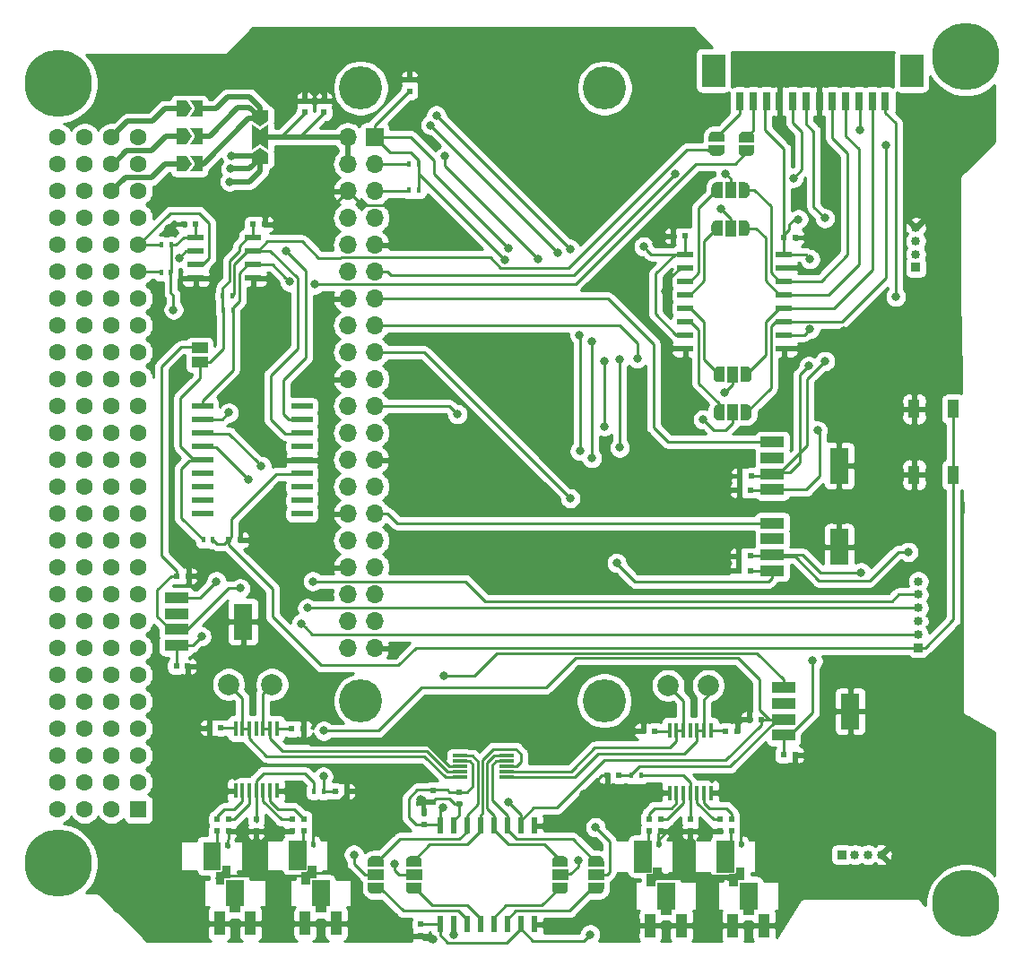
<source format=gbr>
G04 #@! TF.GenerationSoftware,KiCad,Pcbnew,(5.1.2)-2*
G04 #@! TF.CreationDate,2021-08-27T14:50:56-04:00*
G04 #@! TF.ProjectId,MAG_Plus,4d41475f-506c-4757-932e-6b696361645f,rev?*
G04 #@! TF.SameCoordinates,Original*
G04 #@! TF.FileFunction,Copper,L1,Top*
G04 #@! TF.FilePolarity,Positive*
%FSLAX46Y46*%
G04 Gerber Fmt 4.6, Leading zero omitted, Abs format (unit mm)*
G04 Created by KiCad (PCBNEW (5.1.2)-2) date 2021-08-27 14:50:56*
%MOMM*%
%LPD*%
G04 APERTURE LIST*
%ADD10C,0.100000*%
%ADD11C,0.010000*%
%ADD12C,6.350000*%
%ADD13C,1.600000*%
%ADD14R,1.600000X1.600000*%
%ADD15C,4.064000*%
%ADD16C,0.300000*%
%ADD17O,1.700000X1.700000*%
%ADD18R,1.700000X1.700000*%
%ADD19R,0.400000X0.600000*%
%ADD20R,1.550000X0.600000*%
%ADD21R,0.500000X0.600000*%
%ADD22R,0.600000X0.500000*%
%ADD23R,0.450000X1.450000*%
%ADD24R,1.050000X2.200000*%
%ADD25R,1.000000X1.050000*%
%ADD26C,2.000000*%
%ADD27C,0.800000*%
%ADD28R,0.350000X0.350000*%
%ADD29R,2.200000X3.100000*%
%ADD30R,0.800000X1.700000*%
%ADD31C,0.500000*%
%ADD32R,1.500000X1.000000*%
%ADD33R,0.600000X1.500000*%
%ADD34R,1.000000X1.500000*%
%ADD35R,1.500000X0.600000*%
%ADD36C,0.850000*%
%ADD37R,0.850000X0.850000*%
%ADD38R,1.100000X1.800000*%
%ADD39R,2.000000X0.600000*%
%ADD40R,2.200000X1.000000*%
%ADD41R,1.800000X3.400000*%
%ADD42R,1.400000X0.300000*%
%ADD43C,0.250000*%
%ADD44C,0.500000*%
%ADD45C,0.350000*%
%ADD46C,0.254000*%
G04 APERTURE END LIST*
D10*
G36*
X100850000Y-123100000D02*
G01*
X99250000Y-123100000D01*
X99250000Y-120200000D01*
X100850000Y-120200000D01*
X100850000Y-123100000D01*
G37*
X100850000Y-123100000D02*
X99250000Y-123100000D01*
X99250000Y-120200000D01*
X100850000Y-120200000D01*
X100850000Y-123100000D01*
G36*
X103050000Y-126600000D02*
G01*
X101450000Y-126600000D01*
X101450000Y-124100000D01*
X103050000Y-124100000D01*
X103050000Y-126600000D01*
G37*
X103050000Y-126600000D02*
X101450000Y-126600000D01*
X101450000Y-124100000D01*
X103050000Y-124100000D01*
X103050000Y-126600000D01*
G36*
X93050000Y-123100000D02*
G01*
X91450000Y-123100000D01*
X91450000Y-120200000D01*
X93050000Y-120200000D01*
X93050000Y-123100000D01*
G37*
X93050000Y-123100000D02*
X91450000Y-123100000D01*
X91450000Y-120200000D01*
X93050000Y-120200000D01*
X93050000Y-123100000D01*
G36*
X95250000Y-126600000D02*
G01*
X93650000Y-126600000D01*
X93650000Y-124100000D01*
X95250000Y-124100000D01*
X95250000Y-126600000D01*
G37*
X95250000Y-126600000D02*
X93650000Y-126600000D01*
X93650000Y-124100000D01*
X95250000Y-124100000D01*
X95250000Y-126600000D01*
G36*
X60450000Y-122900000D02*
G01*
X58850000Y-122900000D01*
X58850000Y-120200000D01*
X60450000Y-120200000D01*
X60450000Y-122900000D01*
G37*
X60450000Y-122900000D02*
X58850000Y-122900000D01*
X58850000Y-120200000D01*
X60450000Y-120200000D01*
X60450000Y-122900000D01*
G36*
X62650000Y-126300000D02*
G01*
X61050000Y-126300000D01*
X61050000Y-123900000D01*
X62650000Y-123900000D01*
X62650000Y-126300000D01*
G37*
X62650000Y-126300000D02*
X61050000Y-126300000D01*
X61050000Y-123900000D01*
X62650000Y-123900000D01*
X62650000Y-126300000D01*
G36*
X52350000Y-122900000D02*
G01*
X50750000Y-122900000D01*
X50750000Y-120300000D01*
X52350000Y-120300000D01*
X52350000Y-122900000D01*
G37*
X52350000Y-122900000D02*
X50750000Y-122900000D01*
X50750000Y-120300000D01*
X52350000Y-120300000D01*
X52350000Y-122900000D01*
G36*
X54550000Y-126300000D02*
G01*
X52950000Y-126300000D01*
X52950000Y-123900000D01*
X54550000Y-123900000D01*
X54550000Y-126300000D01*
G37*
X54550000Y-126300000D02*
X52950000Y-126300000D01*
X52950000Y-123900000D01*
X54550000Y-123900000D01*
X54550000Y-126300000D01*
D11*
G36*
X93130000Y-123300000D02*
G01*
X93250000Y-123180000D01*
X93250000Y-123300000D01*
X93130000Y-123300000D01*
G37*
X93130000Y-123300000D02*
X93250000Y-123180000D01*
X93250000Y-123300000D01*
X93130000Y-123300000D01*
G36*
X52430000Y-123100000D02*
G01*
X52550000Y-122980000D01*
X52550000Y-123100000D01*
X52430000Y-123100000D01*
G37*
X52430000Y-123100000D02*
X52550000Y-122980000D01*
X52550000Y-123100000D01*
X52430000Y-123100000D01*
G36*
X60530000Y-123100000D02*
G01*
X60650000Y-122980000D01*
X60650000Y-123100000D01*
X60530000Y-123100000D01*
G37*
X60530000Y-123100000D02*
X60650000Y-122980000D01*
X60650000Y-123100000D01*
X60530000Y-123100000D01*
G36*
X100930000Y-123300000D02*
G01*
X101050000Y-123180000D01*
X101050000Y-123300000D01*
X100930000Y-123300000D01*
G37*
X100930000Y-123300000D02*
X101050000Y-123180000D01*
X101050000Y-123300000D01*
X100930000Y-123300000D01*
D12*
X37050000Y-122300000D03*
X37050000Y-48640000D03*
D13*
X42110000Y-53720000D03*
X44650000Y-53720000D03*
X42110000Y-56260000D03*
X44650000Y-56260000D03*
X42110000Y-58800000D03*
X44650000Y-58800000D03*
X42110000Y-61340000D03*
X44650000Y-61340000D03*
X42110000Y-63880000D03*
X44650000Y-63880000D03*
X42110000Y-66420000D03*
X44650000Y-66420000D03*
X42110000Y-68960000D03*
X44650000Y-68960000D03*
X42110000Y-71500000D03*
X44650000Y-71500000D03*
X42110000Y-74040000D03*
X44650000Y-74040000D03*
X42110000Y-76580000D03*
X44650000Y-76580000D03*
X42110000Y-79120000D03*
X44650000Y-79120000D03*
X42110000Y-81660000D03*
X44650000Y-81660000D03*
X42110000Y-84200000D03*
X44650000Y-84200000D03*
X42110000Y-86740000D03*
X44650000Y-86740000D03*
X42110000Y-89280000D03*
X44650000Y-89280000D03*
X42110000Y-91820000D03*
X44650000Y-91820000D03*
X42110000Y-94360000D03*
X44650000Y-94360000D03*
X42110000Y-96900000D03*
X44650000Y-96900000D03*
X42110000Y-99440000D03*
X44650000Y-99440000D03*
X42110000Y-101980000D03*
X44650000Y-101980000D03*
X42110000Y-104520000D03*
X44650000Y-104520000D03*
X42110000Y-107060000D03*
X44650000Y-107060000D03*
X42110000Y-109600000D03*
X44650000Y-109600000D03*
X42110000Y-112140000D03*
X44650000Y-112140000D03*
X42110000Y-114680000D03*
X44650000Y-114680000D03*
X42110000Y-117220000D03*
D14*
X44650000Y-117220000D03*
D13*
X37030000Y-53720000D03*
X39570000Y-53720000D03*
X37030000Y-56260000D03*
X39570000Y-56260000D03*
X37030000Y-58800000D03*
X39570000Y-58800000D03*
X37030000Y-61340000D03*
X39570000Y-61340000D03*
X37030000Y-63880000D03*
X39570000Y-63880000D03*
X37030000Y-66420000D03*
X39570000Y-66420000D03*
X37030000Y-68960000D03*
X39570000Y-68960000D03*
X37030000Y-71500000D03*
X39570000Y-71500000D03*
X37030000Y-74040000D03*
X39570000Y-74040000D03*
X37030000Y-76580000D03*
X39570000Y-76580000D03*
X37030000Y-79120000D03*
X39570000Y-79120000D03*
X37030000Y-81660000D03*
X39570000Y-81660000D03*
X37030000Y-84200000D03*
X39570000Y-84200000D03*
X37030000Y-86740000D03*
X39570000Y-86740000D03*
X37030000Y-89280000D03*
X39570000Y-89280000D03*
X37030000Y-91820000D03*
X39570000Y-91820000D03*
X37030000Y-94360000D03*
X39570000Y-94360000D03*
X37030000Y-96900000D03*
X39570000Y-96900000D03*
X37030000Y-99440000D03*
X39570000Y-99440000D03*
X37030000Y-101980000D03*
X39570000Y-101980000D03*
X37030000Y-104520000D03*
X39570000Y-104520000D03*
X37030000Y-107060000D03*
X39570000Y-107060000D03*
X37030000Y-109600000D03*
X39570000Y-109600000D03*
X37030000Y-112140000D03*
X39570000Y-112140000D03*
X37030000Y-114680000D03*
X39570000Y-114680000D03*
X37030000Y-117220000D03*
X39570000Y-117220000D03*
D12*
X122780000Y-126110000D03*
X122780000Y-46100000D03*
D15*
X65620000Y-49050000D03*
X65650000Y-106940000D03*
X88620000Y-106940000D03*
X88650000Y-49050000D03*
D16*
X56150000Y-55700000D03*
D10*
G36*
X56150000Y-54700000D02*
G01*
X56900000Y-55200000D01*
X56900000Y-56200000D01*
X55400000Y-56200000D01*
X55400000Y-55200000D01*
X56150000Y-54700000D01*
X56150000Y-54700000D01*
G37*
D16*
X56150000Y-53700000D03*
D10*
G36*
X56150000Y-53000000D02*
G01*
X56900000Y-52500000D01*
X56900000Y-54900000D01*
X56150000Y-54400000D01*
X55400000Y-54900000D01*
X55400000Y-52500000D01*
X56150000Y-53000000D01*
X56150000Y-53000000D01*
G37*
D16*
X56150000Y-51700000D03*
D10*
G36*
X56150000Y-52700000D02*
G01*
X55400000Y-52200000D01*
X55400000Y-51200000D01*
X56900000Y-51200000D01*
X56900000Y-52200000D01*
X56150000Y-52700000D01*
X56150000Y-52700000D01*
G37*
D16*
X48725000Y-56200000D03*
D10*
G36*
X49725000Y-56200000D02*
G01*
X49225000Y-56950000D01*
X48225000Y-56950000D01*
X48225000Y-55450000D01*
X49225000Y-55450000D01*
X49725000Y-56200000D01*
X49725000Y-56200000D01*
G37*
D16*
X50175000Y-56200000D03*
D10*
G36*
X50675000Y-56950000D02*
G01*
X49525000Y-56950000D01*
X50025000Y-56200000D01*
X49525000Y-55450000D01*
X50675000Y-55450000D01*
X50675000Y-56950000D01*
X50675000Y-56950000D01*
G37*
D16*
X50175000Y-53600000D03*
D10*
G36*
X50675000Y-54350000D02*
G01*
X49525000Y-54350000D01*
X50025000Y-53600000D01*
X49525000Y-52850000D01*
X50675000Y-52850000D01*
X50675000Y-54350000D01*
X50675000Y-54350000D01*
G37*
D16*
X48725000Y-53600000D03*
D10*
G36*
X49725000Y-53600000D02*
G01*
X49225000Y-54350000D01*
X48225000Y-54350000D01*
X48225000Y-52850000D01*
X49225000Y-52850000D01*
X49725000Y-53600000D01*
X49725000Y-53600000D01*
G37*
D16*
X48725000Y-51000000D03*
D10*
G36*
X49725000Y-51000000D02*
G01*
X49225000Y-51750000D01*
X48225000Y-51750000D01*
X48225000Y-50250000D01*
X49225000Y-50250000D01*
X49725000Y-51000000D01*
X49725000Y-51000000D01*
G37*
D16*
X50175000Y-51000000D03*
D10*
G36*
X50675000Y-51750000D02*
G01*
X49525000Y-51750000D01*
X50025000Y-51000000D01*
X49525000Y-50250000D01*
X50675000Y-50250000D01*
X50675000Y-51750000D01*
X50675000Y-51750000D01*
G37*
D17*
X64410000Y-101960000D03*
X66950000Y-101960000D03*
X64410000Y-99420000D03*
X66950000Y-99420000D03*
X64410000Y-96880000D03*
X66950000Y-96880000D03*
X64410000Y-94340000D03*
X66950000Y-94340000D03*
X64410000Y-91800000D03*
X66950000Y-91800000D03*
X64410000Y-89260000D03*
X66950000Y-89260000D03*
X64410000Y-86720000D03*
X66950000Y-86720000D03*
X64410000Y-84180000D03*
X66950000Y-84180000D03*
X64410000Y-81640000D03*
X66950000Y-81640000D03*
X64410000Y-79100000D03*
X66950000Y-79100000D03*
X64410000Y-76560000D03*
X66950000Y-76560000D03*
X64410000Y-74020000D03*
X66950000Y-74020000D03*
X64410000Y-71480000D03*
X66950000Y-71480000D03*
X64410000Y-68940000D03*
X66950000Y-68940000D03*
X64410000Y-66400000D03*
X66950000Y-66400000D03*
X64410000Y-63860000D03*
X66950000Y-63860000D03*
X64410000Y-61320000D03*
X66950000Y-61320000D03*
X64410000Y-58780000D03*
X66950000Y-58780000D03*
X64410000Y-56240000D03*
X66950000Y-56240000D03*
X64410000Y-53700000D03*
D18*
X66950000Y-53700000D03*
D19*
X70200000Y-56200000D03*
X71100000Y-56200000D03*
X71100000Y-58700000D03*
X70200000Y-58700000D03*
D20*
X55450000Y-63195000D03*
X55450000Y-64465000D03*
X55450000Y-65735000D03*
X55450000Y-67005000D03*
X50050000Y-67005000D03*
X50050000Y-65735000D03*
X50050000Y-64465000D03*
X50050000Y-63195000D03*
D19*
X46800000Y-66500000D03*
X47700000Y-66500000D03*
X47750000Y-63900000D03*
X46850000Y-63900000D03*
X53500000Y-68700000D03*
X52600000Y-68700000D03*
X52650000Y-70000000D03*
X53550000Y-70000000D03*
D21*
X60350000Y-50250000D03*
X60350000Y-51350000D03*
X62150000Y-51350000D03*
X62150000Y-50250000D03*
X70250000Y-48250000D03*
X70250000Y-49350000D03*
D22*
X48950000Y-61910000D03*
X50050000Y-61910000D03*
X55470000Y-61940000D03*
X56570000Y-61940000D03*
D23*
X94800000Y-109750000D03*
X95450000Y-109750000D03*
X96100000Y-109750000D03*
X96750000Y-109750000D03*
X97400000Y-109750000D03*
X98050000Y-109750000D03*
X98700000Y-109750000D03*
X98700000Y-115650000D03*
X98050000Y-115650000D03*
X97400000Y-115650000D03*
X96750000Y-115650000D03*
X96100000Y-115650000D03*
X95450000Y-115650000D03*
X94800000Y-115650000D03*
D24*
X92975000Y-128175000D03*
D25*
X94450000Y-126650000D03*
D24*
X95925000Y-128175000D03*
X103725000Y-128175000D03*
D25*
X102250000Y-126650000D03*
D24*
X100775000Y-128175000D03*
X52275000Y-127975000D03*
D25*
X53750000Y-126450000D03*
D24*
X55225000Y-127975000D03*
X63325000Y-127975000D03*
D25*
X61850000Y-126450000D03*
D24*
X60375000Y-127975000D03*
D22*
X88900000Y-114000000D03*
X90000000Y-114000000D03*
D21*
X96750000Y-119250000D03*
X96750000Y-118150000D03*
D22*
X63200000Y-115500000D03*
X64300000Y-115500000D03*
D21*
X55750000Y-118150000D03*
X55750000Y-119250000D03*
X92850000Y-119250000D03*
X92850000Y-118150000D03*
X93950000Y-118150000D03*
X93950000Y-119250000D03*
X99550000Y-119250000D03*
X99550000Y-118150000D03*
X100650000Y-118150000D03*
X100650000Y-119250000D03*
X52050000Y-118150000D03*
X52050000Y-119250000D03*
X53150000Y-119250000D03*
X53150000Y-118150000D03*
X59150000Y-118150000D03*
X59150000Y-119250000D03*
X60250000Y-119250000D03*
X60250000Y-118150000D03*
D22*
X93400000Y-109800000D03*
X92300000Y-109800000D03*
X101200000Y-109800000D03*
X100100000Y-109800000D03*
X51300000Y-109500000D03*
X52400000Y-109500000D03*
X59100000Y-109600000D03*
X60200000Y-109600000D03*
D19*
X93700000Y-120500000D03*
X92800000Y-120500000D03*
X101500000Y-120500000D03*
X100600000Y-120500000D03*
X53000000Y-120600000D03*
X52100000Y-120600000D03*
X61100000Y-120500000D03*
X60200000Y-120500000D03*
X91200000Y-114000000D03*
X92100000Y-114000000D03*
X62100000Y-115500000D03*
X61200000Y-115500000D03*
D26*
X94650000Y-105500000D03*
X98450000Y-105500000D03*
X53150000Y-105400000D03*
X57250000Y-105400000D03*
D23*
X53800000Y-109550000D03*
X54450000Y-109550000D03*
X55100000Y-109550000D03*
X55750000Y-109550000D03*
X56400000Y-109550000D03*
X57050000Y-109550000D03*
X57700000Y-109550000D03*
X57700000Y-115450000D03*
X57050000Y-115450000D03*
X56400000Y-115450000D03*
X55750000Y-115450000D03*
X55100000Y-115450000D03*
X54450000Y-115450000D03*
X53800000Y-115450000D03*
D27*
X93050000Y-123900000D03*
D10*
G36*
X94050975Y-122695096D02*
G01*
X94051913Y-122695381D01*
X94052778Y-122695843D01*
X94053536Y-122696464D01*
X94054157Y-122697222D01*
X94054619Y-122698087D01*
X94054904Y-122699025D01*
X94055000Y-122700000D01*
X94055000Y-123900000D01*
X94054904Y-123900975D01*
X94054619Y-123901913D01*
X94054157Y-123902778D01*
X94053536Y-123903536D01*
X94052778Y-123904157D01*
X94051913Y-123904619D01*
X94050975Y-123904904D01*
X94050000Y-123905000D01*
X93455000Y-123905000D01*
X93455000Y-124500000D01*
X93454904Y-124500975D01*
X93454619Y-124501913D01*
X93454157Y-124502778D01*
X93453536Y-124503536D01*
X93452778Y-124504157D01*
X93451913Y-124504619D01*
X93450975Y-124504904D01*
X93450000Y-124505000D01*
X92650000Y-124505000D01*
X92649025Y-124504904D01*
X92648087Y-124504619D01*
X92647222Y-124504157D01*
X92646464Y-124503536D01*
X92645843Y-124502778D01*
X92645381Y-124501913D01*
X92645096Y-124500975D01*
X92645000Y-124500000D01*
X92645000Y-123300000D01*
X92645096Y-123299025D01*
X92645381Y-123298087D01*
X92645843Y-123297222D01*
X92646464Y-123296464D01*
X92647222Y-123295843D01*
X92648087Y-123295381D01*
X92649025Y-123295096D01*
X92650000Y-123295000D01*
X93147928Y-123295000D01*
X93245000Y-123197928D01*
X93245000Y-122700000D01*
X93245096Y-122699025D01*
X93245381Y-122698087D01*
X93245843Y-122697222D01*
X93246464Y-122696464D01*
X93247222Y-122695843D01*
X93248087Y-122695381D01*
X93249025Y-122695096D01*
X93250000Y-122695000D01*
X94050000Y-122695000D01*
X94050975Y-122695096D01*
X94050975Y-122695096D01*
G37*
D28*
X92820000Y-122870000D03*
X93880000Y-124330000D03*
X53180000Y-124130000D03*
X52120000Y-122670000D03*
D27*
X52350000Y-123700000D03*
D10*
G36*
X53350975Y-122495096D02*
G01*
X53351913Y-122495381D01*
X53352778Y-122495843D01*
X53353536Y-122496464D01*
X53354157Y-122497222D01*
X53354619Y-122498087D01*
X53354904Y-122499025D01*
X53355000Y-122500000D01*
X53355000Y-123700000D01*
X53354904Y-123700975D01*
X53354619Y-123701913D01*
X53354157Y-123702778D01*
X53353536Y-123703536D01*
X53352778Y-123704157D01*
X53351913Y-123704619D01*
X53350975Y-123704904D01*
X53350000Y-123705000D01*
X52755000Y-123705000D01*
X52755000Y-124300000D01*
X52754904Y-124300975D01*
X52754619Y-124301913D01*
X52754157Y-124302778D01*
X52753536Y-124303536D01*
X52752778Y-124304157D01*
X52751913Y-124304619D01*
X52750975Y-124304904D01*
X52750000Y-124305000D01*
X51950000Y-124305000D01*
X51949025Y-124304904D01*
X51948087Y-124304619D01*
X51947222Y-124304157D01*
X51946464Y-124303536D01*
X51945843Y-124302778D01*
X51945381Y-124301913D01*
X51945096Y-124300975D01*
X51945000Y-124300000D01*
X51945000Y-123100000D01*
X51945096Y-123099025D01*
X51945381Y-123098087D01*
X51945843Y-123097222D01*
X51946464Y-123096464D01*
X51947222Y-123095843D01*
X51948087Y-123095381D01*
X51949025Y-123095096D01*
X51950000Y-123095000D01*
X52447928Y-123095000D01*
X52545000Y-122997928D01*
X52545000Y-122500000D01*
X52545096Y-122499025D01*
X52545381Y-122498087D01*
X52545843Y-122497222D01*
X52546464Y-122496464D01*
X52547222Y-122495843D01*
X52548087Y-122495381D01*
X52549025Y-122495096D01*
X52550000Y-122495000D01*
X53350000Y-122495000D01*
X53350975Y-122495096D01*
X53350975Y-122495096D01*
G37*
D27*
X60450000Y-123700000D03*
D10*
G36*
X61450975Y-122495096D02*
G01*
X61451913Y-122495381D01*
X61452778Y-122495843D01*
X61453536Y-122496464D01*
X61454157Y-122497222D01*
X61454619Y-122498087D01*
X61454904Y-122499025D01*
X61455000Y-122500000D01*
X61455000Y-123700000D01*
X61454904Y-123700975D01*
X61454619Y-123701913D01*
X61454157Y-123702778D01*
X61453536Y-123703536D01*
X61452778Y-123704157D01*
X61451913Y-123704619D01*
X61450975Y-123704904D01*
X61450000Y-123705000D01*
X60855000Y-123705000D01*
X60855000Y-124300000D01*
X60854904Y-124300975D01*
X60854619Y-124301913D01*
X60854157Y-124302778D01*
X60853536Y-124303536D01*
X60852778Y-124304157D01*
X60851913Y-124304619D01*
X60850975Y-124304904D01*
X60850000Y-124305000D01*
X60050000Y-124305000D01*
X60049025Y-124304904D01*
X60048087Y-124304619D01*
X60047222Y-124304157D01*
X60046464Y-124303536D01*
X60045843Y-124302778D01*
X60045381Y-124301913D01*
X60045096Y-124300975D01*
X60045000Y-124300000D01*
X60045000Y-123100000D01*
X60045096Y-123099025D01*
X60045381Y-123098087D01*
X60045843Y-123097222D01*
X60046464Y-123096464D01*
X60047222Y-123095843D01*
X60048087Y-123095381D01*
X60049025Y-123095096D01*
X60050000Y-123095000D01*
X60547928Y-123095000D01*
X60645000Y-122997928D01*
X60645000Y-122500000D01*
X60645096Y-122499025D01*
X60645381Y-122498087D01*
X60645843Y-122497222D01*
X60646464Y-122496464D01*
X60647222Y-122495843D01*
X60648087Y-122495381D01*
X60649025Y-122495096D01*
X60650000Y-122495000D01*
X61450000Y-122495000D01*
X61450975Y-122495096D01*
X61450975Y-122495096D01*
G37*
D28*
X60220000Y-122670000D03*
X61280000Y-124130000D03*
X101680000Y-124330000D03*
X100620000Y-122870000D03*
D27*
X100850000Y-123900000D03*
D10*
G36*
X101850975Y-122695096D02*
G01*
X101851913Y-122695381D01*
X101852778Y-122695843D01*
X101853536Y-122696464D01*
X101854157Y-122697222D01*
X101854619Y-122698087D01*
X101854904Y-122699025D01*
X101855000Y-122700000D01*
X101855000Y-123900000D01*
X101854904Y-123900975D01*
X101854619Y-123901913D01*
X101854157Y-123902778D01*
X101853536Y-123903536D01*
X101852778Y-123904157D01*
X101851913Y-123904619D01*
X101850975Y-123904904D01*
X101850000Y-123905000D01*
X101255000Y-123905000D01*
X101255000Y-124500000D01*
X101254904Y-124500975D01*
X101254619Y-124501913D01*
X101254157Y-124502778D01*
X101253536Y-124503536D01*
X101252778Y-124504157D01*
X101251913Y-124504619D01*
X101250975Y-124504904D01*
X101250000Y-124505000D01*
X100450000Y-124505000D01*
X100449025Y-124504904D01*
X100448087Y-124504619D01*
X100447222Y-124504157D01*
X100446464Y-124503536D01*
X100445843Y-124502778D01*
X100445381Y-124501913D01*
X100445096Y-124500975D01*
X100445000Y-124500000D01*
X100445000Y-123300000D01*
X100445096Y-123299025D01*
X100445381Y-123298087D01*
X100445843Y-123297222D01*
X100446464Y-123296464D01*
X100447222Y-123295843D01*
X100448087Y-123295381D01*
X100449025Y-123295096D01*
X100450000Y-123295000D01*
X100947928Y-123295000D01*
X101045000Y-123197928D01*
X101045000Y-122700000D01*
X101045096Y-122699025D01*
X101045381Y-122698087D01*
X101045843Y-122697222D01*
X101046464Y-122696464D01*
X101047222Y-122695843D01*
X101048087Y-122695381D01*
X101049025Y-122695096D01*
X101050000Y-122695000D01*
X101850000Y-122695000D01*
X101850975Y-122695096D01*
X101850975Y-122695096D01*
G37*
D29*
X98925000Y-47410000D03*
X117675000Y-47410000D03*
D30*
X101425000Y-50310000D03*
X102675000Y-50310000D03*
X103925000Y-50310000D03*
X105175000Y-50310000D03*
X106425000Y-50310000D03*
X107675000Y-50310000D03*
X108925000Y-50310000D03*
X110175000Y-50310000D03*
X111425000Y-50310000D03*
X112675000Y-50310000D03*
X113925000Y-50310000D03*
X115175000Y-50310000D03*
D31*
X102050000Y-55000000D03*
D10*
G36*
X102800000Y-54500000D02*
G01*
X102800000Y-55000000D01*
X102799398Y-55000000D01*
X102799398Y-55024534D01*
X102794588Y-55073365D01*
X102785016Y-55121490D01*
X102770772Y-55168445D01*
X102751995Y-55213778D01*
X102728864Y-55257051D01*
X102701604Y-55297850D01*
X102670476Y-55335779D01*
X102635779Y-55370476D01*
X102597850Y-55401604D01*
X102557051Y-55428864D01*
X102513778Y-55451995D01*
X102468445Y-55470772D01*
X102421490Y-55485016D01*
X102373365Y-55494588D01*
X102324534Y-55499398D01*
X102300000Y-55499398D01*
X102300000Y-55500000D01*
X101800000Y-55500000D01*
X101800000Y-55499398D01*
X101775466Y-55499398D01*
X101726635Y-55494588D01*
X101678510Y-55485016D01*
X101631555Y-55470772D01*
X101586222Y-55451995D01*
X101542949Y-55428864D01*
X101502150Y-55401604D01*
X101464221Y-55370476D01*
X101429524Y-55335779D01*
X101398396Y-55297850D01*
X101371136Y-55257051D01*
X101348005Y-55213778D01*
X101329228Y-55168445D01*
X101314984Y-55121490D01*
X101305412Y-55073365D01*
X101300602Y-55024534D01*
X101300602Y-55000000D01*
X101300000Y-55000000D01*
X101300000Y-54500000D01*
X102800000Y-54500000D01*
X102800000Y-54500000D01*
G37*
D31*
X102050000Y-53700000D03*
D10*
G36*
X101300602Y-53700000D02*
G01*
X101300602Y-53675466D01*
X101305412Y-53626635D01*
X101314984Y-53578510D01*
X101329228Y-53531555D01*
X101348005Y-53486222D01*
X101371136Y-53442949D01*
X101398396Y-53402150D01*
X101429524Y-53364221D01*
X101464221Y-53329524D01*
X101502150Y-53298396D01*
X101542949Y-53271136D01*
X101586222Y-53248005D01*
X101631555Y-53229228D01*
X101678510Y-53214984D01*
X101726635Y-53205412D01*
X101775466Y-53200602D01*
X101800000Y-53200602D01*
X101800000Y-53200000D01*
X102300000Y-53200000D01*
X102300000Y-53200602D01*
X102324534Y-53200602D01*
X102373365Y-53205412D01*
X102421490Y-53214984D01*
X102468445Y-53229228D01*
X102513778Y-53248005D01*
X102557051Y-53271136D01*
X102597850Y-53298396D01*
X102635779Y-53329524D01*
X102670476Y-53364221D01*
X102701604Y-53402150D01*
X102728864Y-53442949D01*
X102751995Y-53486222D01*
X102770772Y-53531555D01*
X102785016Y-53578510D01*
X102794588Y-53626635D01*
X102799398Y-53675466D01*
X102799398Y-53700000D01*
X102800000Y-53700000D01*
X102800000Y-54200000D01*
X101300000Y-54200000D01*
X101300000Y-53700000D01*
X101300602Y-53700000D01*
X101300602Y-53700000D01*
G37*
D31*
X99250000Y-53650000D03*
D10*
G36*
X98500602Y-53650000D02*
G01*
X98500602Y-53625466D01*
X98505412Y-53576635D01*
X98514984Y-53528510D01*
X98529228Y-53481555D01*
X98548005Y-53436222D01*
X98571136Y-53392949D01*
X98598396Y-53352150D01*
X98629524Y-53314221D01*
X98664221Y-53279524D01*
X98702150Y-53248396D01*
X98742949Y-53221136D01*
X98786222Y-53198005D01*
X98831555Y-53179228D01*
X98878510Y-53164984D01*
X98926635Y-53155412D01*
X98975466Y-53150602D01*
X99000000Y-53150602D01*
X99000000Y-53150000D01*
X99500000Y-53150000D01*
X99500000Y-53150602D01*
X99524534Y-53150602D01*
X99573365Y-53155412D01*
X99621490Y-53164984D01*
X99668445Y-53179228D01*
X99713778Y-53198005D01*
X99757051Y-53221136D01*
X99797850Y-53248396D01*
X99835779Y-53279524D01*
X99870476Y-53314221D01*
X99901604Y-53352150D01*
X99928864Y-53392949D01*
X99951995Y-53436222D01*
X99970772Y-53481555D01*
X99985016Y-53528510D01*
X99994588Y-53576635D01*
X99999398Y-53625466D01*
X99999398Y-53650000D01*
X100000000Y-53650000D01*
X100000000Y-54150000D01*
X98500000Y-54150000D01*
X98500000Y-53650000D01*
X98500602Y-53650000D01*
X98500602Y-53650000D01*
G37*
D31*
X99250000Y-54950000D03*
D10*
G36*
X100000000Y-54450000D02*
G01*
X100000000Y-54950000D01*
X99999398Y-54950000D01*
X99999398Y-54974534D01*
X99994588Y-55023365D01*
X99985016Y-55071490D01*
X99970772Y-55118445D01*
X99951995Y-55163778D01*
X99928864Y-55207051D01*
X99901604Y-55247850D01*
X99870476Y-55285779D01*
X99835779Y-55320476D01*
X99797850Y-55351604D01*
X99757051Y-55378864D01*
X99713778Y-55401995D01*
X99668445Y-55420772D01*
X99621490Y-55435016D01*
X99573365Y-55444588D01*
X99524534Y-55449398D01*
X99500000Y-55449398D01*
X99500000Y-55450000D01*
X99000000Y-55450000D01*
X99000000Y-55449398D01*
X98975466Y-55449398D01*
X98926635Y-55444588D01*
X98878510Y-55435016D01*
X98831555Y-55420772D01*
X98786222Y-55401995D01*
X98742949Y-55378864D01*
X98702150Y-55351604D01*
X98664221Y-55320476D01*
X98629524Y-55285779D01*
X98598396Y-55247850D01*
X98571136Y-55207051D01*
X98548005Y-55163778D01*
X98529228Y-55118445D01*
X98514984Y-55071490D01*
X98505412Y-55023365D01*
X98500602Y-54974534D01*
X98500602Y-54950000D01*
X98500000Y-54950000D01*
X98500000Y-54450000D01*
X100000000Y-54450000D01*
X100000000Y-54450000D01*
G37*
D32*
X70650000Y-123400000D03*
D31*
X70650000Y-122100000D03*
D10*
G36*
X69900602Y-122100000D02*
G01*
X69900602Y-122075466D01*
X69905412Y-122026635D01*
X69914984Y-121978510D01*
X69929228Y-121931555D01*
X69948005Y-121886222D01*
X69971136Y-121842949D01*
X69998396Y-121802150D01*
X70029524Y-121764221D01*
X70064221Y-121729524D01*
X70102150Y-121698396D01*
X70142949Y-121671136D01*
X70186222Y-121648005D01*
X70231555Y-121629228D01*
X70278510Y-121614984D01*
X70326635Y-121605412D01*
X70375466Y-121600602D01*
X70400000Y-121600602D01*
X70400000Y-121600000D01*
X70900000Y-121600000D01*
X70900000Y-121600602D01*
X70924534Y-121600602D01*
X70973365Y-121605412D01*
X71021490Y-121614984D01*
X71068445Y-121629228D01*
X71113778Y-121648005D01*
X71157051Y-121671136D01*
X71197850Y-121698396D01*
X71235779Y-121729524D01*
X71270476Y-121764221D01*
X71301604Y-121802150D01*
X71328864Y-121842949D01*
X71351995Y-121886222D01*
X71370772Y-121931555D01*
X71385016Y-121978510D01*
X71394588Y-122026635D01*
X71399398Y-122075466D01*
X71399398Y-122100000D01*
X71400000Y-122100000D01*
X71400000Y-122650000D01*
X69900000Y-122650000D01*
X69900000Y-122100000D01*
X69900602Y-122100000D01*
X69900602Y-122100000D01*
G37*
D31*
X70650000Y-124700000D03*
D10*
G36*
X71400000Y-124150000D02*
G01*
X71400000Y-124700000D01*
X71399398Y-124700000D01*
X71399398Y-124724534D01*
X71394588Y-124773365D01*
X71385016Y-124821490D01*
X71370772Y-124868445D01*
X71351995Y-124913778D01*
X71328864Y-124957051D01*
X71301604Y-124997850D01*
X71270476Y-125035779D01*
X71235779Y-125070476D01*
X71197850Y-125101604D01*
X71157051Y-125128864D01*
X71113778Y-125151995D01*
X71068445Y-125170772D01*
X71021490Y-125185016D01*
X70973365Y-125194588D01*
X70924534Y-125199398D01*
X70900000Y-125199398D01*
X70900000Y-125200000D01*
X70400000Y-125200000D01*
X70400000Y-125199398D01*
X70375466Y-125199398D01*
X70326635Y-125194588D01*
X70278510Y-125185016D01*
X70231555Y-125170772D01*
X70186222Y-125151995D01*
X70142949Y-125128864D01*
X70102150Y-125101604D01*
X70064221Y-125070476D01*
X70029524Y-125035779D01*
X69998396Y-124997850D01*
X69971136Y-124957051D01*
X69948005Y-124913778D01*
X69929228Y-124868445D01*
X69914984Y-124821490D01*
X69905412Y-124773365D01*
X69900602Y-124724534D01*
X69900602Y-124700000D01*
X69900000Y-124700000D01*
X69900000Y-124150000D01*
X71400000Y-124150000D01*
X71400000Y-124150000D01*
G37*
D32*
X87850000Y-123400000D03*
D31*
X87850000Y-122100000D03*
D10*
G36*
X87100602Y-122100000D02*
G01*
X87100602Y-122075466D01*
X87105412Y-122026635D01*
X87114984Y-121978510D01*
X87129228Y-121931555D01*
X87148005Y-121886222D01*
X87171136Y-121842949D01*
X87198396Y-121802150D01*
X87229524Y-121764221D01*
X87264221Y-121729524D01*
X87302150Y-121698396D01*
X87342949Y-121671136D01*
X87386222Y-121648005D01*
X87431555Y-121629228D01*
X87478510Y-121614984D01*
X87526635Y-121605412D01*
X87575466Y-121600602D01*
X87600000Y-121600602D01*
X87600000Y-121600000D01*
X88100000Y-121600000D01*
X88100000Y-121600602D01*
X88124534Y-121600602D01*
X88173365Y-121605412D01*
X88221490Y-121614984D01*
X88268445Y-121629228D01*
X88313778Y-121648005D01*
X88357051Y-121671136D01*
X88397850Y-121698396D01*
X88435779Y-121729524D01*
X88470476Y-121764221D01*
X88501604Y-121802150D01*
X88528864Y-121842949D01*
X88551995Y-121886222D01*
X88570772Y-121931555D01*
X88585016Y-121978510D01*
X88594588Y-122026635D01*
X88599398Y-122075466D01*
X88599398Y-122100000D01*
X88600000Y-122100000D01*
X88600000Y-122650000D01*
X87100000Y-122650000D01*
X87100000Y-122100000D01*
X87100602Y-122100000D01*
X87100602Y-122100000D01*
G37*
D31*
X87850000Y-124700000D03*
D10*
G36*
X88600000Y-124150000D02*
G01*
X88600000Y-124700000D01*
X88599398Y-124700000D01*
X88599398Y-124724534D01*
X88594588Y-124773365D01*
X88585016Y-124821490D01*
X88570772Y-124868445D01*
X88551995Y-124913778D01*
X88528864Y-124957051D01*
X88501604Y-124997850D01*
X88470476Y-125035779D01*
X88435779Y-125070476D01*
X88397850Y-125101604D01*
X88357051Y-125128864D01*
X88313778Y-125151995D01*
X88268445Y-125170772D01*
X88221490Y-125185016D01*
X88173365Y-125194588D01*
X88124534Y-125199398D01*
X88100000Y-125199398D01*
X88100000Y-125200000D01*
X87600000Y-125200000D01*
X87600000Y-125199398D01*
X87575466Y-125199398D01*
X87526635Y-125194588D01*
X87478510Y-125185016D01*
X87431555Y-125170772D01*
X87386222Y-125151995D01*
X87342949Y-125128864D01*
X87302150Y-125101604D01*
X87264221Y-125070476D01*
X87229524Y-125035779D01*
X87198396Y-124997850D01*
X87171136Y-124957051D01*
X87148005Y-124913778D01*
X87129228Y-124868445D01*
X87114984Y-124821490D01*
X87105412Y-124773365D01*
X87100602Y-124724534D01*
X87100602Y-124700000D01*
X87100000Y-124700000D01*
X87100000Y-124150000D01*
X88600000Y-124150000D01*
X88600000Y-124150000D01*
G37*
D31*
X84450000Y-124700000D03*
D10*
G36*
X85200000Y-124150000D02*
G01*
X85200000Y-124700000D01*
X85199398Y-124700000D01*
X85199398Y-124724534D01*
X85194588Y-124773365D01*
X85185016Y-124821490D01*
X85170772Y-124868445D01*
X85151995Y-124913778D01*
X85128864Y-124957051D01*
X85101604Y-124997850D01*
X85070476Y-125035779D01*
X85035779Y-125070476D01*
X84997850Y-125101604D01*
X84957051Y-125128864D01*
X84913778Y-125151995D01*
X84868445Y-125170772D01*
X84821490Y-125185016D01*
X84773365Y-125194588D01*
X84724534Y-125199398D01*
X84700000Y-125199398D01*
X84700000Y-125200000D01*
X84200000Y-125200000D01*
X84200000Y-125199398D01*
X84175466Y-125199398D01*
X84126635Y-125194588D01*
X84078510Y-125185016D01*
X84031555Y-125170772D01*
X83986222Y-125151995D01*
X83942949Y-125128864D01*
X83902150Y-125101604D01*
X83864221Y-125070476D01*
X83829524Y-125035779D01*
X83798396Y-124997850D01*
X83771136Y-124957051D01*
X83748005Y-124913778D01*
X83729228Y-124868445D01*
X83714984Y-124821490D01*
X83705412Y-124773365D01*
X83700602Y-124724534D01*
X83700602Y-124700000D01*
X83700000Y-124700000D01*
X83700000Y-124150000D01*
X85200000Y-124150000D01*
X85200000Y-124150000D01*
G37*
D31*
X84450000Y-122100000D03*
D10*
G36*
X83700602Y-122100000D02*
G01*
X83700602Y-122075466D01*
X83705412Y-122026635D01*
X83714984Y-121978510D01*
X83729228Y-121931555D01*
X83748005Y-121886222D01*
X83771136Y-121842949D01*
X83798396Y-121802150D01*
X83829524Y-121764221D01*
X83864221Y-121729524D01*
X83902150Y-121698396D01*
X83942949Y-121671136D01*
X83986222Y-121648005D01*
X84031555Y-121629228D01*
X84078510Y-121614984D01*
X84126635Y-121605412D01*
X84175466Y-121600602D01*
X84200000Y-121600602D01*
X84200000Y-121600000D01*
X84700000Y-121600000D01*
X84700000Y-121600602D01*
X84724534Y-121600602D01*
X84773365Y-121605412D01*
X84821490Y-121614984D01*
X84868445Y-121629228D01*
X84913778Y-121648005D01*
X84957051Y-121671136D01*
X84997850Y-121698396D01*
X85035779Y-121729524D01*
X85070476Y-121764221D01*
X85101604Y-121802150D01*
X85128864Y-121842949D01*
X85151995Y-121886222D01*
X85170772Y-121931555D01*
X85185016Y-121978510D01*
X85194588Y-122026635D01*
X85199398Y-122075466D01*
X85199398Y-122100000D01*
X85200000Y-122100000D01*
X85200000Y-122650000D01*
X83700000Y-122650000D01*
X83700000Y-122100000D01*
X83700602Y-122100000D01*
X83700602Y-122100000D01*
G37*
D32*
X84450000Y-123400000D03*
D31*
X67050000Y-124700000D03*
D10*
G36*
X67800000Y-124150000D02*
G01*
X67800000Y-124700000D01*
X67799398Y-124700000D01*
X67799398Y-124724534D01*
X67794588Y-124773365D01*
X67785016Y-124821490D01*
X67770772Y-124868445D01*
X67751995Y-124913778D01*
X67728864Y-124957051D01*
X67701604Y-124997850D01*
X67670476Y-125035779D01*
X67635779Y-125070476D01*
X67597850Y-125101604D01*
X67557051Y-125128864D01*
X67513778Y-125151995D01*
X67468445Y-125170772D01*
X67421490Y-125185016D01*
X67373365Y-125194588D01*
X67324534Y-125199398D01*
X67300000Y-125199398D01*
X67300000Y-125200000D01*
X66800000Y-125200000D01*
X66800000Y-125199398D01*
X66775466Y-125199398D01*
X66726635Y-125194588D01*
X66678510Y-125185016D01*
X66631555Y-125170772D01*
X66586222Y-125151995D01*
X66542949Y-125128864D01*
X66502150Y-125101604D01*
X66464221Y-125070476D01*
X66429524Y-125035779D01*
X66398396Y-124997850D01*
X66371136Y-124957051D01*
X66348005Y-124913778D01*
X66329228Y-124868445D01*
X66314984Y-124821490D01*
X66305412Y-124773365D01*
X66300602Y-124724534D01*
X66300602Y-124700000D01*
X66300000Y-124700000D01*
X66300000Y-124150000D01*
X67800000Y-124150000D01*
X67800000Y-124150000D01*
G37*
D31*
X67050000Y-122100000D03*
D10*
G36*
X66300602Y-122100000D02*
G01*
X66300602Y-122075466D01*
X66305412Y-122026635D01*
X66314984Y-121978510D01*
X66329228Y-121931555D01*
X66348005Y-121886222D01*
X66371136Y-121842949D01*
X66398396Y-121802150D01*
X66429524Y-121764221D01*
X66464221Y-121729524D01*
X66502150Y-121698396D01*
X66542949Y-121671136D01*
X66586222Y-121648005D01*
X66631555Y-121629228D01*
X66678510Y-121614984D01*
X66726635Y-121605412D01*
X66775466Y-121600602D01*
X66800000Y-121600602D01*
X66800000Y-121600000D01*
X67300000Y-121600000D01*
X67300000Y-121600602D01*
X67324534Y-121600602D01*
X67373365Y-121605412D01*
X67421490Y-121614984D01*
X67468445Y-121629228D01*
X67513778Y-121648005D01*
X67557051Y-121671136D01*
X67597850Y-121698396D01*
X67635779Y-121729524D01*
X67670476Y-121764221D01*
X67701604Y-121802150D01*
X67728864Y-121842949D01*
X67751995Y-121886222D01*
X67770772Y-121931555D01*
X67785016Y-121978510D01*
X67794588Y-122026635D01*
X67799398Y-122075466D01*
X67799398Y-122100000D01*
X67800000Y-122100000D01*
X67800000Y-122650000D01*
X66300000Y-122650000D01*
X66300000Y-122100000D01*
X66300602Y-122100000D01*
X66300602Y-122100000D01*
G37*
D32*
X67050000Y-123400000D03*
D33*
X73105000Y-118750000D03*
X74375000Y-118750000D03*
X75645000Y-118750000D03*
X76915000Y-118750000D03*
X78185000Y-118750000D03*
X79455000Y-118750000D03*
X80725000Y-118750000D03*
X81995000Y-118750000D03*
X81995000Y-128050000D03*
X80725000Y-128050000D03*
X79455000Y-128050000D03*
X78185000Y-128050000D03*
X76915000Y-128050000D03*
X75645000Y-128050000D03*
X74375000Y-128050000D03*
X73105000Y-128050000D03*
D31*
X99250000Y-58700000D03*
D10*
G36*
X99800000Y-59450000D02*
G01*
X99250000Y-59450000D01*
X99250000Y-59449398D01*
X99225466Y-59449398D01*
X99176635Y-59444588D01*
X99128510Y-59435016D01*
X99081555Y-59420772D01*
X99036222Y-59401995D01*
X98992949Y-59378864D01*
X98952150Y-59351604D01*
X98914221Y-59320476D01*
X98879524Y-59285779D01*
X98848396Y-59247850D01*
X98821136Y-59207051D01*
X98798005Y-59163778D01*
X98779228Y-59118445D01*
X98764984Y-59071490D01*
X98755412Y-59023365D01*
X98750602Y-58974534D01*
X98750602Y-58950000D01*
X98750000Y-58950000D01*
X98750000Y-58450000D01*
X98750602Y-58450000D01*
X98750602Y-58425466D01*
X98755412Y-58376635D01*
X98764984Y-58328510D01*
X98779228Y-58281555D01*
X98798005Y-58236222D01*
X98821136Y-58192949D01*
X98848396Y-58152150D01*
X98879524Y-58114221D01*
X98914221Y-58079524D01*
X98952150Y-58048396D01*
X98992949Y-58021136D01*
X99036222Y-57998005D01*
X99081555Y-57979228D01*
X99128510Y-57964984D01*
X99176635Y-57955412D01*
X99225466Y-57950602D01*
X99250000Y-57950602D01*
X99250000Y-57950000D01*
X99800000Y-57950000D01*
X99800000Y-59450000D01*
X99800000Y-59450000D01*
G37*
D31*
X101850000Y-58700000D03*
D10*
G36*
X101850000Y-57950602D02*
G01*
X101874534Y-57950602D01*
X101923365Y-57955412D01*
X101971490Y-57964984D01*
X102018445Y-57979228D01*
X102063778Y-57998005D01*
X102107051Y-58021136D01*
X102147850Y-58048396D01*
X102185779Y-58079524D01*
X102220476Y-58114221D01*
X102251604Y-58152150D01*
X102278864Y-58192949D01*
X102301995Y-58236222D01*
X102320772Y-58281555D01*
X102335016Y-58328510D01*
X102344588Y-58376635D01*
X102349398Y-58425466D01*
X102349398Y-58450000D01*
X102350000Y-58450000D01*
X102350000Y-58950000D01*
X102349398Y-58950000D01*
X102349398Y-58974534D01*
X102344588Y-59023365D01*
X102335016Y-59071490D01*
X102320772Y-59118445D01*
X102301995Y-59163778D01*
X102278864Y-59207051D01*
X102251604Y-59247850D01*
X102220476Y-59285779D01*
X102185779Y-59320476D01*
X102147850Y-59351604D01*
X102107051Y-59378864D01*
X102063778Y-59401995D01*
X102018445Y-59420772D01*
X101971490Y-59435016D01*
X101923365Y-59444588D01*
X101874534Y-59449398D01*
X101850000Y-59449398D01*
X101850000Y-59450000D01*
X101300000Y-59450000D01*
X101300000Y-57950000D01*
X101850000Y-57950000D01*
X101850000Y-57950602D01*
X101850000Y-57950602D01*
G37*
D34*
X100550000Y-58700000D03*
D31*
X99450000Y-79700000D03*
D10*
G36*
X100000000Y-80450000D02*
G01*
X99450000Y-80450000D01*
X99450000Y-80449398D01*
X99425466Y-80449398D01*
X99376635Y-80444588D01*
X99328510Y-80435016D01*
X99281555Y-80420772D01*
X99236222Y-80401995D01*
X99192949Y-80378864D01*
X99152150Y-80351604D01*
X99114221Y-80320476D01*
X99079524Y-80285779D01*
X99048396Y-80247850D01*
X99021136Y-80207051D01*
X98998005Y-80163778D01*
X98979228Y-80118445D01*
X98964984Y-80071490D01*
X98955412Y-80023365D01*
X98950602Y-79974534D01*
X98950602Y-79950000D01*
X98950000Y-79950000D01*
X98950000Y-79450000D01*
X98950602Y-79450000D01*
X98950602Y-79425466D01*
X98955412Y-79376635D01*
X98964984Y-79328510D01*
X98979228Y-79281555D01*
X98998005Y-79236222D01*
X99021136Y-79192949D01*
X99048396Y-79152150D01*
X99079524Y-79114221D01*
X99114221Y-79079524D01*
X99152150Y-79048396D01*
X99192949Y-79021136D01*
X99236222Y-78998005D01*
X99281555Y-78979228D01*
X99328510Y-78964984D01*
X99376635Y-78955412D01*
X99425466Y-78950602D01*
X99450000Y-78950602D01*
X99450000Y-78950000D01*
X100000000Y-78950000D01*
X100000000Y-80450000D01*
X100000000Y-80450000D01*
G37*
D31*
X102050000Y-79700000D03*
D10*
G36*
X102050000Y-78950602D02*
G01*
X102074534Y-78950602D01*
X102123365Y-78955412D01*
X102171490Y-78964984D01*
X102218445Y-78979228D01*
X102263778Y-78998005D01*
X102307051Y-79021136D01*
X102347850Y-79048396D01*
X102385779Y-79079524D01*
X102420476Y-79114221D01*
X102451604Y-79152150D01*
X102478864Y-79192949D01*
X102501995Y-79236222D01*
X102520772Y-79281555D01*
X102535016Y-79328510D01*
X102544588Y-79376635D01*
X102549398Y-79425466D01*
X102549398Y-79450000D01*
X102550000Y-79450000D01*
X102550000Y-79950000D01*
X102549398Y-79950000D01*
X102549398Y-79974534D01*
X102544588Y-80023365D01*
X102535016Y-80071490D01*
X102520772Y-80118445D01*
X102501995Y-80163778D01*
X102478864Y-80207051D01*
X102451604Y-80247850D01*
X102420476Y-80285779D01*
X102385779Y-80320476D01*
X102347850Y-80351604D01*
X102307051Y-80378864D01*
X102263778Y-80401995D01*
X102218445Y-80420772D01*
X102171490Y-80435016D01*
X102123365Y-80444588D01*
X102074534Y-80449398D01*
X102050000Y-80449398D01*
X102050000Y-80450000D01*
X101500000Y-80450000D01*
X101500000Y-78950000D01*
X102050000Y-78950000D01*
X102050000Y-78950602D01*
X102050000Y-78950602D01*
G37*
D34*
X100750000Y-79700000D03*
X100550000Y-62300000D03*
D31*
X101850000Y-62300000D03*
D10*
G36*
X101850000Y-61550602D02*
G01*
X101874534Y-61550602D01*
X101923365Y-61555412D01*
X101971490Y-61564984D01*
X102018445Y-61579228D01*
X102063778Y-61598005D01*
X102107051Y-61621136D01*
X102147850Y-61648396D01*
X102185779Y-61679524D01*
X102220476Y-61714221D01*
X102251604Y-61752150D01*
X102278864Y-61792949D01*
X102301995Y-61836222D01*
X102320772Y-61881555D01*
X102335016Y-61928510D01*
X102344588Y-61976635D01*
X102349398Y-62025466D01*
X102349398Y-62050000D01*
X102350000Y-62050000D01*
X102350000Y-62550000D01*
X102349398Y-62550000D01*
X102349398Y-62574534D01*
X102344588Y-62623365D01*
X102335016Y-62671490D01*
X102320772Y-62718445D01*
X102301995Y-62763778D01*
X102278864Y-62807051D01*
X102251604Y-62847850D01*
X102220476Y-62885779D01*
X102185779Y-62920476D01*
X102147850Y-62951604D01*
X102107051Y-62978864D01*
X102063778Y-63001995D01*
X102018445Y-63020772D01*
X101971490Y-63035016D01*
X101923365Y-63044588D01*
X101874534Y-63049398D01*
X101850000Y-63049398D01*
X101850000Y-63050000D01*
X101300000Y-63050000D01*
X101300000Y-61550000D01*
X101850000Y-61550000D01*
X101850000Y-61550602D01*
X101850000Y-61550602D01*
G37*
D31*
X99250000Y-62300000D03*
D10*
G36*
X99800000Y-63050000D02*
G01*
X99250000Y-63050000D01*
X99250000Y-63049398D01*
X99225466Y-63049398D01*
X99176635Y-63044588D01*
X99128510Y-63035016D01*
X99081555Y-63020772D01*
X99036222Y-63001995D01*
X98992949Y-62978864D01*
X98952150Y-62951604D01*
X98914221Y-62920476D01*
X98879524Y-62885779D01*
X98848396Y-62847850D01*
X98821136Y-62807051D01*
X98798005Y-62763778D01*
X98779228Y-62718445D01*
X98764984Y-62671490D01*
X98755412Y-62623365D01*
X98750602Y-62574534D01*
X98750602Y-62550000D01*
X98750000Y-62550000D01*
X98750000Y-62050000D01*
X98750602Y-62050000D01*
X98750602Y-62025466D01*
X98755412Y-61976635D01*
X98764984Y-61928510D01*
X98779228Y-61881555D01*
X98798005Y-61836222D01*
X98821136Y-61792949D01*
X98848396Y-61752150D01*
X98879524Y-61714221D01*
X98914221Y-61679524D01*
X98952150Y-61648396D01*
X98992949Y-61621136D01*
X99036222Y-61598005D01*
X99081555Y-61579228D01*
X99128510Y-61564984D01*
X99176635Y-61555412D01*
X99225466Y-61550602D01*
X99250000Y-61550602D01*
X99250000Y-61550000D01*
X99800000Y-61550000D01*
X99800000Y-63050000D01*
X99800000Y-63050000D01*
G37*
D34*
X100750000Y-76100000D03*
D31*
X102050000Y-76100000D03*
D10*
G36*
X102050000Y-75350602D02*
G01*
X102074534Y-75350602D01*
X102123365Y-75355412D01*
X102171490Y-75364984D01*
X102218445Y-75379228D01*
X102263778Y-75398005D01*
X102307051Y-75421136D01*
X102347850Y-75448396D01*
X102385779Y-75479524D01*
X102420476Y-75514221D01*
X102451604Y-75552150D01*
X102478864Y-75592949D01*
X102501995Y-75636222D01*
X102520772Y-75681555D01*
X102535016Y-75728510D01*
X102544588Y-75776635D01*
X102549398Y-75825466D01*
X102549398Y-75850000D01*
X102550000Y-75850000D01*
X102550000Y-76350000D01*
X102549398Y-76350000D01*
X102549398Y-76374534D01*
X102544588Y-76423365D01*
X102535016Y-76471490D01*
X102520772Y-76518445D01*
X102501995Y-76563778D01*
X102478864Y-76607051D01*
X102451604Y-76647850D01*
X102420476Y-76685779D01*
X102385779Y-76720476D01*
X102347850Y-76751604D01*
X102307051Y-76778864D01*
X102263778Y-76801995D01*
X102218445Y-76820772D01*
X102171490Y-76835016D01*
X102123365Y-76844588D01*
X102074534Y-76849398D01*
X102050000Y-76849398D01*
X102050000Y-76850000D01*
X101500000Y-76850000D01*
X101500000Y-75350000D01*
X102050000Y-75350000D01*
X102050000Y-75350602D01*
X102050000Y-75350602D01*
G37*
D31*
X99450000Y-76100000D03*
D10*
G36*
X100000000Y-76850000D02*
G01*
X99450000Y-76850000D01*
X99450000Y-76849398D01*
X99425466Y-76849398D01*
X99376635Y-76844588D01*
X99328510Y-76835016D01*
X99281555Y-76820772D01*
X99236222Y-76801995D01*
X99192949Y-76778864D01*
X99152150Y-76751604D01*
X99114221Y-76720476D01*
X99079524Y-76685779D01*
X99048396Y-76647850D01*
X99021136Y-76607051D01*
X98998005Y-76563778D01*
X98979228Y-76518445D01*
X98964984Y-76471490D01*
X98955412Y-76423365D01*
X98950602Y-76374534D01*
X98950602Y-76350000D01*
X98950000Y-76350000D01*
X98950000Y-75850000D01*
X98950602Y-75850000D01*
X98950602Y-75825466D01*
X98955412Y-75776635D01*
X98964984Y-75728510D01*
X98979228Y-75681555D01*
X98998005Y-75636222D01*
X99021136Y-75592949D01*
X99048396Y-75552150D01*
X99079524Y-75514221D01*
X99114221Y-75479524D01*
X99152150Y-75448396D01*
X99192949Y-75421136D01*
X99236222Y-75398005D01*
X99281555Y-75379228D01*
X99328510Y-75364984D01*
X99376635Y-75355412D01*
X99425466Y-75350602D01*
X99450000Y-75350602D01*
X99450000Y-75350000D01*
X100000000Y-75350000D01*
X100000000Y-76850000D01*
X100000000Y-76850000D01*
G37*
D35*
X105600000Y-64755000D03*
X105600000Y-66025000D03*
X105600000Y-67295000D03*
X105600000Y-68565000D03*
X105600000Y-69835000D03*
X105600000Y-71105000D03*
X105600000Y-72375000D03*
X105600000Y-73645000D03*
X96300000Y-73645000D03*
X96300000Y-72375000D03*
X96300000Y-71105000D03*
X96300000Y-69835000D03*
X96300000Y-68565000D03*
X96300000Y-67295000D03*
X96300000Y-66025000D03*
X96300000Y-64755000D03*
D36*
X118050000Y-62250000D03*
X118050000Y-63500000D03*
X118050000Y-64750000D03*
D37*
X118050000Y-66000000D03*
D21*
X74960000Y-116660000D03*
X74960000Y-115560000D03*
X72460000Y-115390000D03*
X72460000Y-116490000D03*
D36*
X114800000Y-121480000D03*
X113550000Y-121480000D03*
X112300000Y-121480000D03*
D37*
X111050000Y-121480000D03*
D21*
X71590000Y-118640000D03*
X71590000Y-117540000D03*
X71280000Y-129160000D03*
X71280000Y-128060000D03*
D22*
X106680000Y-63180000D03*
X105580000Y-63180000D03*
X96240000Y-63030000D03*
X95140000Y-63030000D03*
X53160000Y-91730000D03*
X54260000Y-91730000D03*
D32*
X50420000Y-74920000D03*
X50420000Y-73620000D03*
D19*
X51650000Y-91750000D03*
X50750000Y-91750000D03*
D38*
X121590000Y-79390000D03*
X121590000Y-85590000D03*
X117890000Y-79390000D03*
X117890000Y-85590000D03*
D36*
X118280000Y-95670000D03*
X118280000Y-96920000D03*
X118280000Y-98170000D03*
X118280000Y-99420000D03*
X118280000Y-100670000D03*
D37*
X118280000Y-101920000D03*
D39*
X50680000Y-89270000D03*
X50680000Y-88000000D03*
X50680000Y-86730000D03*
X50680000Y-85460000D03*
X50680000Y-84190000D03*
X50680000Y-82920000D03*
X50680000Y-81650000D03*
X50680000Y-80380000D03*
X50680000Y-79110000D03*
X60080000Y-79110000D03*
X60080000Y-80380000D03*
X60080000Y-81650000D03*
X60080000Y-82920000D03*
X60080000Y-84190000D03*
X60080000Y-85460000D03*
X60080000Y-86730000D03*
X60080000Y-88000000D03*
X60080000Y-89270000D03*
D22*
X101300000Y-94650000D03*
X102400000Y-94650000D03*
X102400000Y-93250000D03*
X101300000Y-93250000D03*
X101350000Y-87050000D03*
X102450000Y-87050000D03*
X102500000Y-85700000D03*
X101400000Y-85700000D03*
X106660000Y-112070000D03*
X105560000Y-112070000D03*
X102350000Y-108720000D03*
X103450000Y-108720000D03*
X48210000Y-103680000D03*
X49310000Y-103680000D03*
X48260000Y-95170000D03*
X49360000Y-95170000D03*
D40*
X104500000Y-94650000D03*
X104500000Y-91650000D03*
D41*
X110800000Y-92400000D03*
D40*
X104500000Y-93150000D03*
X104500000Y-90150000D03*
X104500000Y-82500000D03*
X104500000Y-85500000D03*
D41*
X110800000Y-84750000D03*
D40*
X104500000Y-84000000D03*
X104500000Y-87000000D03*
X105560000Y-110200000D03*
X105560000Y-107200000D03*
D41*
X111860000Y-107950000D03*
D40*
X105560000Y-108700000D03*
X105560000Y-105700000D03*
X48220000Y-97220000D03*
X48220000Y-100220000D03*
D41*
X54520000Y-99470000D03*
D40*
X48220000Y-98720000D03*
X48220000Y-101720000D03*
D42*
X79370000Y-112160000D03*
X79370000Y-112660000D03*
X79370000Y-113160000D03*
X79370000Y-113660000D03*
X79370000Y-114160000D03*
X74970000Y-114160000D03*
X74970000Y-113660000D03*
X74970000Y-113160000D03*
X74970000Y-112660000D03*
X74970000Y-112160000D03*
D27*
X53450000Y-55500000D03*
X53350000Y-56700000D03*
X53250000Y-57900000D03*
X108320000Y-103180000D03*
X90080000Y-83030000D03*
X85390000Y-64250000D03*
X72775000Y-51635000D03*
X87440000Y-84030000D03*
X90080000Y-74679998D03*
X87440000Y-73030000D03*
X50594999Y-100874999D03*
X72220000Y-52560000D03*
X88640000Y-74890000D03*
X88640000Y-81020000D03*
X108780001Y-81419999D03*
X73599998Y-55484990D03*
X82385000Y-65175000D03*
X84265000Y-64605000D03*
X89800000Y-93930000D03*
X79620000Y-64240000D03*
X87290000Y-129020000D03*
X85410000Y-87820000D03*
X86310002Y-83340000D03*
X92340000Y-64050000D03*
X86300000Y-72410000D03*
X79199997Y-65300001D03*
X48475000Y-65100000D03*
X47950000Y-70000000D03*
X60030000Y-99640000D03*
X54245000Y-96315000D03*
X61310000Y-67620000D03*
X58920000Y-67370000D03*
X58650000Y-49960000D03*
X58650000Y-56170000D03*
X94430000Y-68300000D03*
X93540000Y-63810000D03*
X111210000Y-71960000D03*
X113130000Y-103270000D03*
X86694268Y-117281045D03*
X86650000Y-115725000D03*
X74397489Y-129075000D03*
X72470000Y-129510000D03*
X47520000Y-62310000D03*
X55890000Y-60180000D03*
X71320000Y-116260000D03*
X66780000Y-114650000D03*
X110495010Y-63180000D03*
X62140000Y-109790000D03*
X62100000Y-114099998D03*
X79570000Y-116530000D03*
X73410000Y-117020000D03*
X108050000Y-65220000D03*
X108050002Y-71830010D03*
X107940000Y-75330000D03*
X106960000Y-61450000D03*
X109460000Y-61360000D03*
X109470000Y-74850000D03*
X106490000Y-57560000D03*
X95302340Y-57192340D03*
X115250000Y-54500000D03*
X112750000Y-53000000D03*
X91740000Y-74620000D03*
X116140000Y-68780000D03*
X117330000Y-92890000D03*
X112870000Y-94810000D03*
X58560000Y-64470000D03*
X53180000Y-79730000D03*
X56250000Y-84760000D03*
X61100000Y-95660000D03*
X55020002Y-86000000D03*
X60580000Y-98180000D03*
X73500000Y-104580000D03*
X52000000Y-95670000D03*
X100098857Y-57128857D03*
X74760000Y-79870000D03*
X97960000Y-80380000D03*
X99620000Y-60510000D03*
X99970000Y-77860000D03*
X68820000Y-122370000D03*
X87800000Y-118910000D03*
X86150000Y-122000000D03*
X64990000Y-121490000D03*
D43*
X55950000Y-55500000D02*
X56150000Y-55700000D01*
D44*
X53450000Y-55500000D02*
X55950000Y-55500000D01*
X55150000Y-56700000D02*
X56150000Y-55700000D01*
X53350000Y-56700000D02*
X55150000Y-56700000D01*
X53250000Y-57900000D02*
X53815685Y-57900000D01*
X53815685Y-57900000D02*
X55150000Y-57900000D01*
X56150000Y-55700000D02*
X56150000Y-56900000D01*
X55150000Y-57900000D02*
X56150000Y-56900000D01*
X64410000Y-56240000D02*
X64410000Y-53700000D01*
D43*
X56150000Y-53400000D02*
X56524990Y-53025010D01*
X56524990Y-53025010D02*
X56534626Y-53025010D01*
X56150000Y-53700000D02*
X56150000Y-53400000D01*
X56150000Y-53700000D02*
X56750000Y-53100000D01*
D44*
X59850000Y-53700000D02*
X64410000Y-53700000D01*
D43*
X60350000Y-51500000D02*
X60350000Y-51350000D01*
X62150000Y-51400000D02*
X62150000Y-51350000D01*
X59850000Y-53700000D02*
X62150000Y-51400000D01*
D44*
X56150000Y-53700000D02*
X58350000Y-53700000D01*
X58350000Y-53700000D02*
X60150000Y-53700000D01*
D43*
X58050000Y-53700000D02*
X57550000Y-53700000D01*
X60350000Y-51350000D02*
X60350000Y-51400000D01*
X60350000Y-51400000D02*
X58050000Y-53700000D01*
X48210000Y-101730000D02*
X48220000Y-101720000D01*
X48210000Y-103680000D02*
X48210000Y-101730000D01*
X105560000Y-110200000D02*
X105560000Y-112070000D01*
X108320000Y-108040000D02*
X108320000Y-103180000D01*
X105560000Y-110200000D02*
X106160000Y-110200000D01*
X106160000Y-110200000D02*
X108320000Y-108040000D01*
X85390000Y-64250000D02*
X72775000Y-51635000D01*
X90080000Y-83030000D02*
X90080000Y-74679998D01*
X87440000Y-84030000D02*
X87440000Y-83464315D01*
X87440000Y-83464315D02*
X87440000Y-73030000D01*
X50195000Y-101274998D02*
X50594999Y-100874999D01*
X49749998Y-101720000D02*
X50195000Y-101274998D01*
X48220000Y-101720000D02*
X49749998Y-101720000D01*
X88640000Y-74890000D02*
X88640000Y-81020000D01*
X104450000Y-87050000D02*
X104500000Y-87000000D01*
X102450000Y-87050000D02*
X104450000Y-87050000D01*
X102400000Y-94650000D02*
X104500000Y-94650000D01*
X109000000Y-81639998D02*
X108780001Y-81419999D01*
X109000000Y-85700000D02*
X109000000Y-81639998D01*
X104500000Y-87000000D02*
X107700000Y-87000000D01*
X107700000Y-87000000D02*
X109000000Y-85700000D01*
X73599998Y-56389998D02*
X81985001Y-64775001D01*
X81985001Y-64775001D02*
X82385000Y-65175000D01*
X73599998Y-55484990D02*
X73599998Y-56389998D01*
X72220000Y-52560000D02*
X84265000Y-64605000D01*
X89800000Y-93980000D02*
X89800000Y-93930000D01*
X91490000Y-95670000D02*
X89800000Y-93980000D01*
X104150000Y-95670000D02*
X91490000Y-95670000D01*
X104500000Y-94650000D02*
X104500000Y-95320000D01*
X104500000Y-95320000D02*
X104150000Y-95670000D01*
D44*
X50175000Y-56200000D02*
X50300000Y-56200000D01*
D43*
X55950000Y-51700000D02*
X56150000Y-51700000D01*
X55950000Y-51900000D02*
X56150000Y-51700000D01*
D44*
X55050000Y-51900000D02*
X55950000Y-51900000D01*
X50175000Y-56200000D02*
X50750000Y-56200000D01*
X50750000Y-56200000D02*
X55050000Y-51900000D01*
X55150000Y-50900000D02*
X55950000Y-51700000D01*
X54050000Y-50900000D02*
X55150000Y-50900000D01*
X50175000Y-53600000D02*
X51350000Y-53600000D01*
X51350000Y-53600000D02*
X54050000Y-50900000D01*
X56150000Y-50900000D02*
X56150000Y-51700000D01*
X55150000Y-49900000D02*
X56150000Y-50900000D01*
X53050000Y-49900000D02*
X55150000Y-49900000D01*
X50175000Y-51000000D02*
X51950000Y-51000000D01*
X51950000Y-51000000D02*
X53050000Y-49900000D01*
X47187500Y-56200000D02*
X45887500Y-57500000D01*
X48725000Y-56200000D02*
X47187500Y-56200000D01*
X44039998Y-57500000D02*
X43410000Y-57500000D01*
X45887500Y-57500000D02*
X45260002Y-57500000D01*
X43410000Y-57500000D02*
X42110000Y-58800000D01*
X45260002Y-57500000D02*
X45250001Y-57510001D01*
X45250001Y-57510001D02*
X44049999Y-57510001D01*
X44049999Y-57510001D02*
X44039998Y-57500000D01*
X47250000Y-53600000D02*
X48725000Y-53600000D01*
X45850000Y-55000000D02*
X47250000Y-53600000D01*
X43550000Y-55000000D02*
X45850000Y-55000000D01*
D43*
X42110000Y-56260000D02*
X42290000Y-56260000D01*
D44*
X42290000Y-56260000D02*
X43550000Y-55000000D01*
X43630000Y-52200000D02*
X42110000Y-53720000D01*
X45950000Y-52200000D02*
X43630000Y-52200000D01*
X48725000Y-51000000D02*
X47150000Y-51000000D01*
X47150000Y-51000000D02*
X45950000Y-52200000D01*
D43*
X70120000Y-58780000D02*
X70200000Y-58700000D01*
X66950000Y-58780000D02*
X70120000Y-58780000D01*
X70160000Y-56240000D02*
X70200000Y-56200000D01*
X66950000Y-56240000D02*
X70160000Y-56240000D01*
X71100000Y-58700000D02*
X71100000Y-56200000D01*
X73105000Y-128050000D02*
X71500000Y-128050000D01*
X96250000Y-64705000D02*
X96300000Y-64755000D01*
X96250000Y-63200000D02*
X96250000Y-64705000D01*
X70200000Y-49350000D02*
X70250000Y-49350000D01*
X66950000Y-52600000D02*
X70200000Y-49350000D01*
X66950000Y-53700000D02*
X66950000Y-52600000D01*
X68370000Y-55120000D02*
X66950000Y-53700000D01*
X70370000Y-55120000D02*
X68370000Y-55120000D01*
X71150000Y-55900000D02*
X70370000Y-55120000D01*
X71150000Y-56050000D02*
X71150000Y-55900000D01*
X71100000Y-56200000D02*
X71100000Y-56100000D01*
X71100000Y-56100000D02*
X71150000Y-56050000D01*
X80725000Y-128500000D02*
X80725000Y-128050000D01*
X81845000Y-129620000D02*
X80725000Y-128500000D01*
X87290000Y-129020000D02*
X86690000Y-129620000D01*
X86690000Y-129620000D02*
X81845000Y-129620000D01*
X66950000Y-74020000D02*
X71610000Y-74020000D01*
X71610000Y-74020000D02*
X85410000Y-87820000D01*
X95425000Y-72375000D02*
X96300000Y-72375000D01*
X93460000Y-70410000D02*
X95425000Y-72375000D01*
X93460000Y-66595000D02*
X93460000Y-70410000D01*
X96300000Y-64755000D02*
X95300000Y-64755000D01*
X95300000Y-64755000D02*
X93460000Y-66595000D01*
X93045000Y-64755000D02*
X92739999Y-64449999D01*
X96300000Y-64755000D02*
X93045000Y-64755000D01*
X92739999Y-64449999D02*
X92340000Y-64050000D01*
X86310002Y-83340000D02*
X86310002Y-72420002D01*
X86310002Y-72420002D02*
X86300000Y-72410000D01*
X79425000Y-129800000D02*
X80725000Y-128500000D01*
X73855000Y-129800000D02*
X79425000Y-129800000D01*
X73105000Y-128050000D02*
X73105000Y-129050000D01*
X73105000Y-129050000D02*
X73855000Y-129800000D01*
X70380000Y-53700000D02*
X72570000Y-55890000D01*
X66950000Y-53700000D02*
X70380000Y-53700000D01*
X72570000Y-57120000D02*
X72570000Y-57190000D01*
X72570000Y-57190000D02*
X79620000Y-64240000D01*
X72570000Y-55890000D02*
X72570000Y-57120000D01*
X71100000Y-56200000D02*
X71100000Y-57200004D01*
X71100000Y-57200004D02*
X78799998Y-64900002D01*
X78799998Y-64900002D02*
X79199997Y-65300001D01*
X46830000Y-63880000D02*
X46850000Y-63900000D01*
X44650000Y-63880000D02*
X46830000Y-63880000D01*
X50715000Y-65735000D02*
X50050000Y-65735000D01*
X51310000Y-65140000D02*
X50715000Y-65735000D01*
X51310000Y-61820000D02*
X51310000Y-65140000D01*
X50370000Y-60880000D02*
X51310000Y-61820000D01*
X44650000Y-63880000D02*
X47650000Y-60880000D01*
X47650000Y-60880000D02*
X50370000Y-60880000D01*
X46720000Y-66420000D02*
X46800000Y-66500000D01*
X44650000Y-66420000D02*
X46720000Y-66420000D01*
X50050000Y-64465000D02*
X49110000Y-64465000D01*
X49110000Y-64465000D02*
X48475000Y-65100000D01*
X47750000Y-66450000D02*
X47700000Y-66500000D01*
X47750000Y-63900000D02*
X47750000Y-66450000D01*
X49025000Y-63195000D02*
X50050000Y-63195000D01*
X48905000Y-63195000D02*
X49025000Y-63195000D01*
X48200000Y-63900000D02*
X48905000Y-63195000D01*
X47750000Y-63900000D02*
X48200000Y-63900000D01*
X47700000Y-66500000D02*
X47700000Y-66550000D01*
X47700000Y-68400000D02*
X47900000Y-68600000D01*
X47700000Y-66500000D02*
X47700000Y-68400000D01*
X47950000Y-68650000D02*
X47900000Y-68600000D01*
X47950000Y-70000000D02*
X47950000Y-68650000D01*
X50050000Y-63195000D02*
X50050000Y-61910000D01*
X56475000Y-64465000D02*
X55450000Y-64465000D01*
X58480600Y-81710000D02*
X57130000Y-80359400D01*
X59721200Y-81710000D02*
X58480600Y-81710000D01*
X57130000Y-80359400D02*
X57130000Y-76200000D01*
X59645001Y-73684999D02*
X59645001Y-67021999D01*
X57088002Y-64465000D02*
X56475000Y-64465000D01*
X57130000Y-76200000D02*
X59645001Y-73684999D01*
X59645001Y-67021999D02*
X57088002Y-64465000D01*
X54975000Y-64465000D02*
X55450000Y-64465000D01*
X53690000Y-65750000D02*
X54975000Y-64465000D01*
X53500000Y-68700000D02*
X53690000Y-68510000D01*
X53690000Y-68510000D02*
X53690000Y-65750000D01*
X55925000Y-64465000D02*
X55450000Y-64465000D01*
X56840000Y-63550000D02*
X55925000Y-64465000D01*
X60110000Y-63550000D02*
X56840000Y-63550000D01*
X61650000Y-65090000D02*
X60110000Y-63550000D01*
X63711000Y-65090000D02*
X61650000Y-65090000D01*
X77906996Y-65080000D02*
X63721000Y-65080000D01*
X98402408Y-54950000D02*
X98352408Y-54900000D01*
X63721000Y-65080000D02*
X63711000Y-65090000D01*
X99250000Y-54950000D02*
X98402408Y-54950000D01*
X98352408Y-54900000D02*
X96390000Y-54900000D01*
X85260000Y-66030000D02*
X78856996Y-66030000D01*
X96390000Y-54900000D02*
X85260000Y-66030000D01*
X78856996Y-66030000D02*
X77906996Y-65080000D01*
X47620000Y-100220000D02*
X48220000Y-100220000D01*
X46390000Y-98990000D02*
X47620000Y-100220000D01*
X46390000Y-96490000D02*
X46390000Y-98990000D01*
X48260000Y-95170000D02*
X47710000Y-95170000D01*
X47710000Y-95170000D02*
X46390000Y-96490000D01*
X60429999Y-100039999D02*
X60030000Y-99640000D01*
X61060000Y-100670000D02*
X60429999Y-100039999D01*
X118280000Y-100670000D02*
X61060000Y-100670000D01*
X50420000Y-73580000D02*
X50420000Y-73620000D01*
X48260000Y-94670000D02*
X46840000Y-93250000D01*
X48260000Y-95170000D02*
X48260000Y-94670000D01*
X46840000Y-93250000D02*
X46840000Y-75350000D01*
X48640000Y-73550000D02*
X50390000Y-73550000D01*
X46840000Y-75350000D02*
X48640000Y-73550000D01*
X50390000Y-73550000D02*
X50420000Y-73580000D01*
X48220000Y-100220000D02*
X49250000Y-100220000D01*
X53155000Y-96315000D02*
X54245000Y-96315000D01*
X49250000Y-100220000D02*
X53155000Y-96315000D01*
X53550000Y-70550000D02*
X53550000Y-70000000D01*
X53550000Y-75690000D02*
X53550000Y-70550000D01*
X50680000Y-78560000D02*
X53550000Y-75690000D01*
X50680000Y-79110000D02*
X50680000Y-78560000D01*
X55450000Y-65735000D02*
X57285000Y-65735000D01*
X57285000Y-65735000D02*
X58520001Y-66970001D01*
X58520001Y-66970001D02*
X58920000Y-67370000D01*
X54160000Y-66550000D02*
X54975000Y-65735000D01*
X54160000Y-69190000D02*
X54160000Y-66550000D01*
X54975000Y-65735000D02*
X55450000Y-65735000D01*
X53550000Y-69800000D02*
X54160000Y-69190000D01*
X53550000Y-70000000D02*
X53550000Y-69800000D01*
X61875685Y-67620000D02*
X61310000Y-67620000D01*
X100970000Y-56250000D02*
X97270000Y-56250000D01*
X102050000Y-55000000D02*
X102050000Y-55170000D01*
X97270000Y-56250000D02*
X85900000Y-67620000D01*
X85900000Y-67620000D02*
X61875685Y-67620000D01*
X102050000Y-55170000D02*
X100970000Y-56250000D01*
X62150000Y-49700000D02*
X61310000Y-48860000D01*
X62150000Y-50250000D02*
X62150000Y-49700000D01*
X61310000Y-48860000D02*
X59750000Y-48860000D01*
X59750000Y-48860000D02*
X58650000Y-49960000D01*
X61260000Y-58780000D02*
X64410000Y-58780000D01*
X58650000Y-56170000D02*
X61260000Y-58780000D01*
X94430000Y-67529998D02*
X94430000Y-68300000D01*
X94430000Y-67445000D02*
X94430000Y-67529998D01*
X96300000Y-66025000D02*
X95850000Y-66025000D01*
X95850000Y-66025000D02*
X94430000Y-67445000D01*
X95100000Y-63070000D02*
X95140000Y-63030000D01*
X93540000Y-63810000D02*
X94280000Y-63070000D01*
X94280000Y-63070000D02*
X95100000Y-63070000D01*
X111860000Y-107950000D02*
X111860000Y-104540000D01*
X111860000Y-104540000D02*
X113130000Y-103270000D01*
X81995000Y-118750000D02*
X85225313Y-118750000D01*
X85225313Y-118750000D02*
X86694268Y-117281045D01*
X88375000Y-114000000D02*
X88900000Y-114000000D01*
X86650000Y-115725000D02*
X88375000Y-114000000D01*
X96750000Y-119800000D02*
X96750000Y-119250000D01*
X96750000Y-121849636D02*
X96750000Y-119800000D01*
D44*
X93320010Y-123629990D02*
X94969646Y-123629990D01*
D43*
X93050000Y-123900000D02*
X93320010Y-123629990D01*
X96349818Y-122659454D02*
X96349818Y-122249818D01*
D44*
X97350364Y-123660000D02*
X96349818Y-122659454D01*
D43*
X100850000Y-123900000D02*
X100610000Y-123660000D01*
D44*
X94969646Y-123629990D02*
X96349818Y-122249818D01*
D43*
X96349818Y-122249818D02*
X96750000Y-121849636D01*
X93050000Y-123900000D02*
X93185010Y-123764990D01*
D44*
X100336402Y-123649990D02*
X100451402Y-123764990D01*
X99263598Y-123649990D02*
X100336402Y-123649990D01*
X99148598Y-123764990D02*
X99263598Y-123649990D01*
X97571402Y-123764990D02*
X99148598Y-123764990D01*
X95063598Y-123639990D02*
X97446402Y-123639990D01*
X100451402Y-123764990D02*
X100714990Y-123764990D01*
X93285008Y-123764990D02*
X93769998Y-123280000D01*
X93185010Y-123764990D02*
X93285008Y-123764990D01*
X93769998Y-123280000D02*
X93893588Y-123280000D01*
X93893588Y-123280000D02*
X94163598Y-123550010D01*
X97446402Y-123639990D02*
X97571402Y-123764990D01*
X94163598Y-123550010D02*
X94973618Y-123550010D01*
X94973618Y-123550010D02*
X95063598Y-123639990D01*
X100610000Y-123660000D02*
X97350364Y-123660000D01*
D43*
X100714990Y-123764990D02*
X100850000Y-123900000D01*
X64300000Y-116000000D02*
X64300000Y-115500000D01*
X63750000Y-116550000D02*
X64300000Y-116000000D01*
X63750000Y-122059636D02*
X63750000Y-116550000D01*
X62584626Y-123225010D02*
X63750000Y-122059636D01*
X60924990Y-123225010D02*
X62584626Y-123225010D01*
X60450000Y-123700000D02*
X60924990Y-123225010D01*
X64300000Y-115660000D02*
X64300000Y-115500000D01*
X61100000Y-120500000D02*
X61100000Y-118860000D01*
X61100000Y-118860000D02*
X64300000Y-115660000D01*
X60180000Y-123430000D02*
X60450000Y-123700000D01*
X52620000Y-123430000D02*
X60180000Y-123430000D01*
X52350000Y-123700000D02*
X52620000Y-123430000D01*
X53150000Y-120010364D02*
X53044990Y-120115374D01*
X53150000Y-119250000D02*
X53150000Y-120010364D01*
X53044990Y-120555010D02*
X53000000Y-120600000D01*
X53044990Y-120115374D02*
X53044990Y-120555010D01*
X74375000Y-128050000D02*
X74375000Y-129052511D01*
X74375000Y-129052511D02*
X74397489Y-129075000D01*
X71630000Y-129510000D02*
X71280000Y-129160000D01*
X72470000Y-129510000D02*
X71630000Y-129510000D01*
X101500000Y-120500000D02*
X101500000Y-117380000D01*
X99770000Y-115650000D02*
X98700000Y-115650000D01*
X101500000Y-117380000D02*
X99770000Y-115650000D01*
X93700000Y-119500000D02*
X93950000Y-119250000D01*
X93700000Y-120500000D02*
X93700000Y-119500000D01*
X96250000Y-119250000D02*
X96750000Y-119250000D01*
X94590364Y-119250000D02*
X96250000Y-119250000D01*
X93700000Y-120140364D02*
X94590364Y-119250000D01*
X93700000Y-120500000D02*
X93700000Y-120140364D01*
X65774999Y-60144999D02*
X68494999Y-60144999D01*
X64410000Y-58780000D02*
X65774999Y-60144999D01*
X68494999Y-60144999D02*
X69570000Y-61220000D01*
X69570000Y-61220000D02*
X69570000Y-63010000D01*
X68720000Y-63860000D02*
X66950000Y-63860000D01*
X69570000Y-63010000D02*
X68720000Y-63860000D01*
X48950000Y-61910000D02*
X47920000Y-61910000D01*
X47920000Y-61910000D02*
X47520000Y-62310000D01*
X63560001Y-59629999D02*
X64410000Y-58780000D01*
X62610001Y-60579999D02*
X63560001Y-59629999D01*
X56289999Y-60579999D02*
X62610001Y-60579999D01*
X55890000Y-60180000D02*
X56289999Y-60579999D01*
X74020000Y-113160000D02*
X71970000Y-111110000D01*
X74970000Y-113160000D02*
X74020000Y-113160000D01*
X71970000Y-111110000D02*
X60990000Y-111110000D01*
X60200000Y-110320000D02*
X60200000Y-109600000D01*
X60990000Y-111110000D02*
X60200000Y-110320000D01*
X71590000Y-117490000D02*
X71590000Y-117540000D01*
X72460000Y-116490000D02*
X71550000Y-116490000D01*
X71550000Y-116490000D02*
X71320000Y-116260000D01*
X65930000Y-115500000D02*
X64300000Y-115500000D01*
X66780000Y-114650000D02*
X65930000Y-115500000D01*
X107230000Y-63180000D02*
X110495010Y-63180000D01*
X106680000Y-63180000D02*
X107230000Y-63180000D01*
X110810001Y-72359999D02*
X111210000Y-71960000D01*
X110406996Y-72359999D02*
X110810001Y-72359999D01*
X109121995Y-73645000D02*
X110406996Y-72359999D01*
X105600000Y-73645000D02*
X109121995Y-73645000D01*
X72460000Y-116440000D02*
X72750000Y-116150000D01*
X72460000Y-116490000D02*
X72460000Y-116440000D01*
X74460000Y-116660000D02*
X74960000Y-116660000D01*
X73950000Y-116150000D02*
X74460000Y-116660000D01*
X72750000Y-116150000D02*
X73950000Y-116150000D01*
X74960000Y-117715000D02*
X74960000Y-116660000D01*
X74375000Y-118750000D02*
X74375000Y-118300000D01*
X74375000Y-118300000D02*
X74960000Y-117715000D01*
X75645000Y-118750000D02*
X75645000Y-118095000D01*
X75645000Y-119305000D02*
X75645000Y-118750000D01*
X74950000Y-120000000D02*
X75645000Y-119305000D01*
X67550000Y-121800000D02*
X69350000Y-120000000D01*
X69350000Y-120000000D02*
X74950000Y-120000000D01*
X76160000Y-112160000D02*
X74970000Y-112160000D01*
X76680000Y-112680000D02*
X76160000Y-112160000D01*
X76680000Y-116715000D02*
X76680000Y-112680000D01*
X75645000Y-118750000D02*
X75645000Y-117750000D01*
X75645000Y-117750000D02*
X76680000Y-116715000D01*
X79455000Y-119105000D02*
X79455000Y-118750000D01*
X80350000Y-120000000D02*
X79455000Y-119105000D01*
X87650000Y-122000000D02*
X85650000Y-120000000D01*
X85650000Y-120000000D02*
X80350000Y-120000000D01*
X78030033Y-113049967D02*
X78420000Y-112660000D01*
X79455000Y-118750000D02*
X79455000Y-117750000D01*
X79455000Y-117750000D02*
X78030033Y-116325033D01*
X78420000Y-112660000D02*
X79370000Y-112660000D01*
X78030033Y-116325033D02*
X78030033Y-113049967D01*
X76915000Y-119235000D02*
X76915000Y-118750000D01*
X75650000Y-120500000D02*
X76915000Y-119235000D01*
X70650000Y-122000000D02*
X72150000Y-120500000D01*
X72150000Y-120500000D02*
X75650000Y-120500000D01*
X78130000Y-111510000D02*
X80290000Y-111510000D01*
X80320000Y-113160000D02*
X79370000Y-113160000D01*
X76915000Y-118750000D02*
X76915000Y-117750000D01*
X80770000Y-111990000D02*
X80770000Y-112710000D01*
X80290000Y-111510000D02*
X80770000Y-111990000D01*
X77130011Y-112509989D02*
X78130000Y-111510000D01*
X76915000Y-117750000D02*
X77130011Y-117534989D01*
X77130011Y-117534989D02*
X77130011Y-112509989D01*
X80770000Y-112710000D02*
X80320000Y-113160000D01*
X78185000Y-119135000D02*
X78185000Y-118750000D01*
X79550000Y-120500000D02*
X78185000Y-119135000D01*
X84450000Y-122000000D02*
X82950000Y-120500000D01*
X82950000Y-120500000D02*
X79550000Y-120500000D01*
X78185000Y-118750000D02*
X78185000Y-117750000D01*
X77580022Y-112789978D02*
X78210000Y-112160000D01*
X78210000Y-112160000D02*
X78420000Y-112160000D01*
X78185000Y-117750000D02*
X77580022Y-117145022D01*
X77580022Y-117145022D02*
X77580022Y-112789978D01*
X78420000Y-112160000D02*
X79370000Y-112160000D01*
X92200000Y-114000000D02*
X92100000Y-114100000D01*
X96075000Y-114000000D02*
X92200000Y-114000000D01*
X96750000Y-115650000D02*
X96750000Y-114675000D01*
X96750000Y-114675000D02*
X96075000Y-114000000D01*
X96750000Y-118150000D02*
X96750000Y-115650000D01*
X55750000Y-114475000D02*
X56425000Y-113800000D01*
X55750000Y-115450000D02*
X55750000Y-114475000D01*
X56425000Y-113800000D02*
X60350000Y-113800000D01*
X61200000Y-114650000D02*
X61200000Y-115500000D01*
X60350000Y-113800000D02*
X61200000Y-114650000D01*
X55750000Y-115450000D02*
X55750000Y-118350000D01*
D45*
X92820000Y-122870000D02*
X92820000Y-120780000D01*
D43*
X92800000Y-119500000D02*
X92850000Y-119450000D01*
X92800000Y-120500000D02*
X92800000Y-119300000D01*
X95450000Y-116625000D02*
X95450000Y-115650000D01*
X94975000Y-117100000D02*
X95450000Y-116625000D01*
X93350000Y-117100000D02*
X94975000Y-117100000D01*
X92850000Y-118150000D02*
X92850000Y-117600000D01*
X92850000Y-117600000D02*
X93350000Y-117100000D01*
X96100000Y-116625000D02*
X96100000Y-115650000D01*
X94575000Y-118150000D02*
X96100000Y-116625000D01*
X93950000Y-118150000D02*
X94575000Y-118150000D01*
X97400000Y-116625000D02*
X97400000Y-115650000D01*
X98925000Y-118150000D02*
X97400000Y-116625000D01*
X99550000Y-118150000D02*
X98925000Y-118150000D01*
X98050000Y-116625000D02*
X98050000Y-115650000D01*
X98525000Y-117100000D02*
X98050000Y-116625000D01*
X100150000Y-117100000D02*
X98525000Y-117100000D01*
X100650000Y-118150000D02*
X100650000Y-117600000D01*
X100650000Y-117600000D02*
X100150000Y-117100000D01*
X100620000Y-120520000D02*
X100600000Y-120500000D01*
D45*
X100620000Y-122870000D02*
X100620000Y-120520000D01*
D43*
X100600000Y-119300000D02*
X100650000Y-119250000D01*
X100600000Y-120500000D02*
X100600000Y-119300000D01*
X52050000Y-118150000D02*
X52050000Y-118100000D01*
X54450000Y-116425000D02*
X54450000Y-115450000D01*
X53675000Y-117200000D02*
X54450000Y-116425000D01*
X52750000Y-117200000D02*
X53675000Y-117200000D01*
X52050000Y-118150000D02*
X52050000Y-117900000D01*
X52050000Y-117900000D02*
X52750000Y-117200000D01*
X52120000Y-120620000D02*
X52100000Y-120600000D01*
D45*
X52120000Y-122670000D02*
X52120000Y-120620000D01*
D43*
X52100000Y-119300000D02*
X52050000Y-119250000D01*
X52100000Y-120600000D02*
X52100000Y-119300000D01*
X53150000Y-118150000D02*
X53161410Y-118150000D01*
X55100000Y-116425000D02*
X55100000Y-115450000D01*
X55100000Y-116700000D02*
X55100000Y-116425000D01*
X53650000Y-118150000D02*
X55100000Y-116700000D01*
X53150000Y-118150000D02*
X53650000Y-118150000D01*
X56400000Y-116425000D02*
X56400000Y-115450000D01*
X58125000Y-118150000D02*
X56400000Y-116425000D01*
X59150000Y-118150000D02*
X58125000Y-118150000D01*
X60220000Y-120620000D02*
X60200000Y-120600000D01*
D45*
X60220000Y-122670000D02*
X60220000Y-120620000D01*
D43*
X60200000Y-119300000D02*
X60250000Y-119250000D01*
X60200000Y-120600000D02*
X60200000Y-119300000D01*
X57050000Y-116425000D02*
X57050000Y-115450000D01*
X57825000Y-117200000D02*
X57050000Y-116425000D01*
X59350000Y-117200000D02*
X57825000Y-117200000D01*
X60250000Y-118100000D02*
X59350000Y-117200000D01*
X60250000Y-118150000D02*
X60250000Y-118100000D01*
X94750000Y-109800000D02*
X94800000Y-109750000D01*
X93400000Y-109800000D02*
X94750000Y-109800000D01*
X100050000Y-109750000D02*
X100100000Y-109800000D01*
X98700000Y-109750000D02*
X100050000Y-109750000D01*
X53750000Y-109500000D02*
X53800000Y-109550000D01*
X52400000Y-109500000D02*
X53750000Y-109500000D01*
X59050000Y-109550000D02*
X59100000Y-109600000D01*
X57700000Y-109550000D02*
X59050000Y-109550000D01*
X93850000Y-124360000D02*
X93880000Y-124330000D01*
X94305000Y-124330000D02*
X93880000Y-124330000D01*
X94450000Y-124475000D02*
X94305000Y-124330000D01*
X94450000Y-126650000D02*
X94450000Y-124475000D01*
X102105000Y-124330000D02*
X101680000Y-124330000D01*
X102250000Y-124475000D02*
X102105000Y-124330000D01*
X102250000Y-126650000D02*
X102250000Y-124475000D01*
X53605000Y-124130000D02*
X53180000Y-124130000D01*
X53775000Y-124300000D02*
X53605000Y-124130000D01*
X53775000Y-126475000D02*
X53775000Y-124300000D01*
X61280000Y-125830000D02*
X61950000Y-126500000D01*
X61280000Y-124130000D02*
X61280000Y-125830000D01*
X95450000Y-109750000D02*
X96100000Y-109750000D01*
X96100000Y-109750000D02*
X96100000Y-106950000D01*
X96100000Y-106950000D02*
X94650000Y-105500000D01*
X94785000Y-111390000D02*
X87740000Y-111390000D01*
X95450000Y-109750000D02*
X95450000Y-110725000D01*
X95450000Y-110725000D02*
X94785000Y-111390000D01*
X85519990Y-113610010D02*
X85760000Y-113370000D01*
X80249990Y-113610010D02*
X85519990Y-113610010D01*
X80200000Y-113660000D02*
X80249990Y-113610010D01*
X79370000Y-113660000D02*
X80200000Y-113660000D01*
X87740000Y-111390000D02*
X85760000Y-113370000D01*
X97400000Y-109750000D02*
X98050000Y-109750000D01*
X98050000Y-106820000D02*
X98050000Y-109750000D01*
X98450000Y-105500000D02*
X98450000Y-106420000D01*
X98450000Y-106420000D02*
X98050000Y-106820000D01*
X96165000Y-111960000D02*
X88020000Y-111960000D01*
X97400000Y-109750000D02*
X97400000Y-110725000D01*
X97400000Y-110725000D02*
X96165000Y-111960000D01*
X85820000Y-114160000D02*
X85860000Y-114120000D01*
X79370000Y-114160000D02*
X85820000Y-114160000D01*
X88020000Y-111960000D02*
X85860000Y-114120000D01*
X55100000Y-109550000D02*
X54450000Y-109550000D01*
X54450000Y-106700000D02*
X53150000Y-105400000D01*
X54450000Y-109550000D02*
X54450000Y-106700000D01*
X55100000Y-110525000D02*
X55100000Y-109550000D01*
X56745011Y-112170011D02*
X55100000Y-110525000D01*
X74970000Y-114160000D02*
X73630000Y-114160000D01*
X71640011Y-112170011D02*
X67559989Y-112170011D01*
X73630000Y-114160000D02*
X71640011Y-112170011D01*
X67826987Y-112170011D02*
X67559989Y-112170011D01*
X67559989Y-112170011D02*
X56745011Y-112170011D01*
X57050000Y-109550000D02*
X56400000Y-109550000D01*
X56400000Y-106250000D02*
X57250000Y-105400000D01*
X56400000Y-109550000D02*
X56400000Y-106250000D01*
X73810000Y-113660000D02*
X74970000Y-113660000D01*
X71870000Y-111720000D02*
X73810000Y-113660000D01*
X58245000Y-111720000D02*
X71870000Y-111720000D01*
X57050000Y-109550000D02*
X57050000Y-110525000D01*
X57050000Y-110525000D02*
X58245000Y-111720000D01*
X91200000Y-114000000D02*
X90000000Y-114000000D01*
X62300000Y-115500000D02*
X63400000Y-115500000D01*
X71650000Y-118750000D02*
X71550000Y-118650000D01*
X73005000Y-118650000D02*
X73105000Y-118750000D01*
X71550000Y-118650000D02*
X73005000Y-118650000D01*
X105540000Y-108720000D02*
X105560000Y-108700000D01*
X103450000Y-108720000D02*
X105540000Y-108720000D01*
X104960000Y-108700000D02*
X105560000Y-108700000D01*
X100510000Y-113150000D02*
X104960000Y-108700000D01*
X91950000Y-113150000D02*
X100510000Y-113150000D01*
X91200000Y-114000000D02*
X91200000Y-113900000D01*
X91200000Y-113900000D02*
X91950000Y-113150000D01*
X103450000Y-109220000D02*
X100100000Y-112570000D01*
X103450000Y-108720000D02*
X103450000Y-109220000D01*
X100100000Y-112570000D02*
X88700000Y-112570000D01*
X88700000Y-112570000D02*
X88660000Y-112570000D01*
X88660000Y-112570000D02*
X84190000Y-117040000D01*
X80725000Y-118300000D02*
X80725000Y-118750000D01*
X81985000Y-117040000D02*
X80725000Y-118300000D01*
X84190000Y-117040000D02*
X81985000Y-117040000D01*
X62705685Y-109790000D02*
X62140000Y-109790000D01*
X67260000Y-109790000D02*
X62705685Y-109790000D01*
X83140000Y-105680000D02*
X71370000Y-105680000D01*
X104210000Y-108700000D02*
X103270000Y-107760000D01*
X105560000Y-108700000D02*
X104210000Y-108700000D01*
X71370000Y-105680000D02*
X67260000Y-109790000D01*
X103270000Y-107760000D02*
X103270000Y-104930000D01*
X103270000Y-104930000D02*
X101260000Y-102920000D01*
X101260000Y-102920000D02*
X85900000Y-102920000D01*
X85900000Y-102920000D02*
X83140000Y-105680000D01*
X62100000Y-115500000D02*
X62100000Y-114099998D01*
X71480000Y-115350000D02*
X72580000Y-115350000D01*
X70820000Y-118640000D02*
X71590000Y-118640000D01*
X70180000Y-118000000D02*
X70820000Y-118640000D01*
X70180000Y-116150000D02*
X70180000Y-118000000D01*
X70980000Y-115350000D02*
X70180000Y-116150000D01*
X71480000Y-115350000D02*
X70980000Y-115350000D01*
X79969999Y-116929999D02*
X79570000Y-116530000D01*
X80725000Y-118300000D02*
X80725000Y-117685000D01*
X80725000Y-117685000D02*
X79969999Y-116929999D01*
X74960000Y-115560000D02*
X74010000Y-115560000D01*
X73800000Y-115350000D02*
X72780000Y-115350000D01*
X74010000Y-115560000D02*
X73800000Y-115350000D01*
X72580000Y-115350000D02*
X72780000Y-115350000D01*
X72780000Y-115350000D02*
X73080000Y-115350000D01*
X75920000Y-112660000D02*
X74970000Y-112660000D01*
X76229990Y-112969990D02*
X75920000Y-112660000D01*
X76229990Y-114990010D02*
X76229990Y-112969990D01*
X74960000Y-115560000D02*
X75660000Y-115560000D01*
X75660000Y-115560000D02*
X76229990Y-114990010D01*
X73105000Y-118750000D02*
X73105000Y-117325000D01*
X73105000Y-117325000D02*
X73410000Y-117020000D01*
X99250000Y-53700000D02*
X99250000Y-53650000D01*
X101425000Y-50310000D02*
X101425000Y-51525000D01*
X101425000Y-51525000D02*
X99250000Y-53700000D01*
X102675000Y-53075000D02*
X102050000Y-53700000D01*
X102675000Y-50310000D02*
X102675000Y-53075000D01*
X103790000Y-50445000D02*
X103925000Y-50310000D01*
X103790000Y-53020000D02*
X103790000Y-50445000D01*
X105600000Y-64755000D02*
X105600000Y-54830000D01*
X105600000Y-54830000D02*
X103790000Y-53020000D01*
X107650001Y-64820001D02*
X108050000Y-65220000D01*
X107585000Y-64755000D02*
X107650001Y-64820001D01*
X105600000Y-64755000D02*
X107585000Y-64755000D01*
X107650003Y-72230009D02*
X108050002Y-71830010D01*
X105600000Y-72375000D02*
X107505012Y-72375000D01*
X107505012Y-72375000D02*
X107650003Y-72230009D01*
X105580000Y-62910000D02*
X105580000Y-63180000D01*
X106060000Y-62430000D02*
X105580000Y-62910000D01*
X106060000Y-61950000D02*
X106060000Y-62430000D01*
X106960000Y-61450000D02*
X106560000Y-61450000D01*
X106560000Y-61450000D02*
X106060000Y-61950000D01*
X104300000Y-85700000D02*
X104500000Y-85500000D01*
X102500000Y-85700000D02*
X104300000Y-85700000D01*
X104610000Y-85390000D02*
X104500000Y-85500000D01*
X106160000Y-85390000D02*
X104610000Y-85390000D01*
X107120000Y-84430000D02*
X106160000Y-85390000D01*
X107940000Y-75330000D02*
X107120000Y-76150000D01*
X107120000Y-76150000D02*
X107120000Y-84430000D01*
X105100000Y-85500000D02*
X107790000Y-82810000D01*
X107790000Y-82810000D02*
X107790000Y-76530000D01*
X107790000Y-76530000D02*
X109070001Y-75249999D01*
X104500000Y-85500000D02*
X105100000Y-85500000D01*
X109070001Y-75249999D02*
X109470000Y-74850000D01*
X108400000Y-60300000D02*
X109460000Y-61360000D01*
X108400000Y-53170000D02*
X108400000Y-60300000D01*
X107675000Y-50310000D02*
X107675000Y-52445000D01*
X107675000Y-52445000D02*
X108400000Y-53170000D01*
X106490000Y-57560000D02*
X107270000Y-56780000D01*
X107270000Y-56780000D02*
X107270000Y-53190000D01*
X106425000Y-52345000D02*
X106425000Y-50310000D01*
X107270000Y-53190000D02*
X106425000Y-52345000D01*
X85744680Y-66750000D02*
X94902341Y-57592339D01*
X94902341Y-57592339D02*
X95302340Y-57192340D01*
X66950000Y-66400000D02*
X68152081Y-66400000D01*
X68502081Y-66750000D02*
X85744680Y-66750000D01*
X68152081Y-66400000D02*
X68502081Y-66750000D01*
X105150000Y-67295000D02*
X105600000Y-67295000D01*
X104350000Y-66495000D02*
X105150000Y-67295000D01*
X104350000Y-60250000D02*
X104350000Y-66495000D01*
X101750000Y-58700000D02*
X102800000Y-58700000D01*
X102800000Y-58700000D02*
X104350000Y-60250000D01*
X109095000Y-67295000D02*
X105600000Y-67295000D01*
X110175000Y-51410000D02*
X110170000Y-51415000D01*
X110175000Y-50310000D02*
X110175000Y-51410000D01*
X110170000Y-51415000D02*
X110170000Y-53780000D01*
X110170000Y-53780000D02*
X111620000Y-55230000D01*
X111620000Y-55230000D02*
X111620000Y-64770000D01*
X111620000Y-64770000D02*
X109095000Y-67295000D01*
X105150000Y-68565000D02*
X105600000Y-68565000D01*
X103850000Y-67265000D02*
X105150000Y-68565000D01*
X103850000Y-63190000D02*
X103850000Y-67265000D01*
X101850000Y-62300000D02*
X102960000Y-62300000D01*
X102960000Y-62300000D02*
X103850000Y-63190000D01*
X111425000Y-51410000D02*
X111425000Y-50310000D01*
X111425000Y-53605000D02*
X111425000Y-51410000D01*
X112660000Y-54840000D02*
X111425000Y-53605000D01*
X112660000Y-65680000D02*
X112660000Y-54840000D01*
X105600000Y-68565000D02*
X109775000Y-68565000D01*
X109775000Y-68565000D02*
X112660000Y-65680000D01*
X104845000Y-71105000D02*
X105600000Y-71105000D01*
X102050000Y-79700000D02*
X104350000Y-77400000D01*
X104350000Y-77400000D02*
X104350000Y-71600000D01*
X104350000Y-71600000D02*
X104845000Y-71105000D01*
X112750000Y-50385000D02*
X112675000Y-50310000D01*
X112750000Y-53000000D02*
X112750000Y-50385000D01*
X115250000Y-55065685D02*
X115250000Y-54500000D01*
X115250000Y-66960000D02*
X115250000Y-55065685D01*
X111105000Y-71105000D02*
X115250000Y-66960000D01*
X105600000Y-71105000D02*
X111105000Y-71105000D01*
X105150000Y-69835000D02*
X105600000Y-69835000D01*
X103850000Y-71135000D02*
X105150000Y-69835000D01*
X102050000Y-76100000D02*
X103850000Y-74300000D01*
X103850000Y-74300000D02*
X103850000Y-71135000D01*
X113925000Y-51410000D02*
X113925000Y-50310000D01*
X113925000Y-66195000D02*
X113925000Y-51410000D01*
X105600000Y-69835000D02*
X110285000Y-69835000D01*
X110285000Y-69835000D02*
X113925000Y-66195000D01*
X116140000Y-52375000D02*
X116140000Y-68214315D01*
X115175000Y-51410000D02*
X116140000Y-52375000D01*
X115175000Y-50310000D02*
X115175000Y-51410000D01*
X116140000Y-68214315D02*
X116140000Y-68780000D01*
X91740000Y-73150000D02*
X91740000Y-74620000D01*
X66950000Y-71480000D02*
X90070000Y-71480000D01*
X90070000Y-71480000D02*
X91740000Y-73150000D01*
X104400000Y-93250000D02*
X104500000Y-93150000D01*
X102400000Y-93250000D02*
X104400000Y-93250000D01*
X109010000Y-94810000D02*
X112304315Y-94810000D01*
X112304315Y-94810000D02*
X112870000Y-94810000D01*
X104500000Y-93150000D02*
X107350000Y-93150000D01*
X107350000Y-93150000D02*
X109010000Y-94810000D01*
X116370000Y-92890000D02*
X117330000Y-92890000D01*
X113660000Y-95600000D02*
X116370000Y-92890000D01*
X108900000Y-95600000D02*
X113660000Y-95600000D01*
X106650000Y-93350000D02*
X108900000Y-95600000D01*
X104500000Y-93150000D02*
X104700000Y-93350000D01*
X104700000Y-93350000D02*
X106650000Y-93350000D01*
X52020000Y-92120000D02*
X51650000Y-91750000D01*
X53160000Y-91730000D02*
X52770000Y-92120000D01*
X52770000Y-92120000D02*
X52020000Y-92120000D01*
X51650000Y-91750000D02*
X51650000Y-92010000D01*
X121590000Y-79390000D02*
X121590000Y-85590000D01*
X118955000Y-101920000D02*
X118280000Y-101920000D01*
X121590000Y-99285000D02*
X118955000Y-101920000D01*
X121590000Y-85590000D02*
X121590000Y-99285000D01*
X70880000Y-101920000D02*
X118280000Y-101920000D01*
X53160000Y-92230000D02*
X57300000Y-96370000D01*
X53160000Y-91730000D02*
X53160000Y-92230000D01*
X57300000Y-96370000D02*
X57300000Y-98990000D01*
X57300000Y-98990000D02*
X61920000Y-103610000D01*
X61920000Y-103610000D02*
X69190000Y-103610000D01*
X69190000Y-103610000D02*
X70880000Y-101920000D01*
X53390000Y-91500000D02*
X53160000Y-91730000D01*
X53390000Y-89760000D02*
X53390000Y-91500000D01*
X59721200Y-85520000D02*
X57630000Y-85520000D01*
X57630000Y-85520000D02*
X53390000Y-89760000D01*
X55470000Y-63175000D02*
X55450000Y-63195000D01*
X55470000Y-61940000D02*
X55470000Y-63175000D01*
X48620000Y-78300000D02*
X48620000Y-82902400D01*
X50420000Y-74920000D02*
X50420000Y-76500000D01*
X48670000Y-89670000D02*
X50750000Y-91750000D01*
X48670000Y-85018200D02*
X48670000Y-89670000D01*
X49438200Y-84250000D02*
X48670000Y-85018200D01*
X48620000Y-82902400D02*
X49967600Y-84250000D01*
X49967600Y-84250000D02*
X49438200Y-84250000D01*
X50420000Y-76500000D02*
X48620000Y-78300000D01*
X52600000Y-69950000D02*
X52650000Y-70000000D01*
X52600000Y-68700000D02*
X52600000Y-69950000D01*
X52650000Y-70550000D02*
X52650000Y-70000000D01*
X52650000Y-73690000D02*
X52650000Y-70550000D01*
X51420000Y-74920000D02*
X52650000Y-73690000D01*
X50420000Y-74920000D02*
X51420000Y-74920000D01*
X52600000Y-68700000D02*
X52600000Y-67929990D01*
X53239990Y-67290000D02*
X53239990Y-65390010D01*
X52600000Y-67929990D02*
X53239990Y-67290000D01*
X53239990Y-65390010D02*
X54180000Y-64450000D01*
X54975000Y-63195000D02*
X55450000Y-63195000D01*
X54180000Y-63990000D02*
X54975000Y-63195000D01*
X54180000Y-64450000D02*
X54180000Y-63990000D01*
X59490000Y-65400000D02*
X58560000Y-64470000D01*
X58830000Y-80380000D02*
X58300000Y-79850000D01*
X60080000Y-80380000D02*
X58830000Y-80380000D01*
X58300000Y-76680000D02*
X60450000Y-74530000D01*
X59520000Y-65400000D02*
X59490000Y-65400000D01*
X58300000Y-79850000D02*
X58300000Y-76680000D01*
X60450000Y-74530000D02*
X60450000Y-66330000D01*
X60450000Y-66330000D02*
X59520000Y-65400000D01*
X50680000Y-80380000D02*
X51380000Y-80380000D01*
X51380000Y-80380000D02*
X52530000Y-80380000D01*
X52530000Y-80380000D02*
X53180000Y-79730000D01*
X55850001Y-84360001D02*
X56250000Y-84760000D01*
X53200000Y-81710000D02*
X55850001Y-84360001D01*
X50678800Y-81710000D02*
X53200000Y-81710000D01*
X61665685Y-95660000D02*
X61100000Y-95660000D01*
X118280000Y-96920000D02*
X118270000Y-96910000D01*
X116410000Y-96910000D02*
X115780000Y-97540000D01*
X115780000Y-97540000D02*
X77390000Y-97540000D01*
X77390000Y-97540000D02*
X75510000Y-95660000D01*
X118270000Y-96910000D02*
X116410000Y-96910000D01*
X75510000Y-95660000D02*
X61665685Y-95660000D01*
X54620003Y-85600001D02*
X55020002Y-86000000D01*
X50678800Y-82980000D02*
X52000002Y-82980000D01*
X52000002Y-82980000D02*
X54620003Y-85600001D01*
X118280000Y-98170000D02*
X60590000Y-98170000D01*
X60590000Y-98170000D02*
X60580000Y-98180000D01*
X76340000Y-104580000D02*
X73500000Y-104580000D01*
X78490000Y-102430000D02*
X76340000Y-104580000D01*
X103040000Y-102430000D02*
X78490000Y-102430000D01*
X105560000Y-105700000D02*
X105560000Y-104950000D01*
X105560000Y-104950000D02*
X103040000Y-102430000D01*
X103150000Y-90150000D02*
X103110000Y-90190000D01*
X104500000Y-90150000D02*
X103150000Y-90150000D01*
X69082081Y-90190000D02*
X89970000Y-90190000D01*
X68152081Y-89260000D02*
X69082081Y-90190000D01*
X66950000Y-89260000D02*
X68152081Y-89260000D01*
X103110000Y-90190000D02*
X89970000Y-90190000D01*
X89970000Y-90190000D02*
X89460000Y-90190000D01*
X94650000Y-82500000D02*
X104500000Y-82500000D01*
X93260000Y-81110000D02*
X94650000Y-82500000D01*
X93260000Y-73230000D02*
X93260000Y-81110000D01*
X66950000Y-68940000D02*
X88970000Y-68940000D01*
X88970000Y-68940000D02*
X93260000Y-73230000D01*
X50450000Y-97220000D02*
X51600001Y-96069999D01*
X51600001Y-96069999D02*
X52000000Y-95670000D01*
X48220000Y-97220000D02*
X50450000Y-97220000D01*
X96750000Y-67295000D02*
X96300000Y-67295000D01*
X97550000Y-66495000D02*
X96750000Y-67295000D01*
X97550000Y-60400000D02*
X97550000Y-66495000D01*
X99150000Y-58700000D02*
X99150000Y-58800000D01*
X99150000Y-58800000D02*
X97550000Y-60400000D01*
X100550000Y-58700000D02*
X100550000Y-57580000D01*
X100550000Y-57580000D02*
X100098857Y-57128857D01*
X96750000Y-71105000D02*
X96300000Y-71105000D01*
X97550000Y-71905000D02*
X96750000Y-71105000D01*
X97550000Y-76952408D02*
X97550000Y-71905000D01*
X99450000Y-79700000D02*
X99450000Y-78852408D01*
X99450000Y-78852408D02*
X97550000Y-76952408D01*
X66950000Y-79100000D02*
X73990000Y-79100000D01*
X73990000Y-79100000D02*
X74360001Y-79470001D01*
X74360001Y-79470001D02*
X74760000Y-79870000D01*
X100750000Y-79700000D02*
X100750000Y-80700000D01*
X100750000Y-80700000D02*
X100100000Y-81350000D01*
X98359999Y-80779999D02*
X97960000Y-80380000D01*
X98930000Y-81350000D02*
X98359999Y-80779999D01*
X100100000Y-81350000D02*
X98930000Y-81350000D01*
X100550000Y-62300000D02*
X100550000Y-61440000D01*
X100550000Y-61440000D02*
X99620000Y-60510000D01*
X98050000Y-63500000D02*
X98050000Y-67265000D01*
X99250000Y-62300000D02*
X98050000Y-63500000D01*
X98050000Y-67265000D02*
X96750000Y-68565000D01*
X96750000Y-68565000D02*
X96300000Y-68565000D01*
X100750000Y-76100000D02*
X100750000Y-77080000D01*
X100750000Y-77080000D02*
X99970000Y-77860000D01*
X96750000Y-69835000D02*
X96300000Y-69835000D01*
X98050000Y-71135000D02*
X96750000Y-69835000D01*
X99450000Y-76100000D02*
X98050000Y-74700000D01*
X98050000Y-74700000D02*
X98050000Y-71135000D01*
X69650000Y-123400000D02*
X70650000Y-123400000D01*
X69284315Y-123400000D02*
X69650000Y-123400000D01*
X68820000Y-122935685D02*
X69284315Y-123400000D01*
X68820000Y-122370000D02*
X68820000Y-122935685D01*
X76915000Y-127565000D02*
X76915000Y-128050000D01*
X75650000Y-126300000D02*
X76915000Y-127565000D01*
X70650000Y-124600000D02*
X72350000Y-126300000D01*
X72350000Y-126300000D02*
X75650000Y-126300000D01*
X89114990Y-120224990D02*
X88199999Y-119309999D01*
X88850000Y-123400000D02*
X89114990Y-123135010D01*
X88199999Y-119309999D02*
X87800000Y-118910000D01*
X89114990Y-123135010D02*
X89114990Y-120224990D01*
X87850000Y-123400000D02*
X88850000Y-123400000D01*
X88150000Y-124500000D02*
X87550000Y-124500000D01*
X79455000Y-127600000D02*
X79455000Y-128050000D01*
X80255000Y-126800000D02*
X79455000Y-127600000D01*
X87550000Y-124600000D02*
X85350000Y-126800000D01*
X85350000Y-126800000D02*
X80255000Y-126800000D01*
X78185000Y-127465000D02*
X78185000Y-128050000D01*
X79350000Y-126300000D02*
X78185000Y-127465000D01*
X84450000Y-124600000D02*
X82750000Y-126300000D01*
X82750000Y-126300000D02*
X79350000Y-126300000D01*
X86150000Y-122600000D02*
X86150000Y-122000000D01*
X84450000Y-123300000D02*
X85450000Y-123300000D01*
X85450000Y-123300000D02*
X86150000Y-122600000D01*
X66650000Y-124600000D02*
X66950000Y-124300000D01*
X66950000Y-124300000D02*
X67450000Y-124300000D01*
X75645000Y-127595000D02*
X75645000Y-128050000D01*
X74850000Y-126800000D02*
X75645000Y-127595000D01*
X67550000Y-124700000D02*
X69650000Y-126800000D01*
X69650000Y-126800000D02*
X74850000Y-126800000D01*
X64990000Y-122055685D02*
X64990000Y-121490000D01*
X64990000Y-122340000D02*
X64990000Y-122055685D01*
X66050000Y-123400000D02*
X64990000Y-122340000D01*
X67050000Y-123400000D02*
X66050000Y-123400000D01*
D46*
G36*
X122466303Y-89182494D02*
G01*
X122447663Y-89217368D01*
X122405635Y-89355916D01*
X122395000Y-89463896D01*
X122395001Y-107826105D01*
X122405636Y-107934085D01*
X122447664Y-108072633D01*
X122515914Y-108200320D01*
X122607763Y-108312238D01*
X122719681Y-108404087D01*
X122847368Y-108472337D01*
X122985916Y-108514365D01*
X123080708Y-108523701D01*
X125500001Y-109920983D01*
X125499988Y-123441835D01*
X125208733Y-123150580D01*
X124584712Y-122733622D01*
X123891336Y-122446416D01*
X123155252Y-122300000D01*
X122404748Y-122300000D01*
X121668664Y-122446416D01*
X120975288Y-122733622D01*
X120351267Y-123150580D01*
X119820580Y-123681267D01*
X119403622Y-124305288D01*
X119116416Y-124998664D01*
X118970000Y-125734748D01*
X118970000Y-126296620D01*
X118726092Y-126052712D01*
X118712337Y-126007367D01*
X118644087Y-125879680D01*
X118552238Y-125767762D01*
X118440320Y-125675913D01*
X118312633Y-125607663D01*
X118174085Y-125565635D01*
X118066105Y-125555000D01*
X107664077Y-125555000D01*
X107615894Y-125551838D01*
X107556029Y-125559714D01*
X107495915Y-125565635D01*
X107484339Y-125569146D01*
X107472349Y-125570724D01*
X107415167Y-125590130D01*
X107357367Y-125607663D01*
X107346699Y-125613365D01*
X107335246Y-125617252D01*
X107282946Y-125647442D01*
X107229680Y-125675913D01*
X107220330Y-125683586D01*
X107209855Y-125689633D01*
X107164446Y-125729449D01*
X107117762Y-125767762D01*
X107110090Y-125777110D01*
X107100994Y-125785086D01*
X107064223Y-125833000D01*
X107025913Y-125879680D01*
X107003147Y-125922271D01*
X104882457Y-129332010D01*
X104888072Y-129275000D01*
X104885000Y-128460750D01*
X104726250Y-128302000D01*
X103852000Y-128302000D01*
X103852000Y-128322000D01*
X103598000Y-128322000D01*
X103598000Y-128302000D01*
X102723750Y-128302000D01*
X102565000Y-128460750D01*
X102561928Y-129275000D01*
X102574188Y-129399482D01*
X102610498Y-129519180D01*
X102669463Y-129629494D01*
X102690395Y-129655000D01*
X101809605Y-129655000D01*
X101830537Y-129629494D01*
X101889502Y-129519180D01*
X101925812Y-129399482D01*
X101938072Y-129275000D01*
X101935000Y-128460750D01*
X101776250Y-128302000D01*
X100902000Y-128302000D01*
X100902000Y-128322000D01*
X100648000Y-128322000D01*
X100648000Y-128302000D01*
X99773750Y-128302000D01*
X99615000Y-128460750D01*
X99611928Y-129275000D01*
X99624188Y-129399482D01*
X99660498Y-129519180D01*
X99719463Y-129629494D01*
X99740395Y-129655000D01*
X96959605Y-129655000D01*
X96980537Y-129629494D01*
X97039502Y-129519180D01*
X97075812Y-129399482D01*
X97088072Y-129275000D01*
X97085000Y-128460750D01*
X96926250Y-128302000D01*
X96052000Y-128302000D01*
X96052000Y-128322000D01*
X95798000Y-128322000D01*
X95798000Y-128302000D01*
X94923750Y-128302000D01*
X94765000Y-128460750D01*
X94761928Y-129275000D01*
X94774188Y-129399482D01*
X94810498Y-129519180D01*
X94869463Y-129629494D01*
X94890395Y-129655000D01*
X94009605Y-129655000D01*
X94030537Y-129629494D01*
X94089502Y-129519180D01*
X94125812Y-129399482D01*
X94138072Y-129275000D01*
X94135000Y-128460750D01*
X93976250Y-128302000D01*
X93102000Y-128302000D01*
X93102000Y-128322000D01*
X92848000Y-128322000D01*
X92848000Y-128302000D01*
X91973750Y-128302000D01*
X91815000Y-128460750D01*
X91811928Y-129275000D01*
X91824188Y-129399482D01*
X91860498Y-129519180D01*
X91919463Y-129629494D01*
X91940395Y-129655000D01*
X88110490Y-129655000D01*
X88207205Y-129510256D01*
X88285226Y-129321898D01*
X88325000Y-129121939D01*
X88325000Y-128918061D01*
X88285226Y-128718102D01*
X88207205Y-128529744D01*
X88093937Y-128360226D01*
X87949774Y-128216063D01*
X87780256Y-128102795D01*
X87591898Y-128024774D01*
X87391939Y-127985000D01*
X87188061Y-127985000D01*
X86988102Y-128024774D01*
X86799744Y-128102795D01*
X86630226Y-128216063D01*
X86486063Y-128360226D01*
X86372795Y-128529744D01*
X86294774Y-128718102D01*
X86266549Y-128860000D01*
X82927163Y-128860000D01*
X82933072Y-128800000D01*
X82930000Y-128335750D01*
X82771250Y-128177000D01*
X82122000Y-128177000D01*
X82122000Y-128197000D01*
X81868000Y-128197000D01*
X81868000Y-128177000D01*
X81848000Y-128177000D01*
X81848000Y-127923000D01*
X81868000Y-127923000D01*
X81868000Y-127903000D01*
X82122000Y-127903000D01*
X82122000Y-127923000D01*
X82771250Y-127923000D01*
X82930000Y-127764250D01*
X82931352Y-127560000D01*
X85312678Y-127560000D01*
X85350000Y-127563676D01*
X85387322Y-127560000D01*
X85387333Y-127560000D01*
X85498986Y-127549003D01*
X85642247Y-127505546D01*
X85774276Y-127434974D01*
X85890001Y-127340001D01*
X85913804Y-127310997D01*
X87405564Y-125819238D01*
X87426510Y-125823404D01*
X87550991Y-125835664D01*
X87575550Y-125835664D01*
X87600000Y-125838072D01*
X88100000Y-125838072D01*
X88124450Y-125835664D01*
X88149009Y-125835664D01*
X88273490Y-125823404D01*
X88369623Y-125804282D01*
X88489319Y-125767973D01*
X88579875Y-125730464D01*
X88690192Y-125671498D01*
X88771691Y-125617042D01*
X88868382Y-125537690D01*
X88937690Y-125468382D01*
X89017042Y-125371691D01*
X89071498Y-125290192D01*
X89130464Y-125179875D01*
X89167973Y-125089319D01*
X89204282Y-124969623D01*
X89223404Y-124873490D01*
X89235664Y-124749009D01*
X89235664Y-124724450D01*
X89238072Y-124700000D01*
X89238072Y-124150000D01*
X89229120Y-124059110D01*
X89274276Y-124034974D01*
X89390001Y-123940001D01*
X89413803Y-123910998D01*
X89625993Y-123698809D01*
X89654991Y-123675011D01*
X89749964Y-123559286D01*
X89820536Y-123427257D01*
X89863993Y-123283996D01*
X89868832Y-123234868D01*
X90777719Y-123230346D01*
X90777812Y-123230662D01*
X90778046Y-123233051D01*
X90796666Y-123294723D01*
X90814879Y-123356606D01*
X90815992Y-123358736D01*
X90816686Y-123361033D01*
X90846916Y-123417886D01*
X90876816Y-123475081D01*
X90878323Y-123476955D01*
X90879449Y-123479073D01*
X90920157Y-123528986D01*
X90960586Y-123579269D01*
X90962427Y-123580813D01*
X90963944Y-123582674D01*
X91013616Y-123623766D01*
X91062998Y-123665203D01*
X91065102Y-123666360D01*
X91066953Y-123667891D01*
X91123639Y-123698541D01*
X91180150Y-123729608D01*
X91182442Y-123730335D01*
X91184552Y-123731476D01*
X91246084Y-123750524D01*
X91307580Y-123770031D01*
X91309968Y-123770299D01*
X91312262Y-123771009D01*
X91376366Y-123777746D01*
X91440436Y-123784933D01*
X91445050Y-123784965D01*
X91445218Y-123784983D01*
X91445386Y-123784968D01*
X91450000Y-123785000D01*
X92006928Y-123785000D01*
X92006928Y-123968014D01*
X91661840Y-123963013D01*
X91635224Y-123965440D01*
X91611399Y-123972667D01*
X91589443Y-123984403D01*
X91570197Y-124000197D01*
X91554403Y-124019443D01*
X91542667Y-124041399D01*
X91535440Y-124065224D01*
X91533000Y-124090000D01*
X91533000Y-126600000D01*
X91535440Y-126624776D01*
X91542667Y-126648601D01*
X91554403Y-126670557D01*
X91570197Y-126689803D01*
X91589443Y-126705597D01*
X91611399Y-126717333D01*
X91635224Y-126724560D01*
X91660000Y-126727000D01*
X91915992Y-126727000D01*
X91860498Y-126830820D01*
X91824188Y-126950518D01*
X91811928Y-127075000D01*
X91815000Y-127889250D01*
X91973750Y-128048000D01*
X92848000Y-128048000D01*
X92848000Y-128028000D01*
X93102000Y-128028000D01*
X93102000Y-128048000D01*
X93976250Y-128048000D01*
X94135000Y-127889250D01*
X94135287Y-127813072D01*
X94764713Y-127813072D01*
X94765000Y-127889250D01*
X94923750Y-128048000D01*
X95798000Y-128048000D01*
X95798000Y-128028000D01*
X96052000Y-128028000D01*
X96052000Y-128048000D01*
X96926250Y-128048000D01*
X97085000Y-127889250D01*
X97088072Y-127075000D01*
X97075812Y-126950518D01*
X97039502Y-126830820D01*
X96984008Y-126727000D01*
X97260000Y-126727000D01*
X97284776Y-126724560D01*
X97308601Y-126717333D01*
X97330557Y-126705597D01*
X97349803Y-126689803D01*
X97365597Y-126670557D01*
X97377333Y-126648601D01*
X97384560Y-126624776D01*
X97387000Y-126600000D01*
X97387000Y-124090000D01*
X97384435Y-124064604D01*
X97377089Y-124040816D01*
X97365244Y-124018918D01*
X97349355Y-123999752D01*
X97330031Y-123984054D01*
X97308016Y-123972427D01*
X97284156Y-123965319D01*
X97259368Y-123963002D01*
X95922281Y-123969654D01*
X95922188Y-123969338D01*
X95921954Y-123966949D01*
X95903334Y-123905277D01*
X95885121Y-123843394D01*
X95884008Y-123841264D01*
X95883314Y-123838967D01*
X95853084Y-123782114D01*
X95823184Y-123724919D01*
X95821677Y-123723045D01*
X95820551Y-123720927D01*
X95779843Y-123671014D01*
X95739414Y-123620731D01*
X95737573Y-123619187D01*
X95736056Y-123617326D01*
X95686384Y-123576234D01*
X95637002Y-123534797D01*
X95634898Y-123533640D01*
X95633047Y-123532109D01*
X95576361Y-123501459D01*
X95519850Y-123470392D01*
X95517558Y-123469665D01*
X95515448Y-123468524D01*
X95453916Y-123449476D01*
X95392420Y-123429969D01*
X95390032Y-123429701D01*
X95387738Y-123428991D01*
X95323634Y-123422254D01*
X95259564Y-123415067D01*
X95254950Y-123415035D01*
X95254782Y-123415017D01*
X95254614Y-123415032D01*
X95250000Y-123415000D01*
X94693072Y-123415000D01*
X94693072Y-123222112D01*
X95051814Y-123216987D01*
X95075207Y-123214473D01*
X95099006Y-123207164D01*
X95120922Y-123195352D01*
X95140113Y-123179491D01*
X95155840Y-123160192D01*
X95167500Y-123138195D01*
X95174645Y-123114345D01*
X95176999Y-123089561D01*
X95166999Y-120199561D01*
X95164560Y-120175224D01*
X95157333Y-120151399D01*
X95145597Y-120129443D01*
X95129803Y-120110197D01*
X95110557Y-120094403D01*
X95088601Y-120082667D01*
X95064776Y-120075440D01*
X95040000Y-120073000D01*
X94564935Y-120073000D01*
X94568012Y-120071252D01*
X94662631Y-119989441D01*
X94739473Y-119890742D01*
X94795582Y-119778949D01*
X94828804Y-119658357D01*
X94835000Y-119535750D01*
X95865000Y-119535750D01*
X95871196Y-119658357D01*
X95904418Y-119778949D01*
X95960527Y-119890742D01*
X96037369Y-119989441D01*
X96131988Y-120071252D01*
X96240751Y-120133032D01*
X96359476Y-120172406D01*
X96468250Y-120185000D01*
X96627000Y-120026250D01*
X96627000Y-119377000D01*
X96023750Y-119377000D01*
X95865000Y-119535750D01*
X94835000Y-119535750D01*
X94676250Y-119377000D01*
X94073000Y-119377000D01*
X94073000Y-119397000D01*
X93827000Y-119397000D01*
X93827000Y-119377000D01*
X93803000Y-119377000D01*
X93803000Y-119123000D01*
X93827000Y-119123000D01*
X93827000Y-119103000D01*
X94073000Y-119103000D01*
X94073000Y-119123000D01*
X94676250Y-119123000D01*
X94835000Y-118964250D01*
X94830076Y-118866821D01*
X94867247Y-118855546D01*
X94999276Y-118784974D01*
X95115001Y-118690001D01*
X95138804Y-118660997D01*
X95861928Y-117937873D01*
X95861928Y-118450000D01*
X95874188Y-118574482D01*
X95910498Y-118694180D01*
X95914318Y-118701326D01*
X95904418Y-118721051D01*
X95871196Y-118841643D01*
X95865000Y-118964250D01*
X96023750Y-119123000D01*
X96627000Y-119123000D01*
X96627000Y-119103000D01*
X96873000Y-119103000D01*
X96873000Y-119123000D01*
X97476250Y-119123000D01*
X97635000Y-118964250D01*
X97628804Y-118841643D01*
X97595582Y-118721051D01*
X97585682Y-118701326D01*
X97589502Y-118694180D01*
X97625812Y-118574482D01*
X97638072Y-118450000D01*
X97638072Y-117937874D01*
X98361201Y-118661003D01*
X98384999Y-118690001D01*
X98500724Y-118784974D01*
X98632753Y-118855546D01*
X98669924Y-118866821D01*
X98665000Y-118964250D01*
X98823750Y-119123000D01*
X99427000Y-119123000D01*
X99427000Y-119103000D01*
X99673000Y-119103000D01*
X99673000Y-119123000D01*
X99697000Y-119123000D01*
X99697000Y-119377000D01*
X99673000Y-119377000D01*
X99673000Y-119397000D01*
X99427000Y-119397000D01*
X99427000Y-119377000D01*
X98823750Y-119377000D01*
X98665000Y-119535750D01*
X98671196Y-119658357D01*
X98704418Y-119778949D01*
X98707768Y-119785623D01*
X98684797Y-119812998D01*
X98683640Y-119815102D01*
X98682109Y-119816953D01*
X98651459Y-119873639D01*
X98620392Y-119930150D01*
X98619665Y-119932442D01*
X98618524Y-119934552D01*
X98599476Y-119996084D01*
X98579969Y-120057580D01*
X98579701Y-120059968D01*
X98578991Y-120062262D01*
X98577862Y-120073000D01*
X97364935Y-120073000D01*
X97368012Y-120071252D01*
X97462631Y-119989441D01*
X97539473Y-119890742D01*
X97595582Y-119778949D01*
X97628804Y-119658357D01*
X97635000Y-119535750D01*
X97476250Y-119377000D01*
X96873000Y-119377000D01*
X96873000Y-120026250D01*
X97031750Y-120185000D01*
X97125777Y-120174113D01*
X97125440Y-120175224D01*
X97123000Y-120200000D01*
X97123000Y-123100000D01*
X97125440Y-123124776D01*
X97132667Y-123148601D01*
X97144403Y-123170557D01*
X97160197Y-123189803D01*
X97179443Y-123205597D01*
X97201399Y-123217333D01*
X97225224Y-123224560D01*
X97250000Y-123227000D01*
X98577010Y-123227000D01*
X98577133Y-123228356D01*
X98577812Y-123230662D01*
X98578046Y-123233051D01*
X98596666Y-123294723D01*
X98614879Y-123356606D01*
X98615992Y-123358736D01*
X98616686Y-123361033D01*
X98646916Y-123417886D01*
X98676816Y-123475081D01*
X98678323Y-123476955D01*
X98679449Y-123479073D01*
X98720157Y-123528986D01*
X98760586Y-123579269D01*
X98762427Y-123580813D01*
X98763944Y-123582674D01*
X98813616Y-123623766D01*
X98862998Y-123665203D01*
X98865102Y-123666360D01*
X98866953Y-123667891D01*
X98923639Y-123698541D01*
X98980150Y-123729608D01*
X98982442Y-123730335D01*
X98984552Y-123731476D01*
X99046084Y-123750524D01*
X99107580Y-123770031D01*
X99109968Y-123770299D01*
X99112262Y-123771009D01*
X99176366Y-123777746D01*
X99240436Y-123784933D01*
X99245050Y-123784965D01*
X99245218Y-123784983D01*
X99245386Y-123784968D01*
X99250000Y-123785000D01*
X99806928Y-123785000D01*
X99806928Y-123973000D01*
X99450000Y-123973000D01*
X99425224Y-123975440D01*
X99401399Y-123982667D01*
X99379443Y-123994403D01*
X99360197Y-124010197D01*
X99344403Y-124029443D01*
X99332667Y-124051399D01*
X99325440Y-124075224D01*
X99323000Y-124100000D01*
X99323000Y-126600000D01*
X99325440Y-126624776D01*
X99332667Y-126648601D01*
X99344403Y-126670557D01*
X99360197Y-126689803D01*
X99379443Y-126705597D01*
X99401399Y-126717333D01*
X99425224Y-126724560D01*
X99450000Y-126727000D01*
X99715992Y-126727000D01*
X99660498Y-126830820D01*
X99624188Y-126950518D01*
X99611928Y-127075000D01*
X99615000Y-127889250D01*
X99773750Y-128048000D01*
X100648000Y-128048000D01*
X100648000Y-128028000D01*
X100902000Y-128028000D01*
X100902000Y-128048000D01*
X101776250Y-128048000D01*
X101935000Y-127889250D01*
X101935287Y-127813072D01*
X102564713Y-127813072D01*
X102565000Y-127889250D01*
X102723750Y-128048000D01*
X103598000Y-128048000D01*
X103598000Y-128028000D01*
X103852000Y-128028000D01*
X103852000Y-128048000D01*
X104726250Y-128048000D01*
X104885000Y-127889250D01*
X104888072Y-127075000D01*
X104875812Y-126950518D01*
X104839502Y-126830820D01*
X104784008Y-126727000D01*
X105050000Y-126727000D01*
X105074776Y-126724560D01*
X105098601Y-126717333D01*
X105120557Y-126705597D01*
X105139803Y-126689803D01*
X105155597Y-126670557D01*
X105167333Y-126648601D01*
X105174560Y-126624776D01*
X105177000Y-126600000D01*
X105177000Y-124100000D01*
X105174560Y-124075224D01*
X105167333Y-124051399D01*
X105155597Y-124029443D01*
X105139803Y-124010197D01*
X105120557Y-123994403D01*
X105098601Y-123982667D01*
X105074776Y-123975440D01*
X105050000Y-123973000D01*
X103722990Y-123973000D01*
X103722867Y-123971644D01*
X103722188Y-123969338D01*
X103721954Y-123966949D01*
X103703334Y-123905277D01*
X103685121Y-123843394D01*
X103684008Y-123841264D01*
X103683314Y-123838967D01*
X103653084Y-123782114D01*
X103623184Y-123724919D01*
X103621677Y-123723045D01*
X103620551Y-123720927D01*
X103579843Y-123671014D01*
X103539414Y-123620731D01*
X103537573Y-123619187D01*
X103536056Y-123617326D01*
X103486384Y-123576234D01*
X103437002Y-123534797D01*
X103434898Y-123533640D01*
X103433047Y-123532109D01*
X103376361Y-123501459D01*
X103319850Y-123470392D01*
X103317558Y-123469665D01*
X103315448Y-123468524D01*
X103253916Y-123449476D01*
X103192420Y-123429969D01*
X103190032Y-123429701D01*
X103187738Y-123428991D01*
X103123634Y-123422254D01*
X103059564Y-123415067D01*
X103054950Y-123415035D01*
X103054782Y-123415017D01*
X103054614Y-123415032D01*
X103050000Y-123415000D01*
X102493072Y-123415000D01*
X102493072Y-123227000D01*
X102850000Y-123227000D01*
X102874776Y-123224560D01*
X102898601Y-123217333D01*
X102920557Y-123205597D01*
X102939803Y-123189803D01*
X102955597Y-123170557D01*
X102967333Y-123148601D01*
X102974560Y-123124776D01*
X102977000Y-123100000D01*
X102977000Y-121055000D01*
X109986928Y-121055000D01*
X109986928Y-121905000D01*
X109999188Y-122029482D01*
X110035498Y-122149180D01*
X110094463Y-122259494D01*
X110173815Y-122356185D01*
X110270506Y-122435537D01*
X110380820Y-122494502D01*
X110500518Y-122530812D01*
X110625000Y-122543072D01*
X111475000Y-122543072D01*
X111599482Y-122530812D01*
X111719180Y-122494502D01*
X111829494Y-122435537D01*
X111831997Y-122433483D01*
X111990809Y-122499265D01*
X112195599Y-122540000D01*
X112404401Y-122540000D01*
X112609191Y-122499265D01*
X112802098Y-122419360D01*
X112925000Y-122337240D01*
X113047902Y-122419360D01*
X113240809Y-122499265D01*
X113445599Y-122540000D01*
X113654401Y-122540000D01*
X113859191Y-122499265D01*
X114052098Y-122419360D01*
X114225711Y-122303356D01*
X114262989Y-122266078D01*
X114281144Y-122410210D01*
X114472588Y-122493560D01*
X114676616Y-122537959D01*
X114885384Y-122541702D01*
X115090870Y-122504644D01*
X115285179Y-122428210D01*
X115318856Y-122410210D01*
X115344781Y-122204386D01*
X114800000Y-121659605D01*
X114785858Y-121673748D01*
X114610000Y-121497890D01*
X114610000Y-121490395D01*
X114620395Y-121480000D01*
X114979605Y-121480000D01*
X115524386Y-122024781D01*
X115730210Y-121998856D01*
X115813560Y-121807412D01*
X115857959Y-121603384D01*
X115861702Y-121394616D01*
X115824644Y-121189130D01*
X115748210Y-120994821D01*
X115730210Y-120961144D01*
X115524386Y-120935219D01*
X114979605Y-121480000D01*
X114620395Y-121480000D01*
X114610000Y-121469605D01*
X114610000Y-121462110D01*
X114785858Y-121286253D01*
X114800000Y-121300395D01*
X115344781Y-120755614D01*
X115318856Y-120549790D01*
X115127412Y-120466440D01*
X114923384Y-120422041D01*
X114714616Y-120418298D01*
X114509130Y-120455356D01*
X114314821Y-120531790D01*
X114281144Y-120549790D01*
X114262989Y-120693922D01*
X114225711Y-120656644D01*
X114052098Y-120540640D01*
X113859191Y-120460735D01*
X113654401Y-120420000D01*
X113445599Y-120420000D01*
X113240809Y-120460735D01*
X113047902Y-120540640D01*
X112925000Y-120622760D01*
X112802098Y-120540640D01*
X112609191Y-120460735D01*
X112404401Y-120420000D01*
X112195599Y-120420000D01*
X111990809Y-120460735D01*
X111831997Y-120526517D01*
X111829494Y-120524463D01*
X111719180Y-120465498D01*
X111599482Y-120429188D01*
X111475000Y-120416928D01*
X110625000Y-120416928D01*
X110500518Y-120429188D01*
X110380820Y-120465498D01*
X110270506Y-120524463D01*
X110173815Y-120603815D01*
X110094463Y-120700506D01*
X110035498Y-120810820D01*
X109999188Y-120930518D01*
X109986928Y-121055000D01*
X102977000Y-121055000D01*
X102977000Y-120200000D01*
X102974560Y-120175224D01*
X102967333Y-120151399D01*
X102955597Y-120129443D01*
X102939803Y-120110197D01*
X102920557Y-120094403D01*
X102898601Y-120082667D01*
X102874776Y-120075440D01*
X102850000Y-120073000D01*
X102323668Y-120073000D01*
X102295582Y-119971051D01*
X102239473Y-119859258D01*
X102162631Y-119760559D01*
X102068012Y-119678748D01*
X101959249Y-119616968D01*
X101840524Y-119577594D01*
X101731750Y-119565000D01*
X101627002Y-119669748D01*
X101627002Y-119565000D01*
X101536595Y-119565000D01*
X101538072Y-119550000D01*
X101538072Y-118950000D01*
X101525812Y-118825518D01*
X101489502Y-118705820D01*
X101486391Y-118700000D01*
X101489502Y-118694180D01*
X101525812Y-118574482D01*
X101538072Y-118450000D01*
X101538072Y-117850000D01*
X101525812Y-117725518D01*
X101489502Y-117605820D01*
X101430537Y-117495506D01*
X101399682Y-117457909D01*
X101399003Y-117451014D01*
X101355546Y-117307753D01*
X101284974Y-117175724D01*
X101190001Y-117059999D01*
X101160997Y-117036196D01*
X100713804Y-116589003D01*
X100690001Y-116559999D01*
X100574276Y-116465026D01*
X100442247Y-116394454D01*
X100298986Y-116350997D01*
X100187333Y-116340000D01*
X100187322Y-116340000D01*
X100150000Y-116336324D01*
X100112678Y-116340000D01*
X99562822Y-116340000D01*
X99560000Y-115935750D01*
X99401250Y-115777000D01*
X98913072Y-115777000D01*
X98913072Y-115523000D01*
X99401250Y-115523000D01*
X99560000Y-115364250D01*
X99562998Y-114934715D01*
X99552634Y-114810061D01*
X99518151Y-114689825D01*
X99460874Y-114578625D01*
X99383003Y-114480737D01*
X99287531Y-114399922D01*
X99178127Y-114339285D01*
X99058996Y-114301156D01*
X98956750Y-114290000D01*
X98798000Y-114448750D01*
X98798000Y-114561322D01*
X98726185Y-114473815D01*
X98629494Y-114394463D01*
X98519180Y-114335498D01*
X98475497Y-114322247D01*
X98443250Y-114290000D01*
X98378227Y-114297095D01*
X98275000Y-114286928D01*
X97825000Y-114286928D01*
X97725000Y-114296777D01*
X97625000Y-114286928D01*
X97404326Y-114286928D01*
X97384974Y-114250723D01*
X97313799Y-114163997D01*
X97290001Y-114134999D01*
X97261002Y-114111200D01*
X97059802Y-113910000D01*
X100472678Y-113910000D01*
X100510000Y-113913676D01*
X100547322Y-113910000D01*
X100547333Y-113910000D01*
X100658986Y-113899003D01*
X100802247Y-113855546D01*
X100934276Y-113784974D01*
X101050001Y-113690001D01*
X101073804Y-113660997D01*
X103851907Y-110882894D01*
X103870498Y-110944180D01*
X103929463Y-111054494D01*
X104008815Y-111151185D01*
X104105506Y-111230537D01*
X104215820Y-111289502D01*
X104335518Y-111325812D01*
X104460000Y-111338072D01*
X104800001Y-111338072D01*
X104800001Y-111379555D01*
X104729463Y-111465506D01*
X104670498Y-111575820D01*
X104634188Y-111695518D01*
X104621928Y-111820000D01*
X104621928Y-112320000D01*
X104634188Y-112444482D01*
X104670498Y-112564180D01*
X104729463Y-112674494D01*
X104808815Y-112771185D01*
X104905506Y-112850537D01*
X105015820Y-112909502D01*
X105135518Y-112945812D01*
X105260000Y-112958072D01*
X105860000Y-112958072D01*
X105984482Y-112945812D01*
X106104180Y-112909502D01*
X106111326Y-112905682D01*
X106131051Y-112915582D01*
X106251643Y-112948804D01*
X106374250Y-112955000D01*
X106533000Y-112796250D01*
X106533000Y-112193000D01*
X106787000Y-112193000D01*
X106787000Y-112796250D01*
X106945750Y-112955000D01*
X107068357Y-112948804D01*
X107188949Y-112915582D01*
X107300742Y-112859473D01*
X107399441Y-112782631D01*
X107481252Y-112688012D01*
X107543032Y-112579249D01*
X107582406Y-112460524D01*
X107595000Y-112351750D01*
X107436250Y-112193000D01*
X106787000Y-112193000D01*
X106533000Y-112193000D01*
X106513000Y-112193000D01*
X106513000Y-111947000D01*
X106533000Y-111947000D01*
X106533000Y-111923000D01*
X106787000Y-111923000D01*
X106787000Y-111947000D01*
X107436250Y-111947000D01*
X107595000Y-111788250D01*
X107582406Y-111679476D01*
X107543032Y-111560751D01*
X107481252Y-111451988D01*
X107399441Y-111357369D01*
X107300742Y-111280527D01*
X107188949Y-111224418D01*
X107068357Y-111191196D01*
X107062775Y-111190914D01*
X107111185Y-111151185D01*
X107190537Y-111054494D01*
X107249502Y-110944180D01*
X107285812Y-110824482D01*
X107298072Y-110700000D01*
X107298072Y-110136729D01*
X107784801Y-109650000D01*
X110321928Y-109650000D01*
X110334188Y-109774482D01*
X110370498Y-109894180D01*
X110429463Y-110004494D01*
X110508815Y-110101185D01*
X110605506Y-110180537D01*
X110715820Y-110239502D01*
X110835518Y-110275812D01*
X110960000Y-110288072D01*
X111574250Y-110285000D01*
X111733000Y-110126250D01*
X111733000Y-108077000D01*
X111987000Y-108077000D01*
X111987000Y-110126250D01*
X112145750Y-110285000D01*
X112760000Y-110288072D01*
X112884482Y-110275812D01*
X113004180Y-110239502D01*
X113114494Y-110180537D01*
X113211185Y-110101185D01*
X113290537Y-110004494D01*
X113349502Y-109894180D01*
X113385812Y-109774482D01*
X113398072Y-109650000D01*
X113395000Y-108235750D01*
X113236250Y-108077000D01*
X111987000Y-108077000D01*
X111733000Y-108077000D01*
X110483750Y-108077000D01*
X110325000Y-108235750D01*
X110321928Y-109650000D01*
X107784801Y-109650000D01*
X108831004Y-108603798D01*
X108860001Y-108580001D01*
X108954974Y-108464276D01*
X109025546Y-108332247D01*
X109069003Y-108188986D01*
X109080000Y-108077333D01*
X109080000Y-108077324D01*
X109083676Y-108040001D01*
X109080000Y-108002678D01*
X109080000Y-106250000D01*
X110321928Y-106250000D01*
X110325000Y-107664250D01*
X110483750Y-107823000D01*
X111733000Y-107823000D01*
X111733000Y-105773750D01*
X111987000Y-105773750D01*
X111987000Y-107823000D01*
X113236250Y-107823000D01*
X113395000Y-107664250D01*
X113398072Y-106250000D01*
X113385812Y-106125518D01*
X113349502Y-106005820D01*
X113290537Y-105895506D01*
X113211185Y-105798815D01*
X113114494Y-105719463D01*
X113004180Y-105660498D01*
X112884482Y-105624188D01*
X112760000Y-105611928D01*
X112145750Y-105615000D01*
X111987000Y-105773750D01*
X111733000Y-105773750D01*
X111574250Y-105615000D01*
X110960000Y-105611928D01*
X110835518Y-105624188D01*
X110715820Y-105660498D01*
X110605506Y-105719463D01*
X110508815Y-105798815D01*
X110429463Y-105895506D01*
X110370498Y-106005820D01*
X110334188Y-106125518D01*
X110321928Y-106250000D01*
X109080000Y-106250000D01*
X109080000Y-103883711D01*
X109123937Y-103839774D01*
X109237205Y-103670256D01*
X109315226Y-103481898D01*
X109355000Y-103281939D01*
X109355000Y-103078061D01*
X109315226Y-102878102D01*
X109237205Y-102689744D01*
X109230694Y-102680000D01*
X117314043Y-102680000D01*
X117324463Y-102699494D01*
X117403815Y-102796185D01*
X117500506Y-102875537D01*
X117610820Y-102934502D01*
X117730518Y-102970812D01*
X117855000Y-102983072D01*
X118705000Y-102983072D01*
X118829482Y-102970812D01*
X118949180Y-102934502D01*
X119059494Y-102875537D01*
X119156185Y-102796185D01*
X119235537Y-102699494D01*
X119286190Y-102604730D01*
X119379276Y-102554974D01*
X119495001Y-102460001D01*
X119518804Y-102430997D01*
X122101003Y-99848799D01*
X122130001Y-99825001D01*
X122224974Y-99709276D01*
X122295546Y-99577247D01*
X122339003Y-99433986D01*
X122350000Y-99322333D01*
X122350000Y-99322325D01*
X122353676Y-99285000D01*
X122350000Y-99247675D01*
X122350000Y-87089870D01*
X122384180Y-87079502D01*
X122441752Y-87048729D01*
X122466303Y-89182494D01*
X122466303Y-89182494D01*
G37*
X122466303Y-89182494D02*
X122447663Y-89217368D01*
X122405635Y-89355916D01*
X122395000Y-89463896D01*
X122395001Y-107826105D01*
X122405636Y-107934085D01*
X122447664Y-108072633D01*
X122515914Y-108200320D01*
X122607763Y-108312238D01*
X122719681Y-108404087D01*
X122847368Y-108472337D01*
X122985916Y-108514365D01*
X123080708Y-108523701D01*
X125500001Y-109920983D01*
X125499988Y-123441835D01*
X125208733Y-123150580D01*
X124584712Y-122733622D01*
X123891336Y-122446416D01*
X123155252Y-122300000D01*
X122404748Y-122300000D01*
X121668664Y-122446416D01*
X120975288Y-122733622D01*
X120351267Y-123150580D01*
X119820580Y-123681267D01*
X119403622Y-124305288D01*
X119116416Y-124998664D01*
X118970000Y-125734748D01*
X118970000Y-126296620D01*
X118726092Y-126052712D01*
X118712337Y-126007367D01*
X118644087Y-125879680D01*
X118552238Y-125767762D01*
X118440320Y-125675913D01*
X118312633Y-125607663D01*
X118174085Y-125565635D01*
X118066105Y-125555000D01*
X107664077Y-125555000D01*
X107615894Y-125551838D01*
X107556029Y-125559714D01*
X107495915Y-125565635D01*
X107484339Y-125569146D01*
X107472349Y-125570724D01*
X107415167Y-125590130D01*
X107357367Y-125607663D01*
X107346699Y-125613365D01*
X107335246Y-125617252D01*
X107282946Y-125647442D01*
X107229680Y-125675913D01*
X107220330Y-125683586D01*
X107209855Y-125689633D01*
X107164446Y-125729449D01*
X107117762Y-125767762D01*
X107110090Y-125777110D01*
X107100994Y-125785086D01*
X107064223Y-125833000D01*
X107025913Y-125879680D01*
X107003147Y-125922271D01*
X104882457Y-129332010D01*
X104888072Y-129275000D01*
X104885000Y-128460750D01*
X104726250Y-128302000D01*
X103852000Y-128302000D01*
X103852000Y-128322000D01*
X103598000Y-128322000D01*
X103598000Y-128302000D01*
X102723750Y-128302000D01*
X102565000Y-128460750D01*
X102561928Y-129275000D01*
X102574188Y-129399482D01*
X102610498Y-129519180D01*
X102669463Y-129629494D01*
X102690395Y-129655000D01*
X101809605Y-129655000D01*
X101830537Y-129629494D01*
X101889502Y-129519180D01*
X101925812Y-129399482D01*
X101938072Y-129275000D01*
X101935000Y-128460750D01*
X101776250Y-128302000D01*
X100902000Y-128302000D01*
X100902000Y-128322000D01*
X100648000Y-128322000D01*
X100648000Y-128302000D01*
X99773750Y-128302000D01*
X99615000Y-128460750D01*
X99611928Y-129275000D01*
X99624188Y-129399482D01*
X99660498Y-129519180D01*
X99719463Y-129629494D01*
X99740395Y-129655000D01*
X96959605Y-129655000D01*
X96980537Y-129629494D01*
X97039502Y-129519180D01*
X97075812Y-129399482D01*
X97088072Y-129275000D01*
X97085000Y-128460750D01*
X96926250Y-128302000D01*
X96052000Y-128302000D01*
X96052000Y-128322000D01*
X95798000Y-128322000D01*
X95798000Y-128302000D01*
X94923750Y-128302000D01*
X94765000Y-128460750D01*
X94761928Y-129275000D01*
X94774188Y-129399482D01*
X94810498Y-129519180D01*
X94869463Y-129629494D01*
X94890395Y-129655000D01*
X94009605Y-129655000D01*
X94030537Y-129629494D01*
X94089502Y-129519180D01*
X94125812Y-129399482D01*
X94138072Y-129275000D01*
X94135000Y-128460750D01*
X93976250Y-128302000D01*
X93102000Y-128302000D01*
X93102000Y-128322000D01*
X92848000Y-128322000D01*
X92848000Y-128302000D01*
X91973750Y-128302000D01*
X91815000Y-128460750D01*
X91811928Y-129275000D01*
X91824188Y-129399482D01*
X91860498Y-129519180D01*
X91919463Y-129629494D01*
X91940395Y-129655000D01*
X88110490Y-129655000D01*
X88207205Y-129510256D01*
X88285226Y-129321898D01*
X88325000Y-129121939D01*
X88325000Y-128918061D01*
X88285226Y-128718102D01*
X88207205Y-128529744D01*
X88093937Y-128360226D01*
X87949774Y-128216063D01*
X87780256Y-128102795D01*
X87591898Y-128024774D01*
X87391939Y-127985000D01*
X87188061Y-127985000D01*
X86988102Y-128024774D01*
X86799744Y-128102795D01*
X86630226Y-128216063D01*
X86486063Y-128360226D01*
X86372795Y-128529744D01*
X86294774Y-128718102D01*
X86266549Y-128860000D01*
X82927163Y-128860000D01*
X82933072Y-128800000D01*
X82930000Y-128335750D01*
X82771250Y-128177000D01*
X82122000Y-128177000D01*
X82122000Y-128197000D01*
X81868000Y-128197000D01*
X81868000Y-128177000D01*
X81848000Y-128177000D01*
X81848000Y-127923000D01*
X81868000Y-127923000D01*
X81868000Y-127903000D01*
X82122000Y-127903000D01*
X82122000Y-127923000D01*
X82771250Y-127923000D01*
X82930000Y-127764250D01*
X82931352Y-127560000D01*
X85312678Y-127560000D01*
X85350000Y-127563676D01*
X85387322Y-127560000D01*
X85387333Y-127560000D01*
X85498986Y-127549003D01*
X85642247Y-127505546D01*
X85774276Y-127434974D01*
X85890001Y-127340001D01*
X85913804Y-127310997D01*
X87405564Y-125819238D01*
X87426510Y-125823404D01*
X87550991Y-125835664D01*
X87575550Y-125835664D01*
X87600000Y-125838072D01*
X88100000Y-125838072D01*
X88124450Y-125835664D01*
X88149009Y-125835664D01*
X88273490Y-125823404D01*
X88369623Y-125804282D01*
X88489319Y-125767973D01*
X88579875Y-125730464D01*
X88690192Y-125671498D01*
X88771691Y-125617042D01*
X88868382Y-125537690D01*
X88937690Y-125468382D01*
X89017042Y-125371691D01*
X89071498Y-125290192D01*
X89130464Y-125179875D01*
X89167973Y-125089319D01*
X89204282Y-124969623D01*
X89223404Y-124873490D01*
X89235664Y-124749009D01*
X89235664Y-124724450D01*
X89238072Y-124700000D01*
X89238072Y-124150000D01*
X89229120Y-124059110D01*
X89274276Y-124034974D01*
X89390001Y-123940001D01*
X89413803Y-123910998D01*
X89625993Y-123698809D01*
X89654991Y-123675011D01*
X89749964Y-123559286D01*
X89820536Y-123427257D01*
X89863993Y-123283996D01*
X89868832Y-123234868D01*
X90777719Y-123230346D01*
X90777812Y-123230662D01*
X90778046Y-123233051D01*
X90796666Y-123294723D01*
X90814879Y-123356606D01*
X90815992Y-123358736D01*
X90816686Y-123361033D01*
X90846916Y-123417886D01*
X90876816Y-123475081D01*
X90878323Y-123476955D01*
X90879449Y-123479073D01*
X90920157Y-123528986D01*
X90960586Y-123579269D01*
X90962427Y-123580813D01*
X90963944Y-123582674D01*
X91013616Y-123623766D01*
X91062998Y-123665203D01*
X91065102Y-123666360D01*
X91066953Y-123667891D01*
X91123639Y-123698541D01*
X91180150Y-123729608D01*
X91182442Y-123730335D01*
X91184552Y-123731476D01*
X91246084Y-123750524D01*
X91307580Y-123770031D01*
X91309968Y-123770299D01*
X91312262Y-123771009D01*
X91376366Y-123777746D01*
X91440436Y-123784933D01*
X91445050Y-123784965D01*
X91445218Y-123784983D01*
X91445386Y-123784968D01*
X91450000Y-123785000D01*
X92006928Y-123785000D01*
X92006928Y-123968014D01*
X91661840Y-123963013D01*
X91635224Y-123965440D01*
X91611399Y-123972667D01*
X91589443Y-123984403D01*
X91570197Y-124000197D01*
X91554403Y-124019443D01*
X91542667Y-124041399D01*
X91535440Y-124065224D01*
X91533000Y-124090000D01*
X91533000Y-126600000D01*
X91535440Y-126624776D01*
X91542667Y-126648601D01*
X91554403Y-126670557D01*
X91570197Y-126689803D01*
X91589443Y-126705597D01*
X91611399Y-126717333D01*
X91635224Y-126724560D01*
X91660000Y-126727000D01*
X91915992Y-126727000D01*
X91860498Y-126830820D01*
X91824188Y-126950518D01*
X91811928Y-127075000D01*
X91815000Y-127889250D01*
X91973750Y-128048000D01*
X92848000Y-128048000D01*
X92848000Y-128028000D01*
X93102000Y-128028000D01*
X93102000Y-128048000D01*
X93976250Y-128048000D01*
X94135000Y-127889250D01*
X94135287Y-127813072D01*
X94764713Y-127813072D01*
X94765000Y-127889250D01*
X94923750Y-128048000D01*
X95798000Y-128048000D01*
X95798000Y-128028000D01*
X96052000Y-128028000D01*
X96052000Y-128048000D01*
X96926250Y-128048000D01*
X97085000Y-127889250D01*
X97088072Y-127075000D01*
X97075812Y-126950518D01*
X97039502Y-126830820D01*
X96984008Y-126727000D01*
X97260000Y-126727000D01*
X97284776Y-126724560D01*
X97308601Y-126717333D01*
X97330557Y-126705597D01*
X97349803Y-126689803D01*
X97365597Y-126670557D01*
X97377333Y-126648601D01*
X97384560Y-126624776D01*
X97387000Y-126600000D01*
X97387000Y-124090000D01*
X97384435Y-124064604D01*
X97377089Y-124040816D01*
X97365244Y-124018918D01*
X97349355Y-123999752D01*
X97330031Y-123984054D01*
X97308016Y-123972427D01*
X97284156Y-123965319D01*
X97259368Y-123963002D01*
X95922281Y-123969654D01*
X95922188Y-123969338D01*
X95921954Y-123966949D01*
X95903334Y-123905277D01*
X95885121Y-123843394D01*
X95884008Y-123841264D01*
X95883314Y-123838967D01*
X95853084Y-123782114D01*
X95823184Y-123724919D01*
X95821677Y-123723045D01*
X95820551Y-123720927D01*
X95779843Y-123671014D01*
X95739414Y-123620731D01*
X95737573Y-123619187D01*
X95736056Y-123617326D01*
X95686384Y-123576234D01*
X95637002Y-123534797D01*
X95634898Y-123533640D01*
X95633047Y-123532109D01*
X95576361Y-123501459D01*
X95519850Y-123470392D01*
X95517558Y-123469665D01*
X95515448Y-123468524D01*
X95453916Y-123449476D01*
X95392420Y-123429969D01*
X95390032Y-123429701D01*
X95387738Y-123428991D01*
X95323634Y-123422254D01*
X95259564Y-123415067D01*
X95254950Y-123415035D01*
X95254782Y-123415017D01*
X95254614Y-123415032D01*
X95250000Y-123415000D01*
X94693072Y-123415000D01*
X94693072Y-123222112D01*
X95051814Y-123216987D01*
X95075207Y-123214473D01*
X95099006Y-123207164D01*
X95120922Y-123195352D01*
X95140113Y-123179491D01*
X95155840Y-123160192D01*
X95167500Y-123138195D01*
X95174645Y-123114345D01*
X95176999Y-123089561D01*
X95166999Y-120199561D01*
X95164560Y-120175224D01*
X95157333Y-120151399D01*
X95145597Y-120129443D01*
X95129803Y-120110197D01*
X95110557Y-120094403D01*
X95088601Y-120082667D01*
X95064776Y-120075440D01*
X95040000Y-120073000D01*
X94564935Y-120073000D01*
X94568012Y-120071252D01*
X94662631Y-119989441D01*
X94739473Y-119890742D01*
X94795582Y-119778949D01*
X94828804Y-119658357D01*
X94835000Y-119535750D01*
X95865000Y-119535750D01*
X95871196Y-119658357D01*
X95904418Y-119778949D01*
X95960527Y-119890742D01*
X96037369Y-119989441D01*
X96131988Y-120071252D01*
X96240751Y-120133032D01*
X96359476Y-120172406D01*
X96468250Y-120185000D01*
X96627000Y-120026250D01*
X96627000Y-119377000D01*
X96023750Y-119377000D01*
X95865000Y-119535750D01*
X94835000Y-119535750D01*
X94676250Y-119377000D01*
X94073000Y-119377000D01*
X94073000Y-119397000D01*
X93827000Y-119397000D01*
X93827000Y-119377000D01*
X93803000Y-119377000D01*
X93803000Y-119123000D01*
X93827000Y-119123000D01*
X93827000Y-119103000D01*
X94073000Y-119103000D01*
X94073000Y-119123000D01*
X94676250Y-119123000D01*
X94835000Y-118964250D01*
X94830076Y-118866821D01*
X94867247Y-118855546D01*
X94999276Y-118784974D01*
X95115001Y-118690001D01*
X95138804Y-118660997D01*
X95861928Y-117937873D01*
X95861928Y-118450000D01*
X95874188Y-118574482D01*
X95910498Y-118694180D01*
X95914318Y-118701326D01*
X95904418Y-118721051D01*
X95871196Y-118841643D01*
X95865000Y-118964250D01*
X96023750Y-119123000D01*
X96627000Y-119123000D01*
X96627000Y-119103000D01*
X96873000Y-119103000D01*
X96873000Y-119123000D01*
X97476250Y-119123000D01*
X97635000Y-118964250D01*
X97628804Y-118841643D01*
X97595582Y-118721051D01*
X97585682Y-118701326D01*
X97589502Y-118694180D01*
X97625812Y-118574482D01*
X97638072Y-118450000D01*
X97638072Y-117937874D01*
X98361201Y-118661003D01*
X98384999Y-118690001D01*
X98500724Y-118784974D01*
X98632753Y-118855546D01*
X98669924Y-118866821D01*
X98665000Y-118964250D01*
X98823750Y-119123000D01*
X99427000Y-119123000D01*
X99427000Y-119103000D01*
X99673000Y-119103000D01*
X99673000Y-119123000D01*
X99697000Y-119123000D01*
X99697000Y-119377000D01*
X99673000Y-119377000D01*
X99673000Y-119397000D01*
X99427000Y-119397000D01*
X99427000Y-119377000D01*
X98823750Y-119377000D01*
X98665000Y-119535750D01*
X98671196Y-119658357D01*
X98704418Y-119778949D01*
X98707768Y-119785623D01*
X98684797Y-119812998D01*
X98683640Y-119815102D01*
X98682109Y-119816953D01*
X98651459Y-119873639D01*
X98620392Y-119930150D01*
X98619665Y-119932442D01*
X98618524Y-119934552D01*
X98599476Y-119996084D01*
X98579969Y-120057580D01*
X98579701Y-120059968D01*
X98578991Y-120062262D01*
X98577862Y-120073000D01*
X97364935Y-120073000D01*
X97368012Y-120071252D01*
X97462631Y-119989441D01*
X97539473Y-119890742D01*
X97595582Y-119778949D01*
X97628804Y-119658357D01*
X97635000Y-119535750D01*
X97476250Y-119377000D01*
X96873000Y-119377000D01*
X96873000Y-120026250D01*
X97031750Y-120185000D01*
X97125777Y-120174113D01*
X97125440Y-120175224D01*
X97123000Y-120200000D01*
X97123000Y-123100000D01*
X97125440Y-123124776D01*
X97132667Y-123148601D01*
X97144403Y-123170557D01*
X97160197Y-123189803D01*
X97179443Y-123205597D01*
X97201399Y-123217333D01*
X97225224Y-123224560D01*
X97250000Y-123227000D01*
X98577010Y-123227000D01*
X98577133Y-123228356D01*
X98577812Y-123230662D01*
X98578046Y-123233051D01*
X98596666Y-123294723D01*
X98614879Y-123356606D01*
X98615992Y-123358736D01*
X98616686Y-123361033D01*
X98646916Y-123417886D01*
X98676816Y-123475081D01*
X98678323Y-123476955D01*
X98679449Y-123479073D01*
X98720157Y-123528986D01*
X98760586Y-123579269D01*
X98762427Y-123580813D01*
X98763944Y-123582674D01*
X98813616Y-123623766D01*
X98862998Y-123665203D01*
X98865102Y-123666360D01*
X98866953Y-123667891D01*
X98923639Y-123698541D01*
X98980150Y-123729608D01*
X98982442Y-123730335D01*
X98984552Y-123731476D01*
X99046084Y-123750524D01*
X99107580Y-123770031D01*
X99109968Y-123770299D01*
X99112262Y-123771009D01*
X99176366Y-123777746D01*
X99240436Y-123784933D01*
X99245050Y-123784965D01*
X99245218Y-123784983D01*
X99245386Y-123784968D01*
X99250000Y-123785000D01*
X99806928Y-123785000D01*
X99806928Y-123973000D01*
X99450000Y-123973000D01*
X99425224Y-123975440D01*
X99401399Y-123982667D01*
X99379443Y-123994403D01*
X99360197Y-124010197D01*
X99344403Y-124029443D01*
X99332667Y-124051399D01*
X99325440Y-124075224D01*
X99323000Y-124100000D01*
X99323000Y-126600000D01*
X99325440Y-126624776D01*
X99332667Y-126648601D01*
X99344403Y-126670557D01*
X99360197Y-126689803D01*
X99379443Y-126705597D01*
X99401399Y-126717333D01*
X99425224Y-126724560D01*
X99450000Y-126727000D01*
X99715992Y-126727000D01*
X99660498Y-126830820D01*
X99624188Y-126950518D01*
X99611928Y-127075000D01*
X99615000Y-127889250D01*
X99773750Y-128048000D01*
X100648000Y-128048000D01*
X100648000Y-128028000D01*
X100902000Y-128028000D01*
X100902000Y-128048000D01*
X101776250Y-128048000D01*
X101935000Y-127889250D01*
X101935287Y-127813072D01*
X102564713Y-127813072D01*
X102565000Y-127889250D01*
X102723750Y-128048000D01*
X103598000Y-128048000D01*
X103598000Y-128028000D01*
X103852000Y-128028000D01*
X103852000Y-128048000D01*
X104726250Y-128048000D01*
X104885000Y-127889250D01*
X104888072Y-127075000D01*
X104875812Y-126950518D01*
X104839502Y-126830820D01*
X104784008Y-126727000D01*
X105050000Y-126727000D01*
X105074776Y-126724560D01*
X105098601Y-126717333D01*
X105120557Y-126705597D01*
X105139803Y-126689803D01*
X105155597Y-126670557D01*
X105167333Y-126648601D01*
X105174560Y-126624776D01*
X105177000Y-126600000D01*
X105177000Y-124100000D01*
X105174560Y-124075224D01*
X105167333Y-124051399D01*
X105155597Y-124029443D01*
X105139803Y-124010197D01*
X105120557Y-123994403D01*
X105098601Y-123982667D01*
X105074776Y-123975440D01*
X105050000Y-123973000D01*
X103722990Y-123973000D01*
X103722867Y-123971644D01*
X103722188Y-123969338D01*
X103721954Y-123966949D01*
X103703334Y-123905277D01*
X103685121Y-123843394D01*
X103684008Y-123841264D01*
X103683314Y-123838967D01*
X103653084Y-123782114D01*
X103623184Y-123724919D01*
X103621677Y-123723045D01*
X103620551Y-123720927D01*
X103579843Y-123671014D01*
X103539414Y-123620731D01*
X103537573Y-123619187D01*
X103536056Y-123617326D01*
X103486384Y-123576234D01*
X103437002Y-123534797D01*
X103434898Y-123533640D01*
X103433047Y-123532109D01*
X103376361Y-123501459D01*
X103319850Y-123470392D01*
X103317558Y-123469665D01*
X103315448Y-123468524D01*
X103253916Y-123449476D01*
X103192420Y-123429969D01*
X103190032Y-123429701D01*
X103187738Y-123428991D01*
X103123634Y-123422254D01*
X103059564Y-123415067D01*
X103054950Y-123415035D01*
X103054782Y-123415017D01*
X103054614Y-123415032D01*
X103050000Y-123415000D01*
X102493072Y-123415000D01*
X102493072Y-123227000D01*
X102850000Y-123227000D01*
X102874776Y-123224560D01*
X102898601Y-123217333D01*
X102920557Y-123205597D01*
X102939803Y-123189803D01*
X102955597Y-123170557D01*
X102967333Y-123148601D01*
X102974560Y-123124776D01*
X102977000Y-123100000D01*
X102977000Y-121055000D01*
X109986928Y-121055000D01*
X109986928Y-121905000D01*
X109999188Y-122029482D01*
X110035498Y-122149180D01*
X110094463Y-122259494D01*
X110173815Y-122356185D01*
X110270506Y-122435537D01*
X110380820Y-122494502D01*
X110500518Y-122530812D01*
X110625000Y-122543072D01*
X111475000Y-122543072D01*
X111599482Y-122530812D01*
X111719180Y-122494502D01*
X111829494Y-122435537D01*
X111831997Y-122433483D01*
X111990809Y-122499265D01*
X112195599Y-122540000D01*
X112404401Y-122540000D01*
X112609191Y-122499265D01*
X112802098Y-122419360D01*
X112925000Y-122337240D01*
X113047902Y-122419360D01*
X113240809Y-122499265D01*
X113445599Y-122540000D01*
X113654401Y-122540000D01*
X113859191Y-122499265D01*
X114052098Y-122419360D01*
X114225711Y-122303356D01*
X114262989Y-122266078D01*
X114281144Y-122410210D01*
X114472588Y-122493560D01*
X114676616Y-122537959D01*
X114885384Y-122541702D01*
X115090870Y-122504644D01*
X115285179Y-122428210D01*
X115318856Y-122410210D01*
X115344781Y-122204386D01*
X114800000Y-121659605D01*
X114785858Y-121673748D01*
X114610000Y-121497890D01*
X114610000Y-121490395D01*
X114620395Y-121480000D01*
X114979605Y-121480000D01*
X115524386Y-122024781D01*
X115730210Y-121998856D01*
X115813560Y-121807412D01*
X115857959Y-121603384D01*
X115861702Y-121394616D01*
X115824644Y-121189130D01*
X115748210Y-120994821D01*
X115730210Y-120961144D01*
X115524386Y-120935219D01*
X114979605Y-121480000D01*
X114620395Y-121480000D01*
X114610000Y-121469605D01*
X114610000Y-121462110D01*
X114785858Y-121286253D01*
X114800000Y-121300395D01*
X115344781Y-120755614D01*
X115318856Y-120549790D01*
X115127412Y-120466440D01*
X114923384Y-120422041D01*
X114714616Y-120418298D01*
X114509130Y-120455356D01*
X114314821Y-120531790D01*
X114281144Y-120549790D01*
X114262989Y-120693922D01*
X114225711Y-120656644D01*
X114052098Y-120540640D01*
X113859191Y-120460735D01*
X113654401Y-120420000D01*
X113445599Y-120420000D01*
X113240809Y-120460735D01*
X113047902Y-120540640D01*
X112925000Y-120622760D01*
X112802098Y-120540640D01*
X112609191Y-120460735D01*
X112404401Y-120420000D01*
X112195599Y-120420000D01*
X111990809Y-120460735D01*
X111831997Y-120526517D01*
X111829494Y-120524463D01*
X111719180Y-120465498D01*
X111599482Y-120429188D01*
X111475000Y-120416928D01*
X110625000Y-120416928D01*
X110500518Y-120429188D01*
X110380820Y-120465498D01*
X110270506Y-120524463D01*
X110173815Y-120603815D01*
X110094463Y-120700506D01*
X110035498Y-120810820D01*
X109999188Y-120930518D01*
X109986928Y-121055000D01*
X102977000Y-121055000D01*
X102977000Y-120200000D01*
X102974560Y-120175224D01*
X102967333Y-120151399D01*
X102955597Y-120129443D01*
X102939803Y-120110197D01*
X102920557Y-120094403D01*
X102898601Y-120082667D01*
X102874776Y-120075440D01*
X102850000Y-120073000D01*
X102323668Y-120073000D01*
X102295582Y-119971051D01*
X102239473Y-119859258D01*
X102162631Y-119760559D01*
X102068012Y-119678748D01*
X101959249Y-119616968D01*
X101840524Y-119577594D01*
X101731750Y-119565000D01*
X101627002Y-119669748D01*
X101627002Y-119565000D01*
X101536595Y-119565000D01*
X101538072Y-119550000D01*
X101538072Y-118950000D01*
X101525812Y-118825518D01*
X101489502Y-118705820D01*
X101486391Y-118700000D01*
X101489502Y-118694180D01*
X101525812Y-118574482D01*
X101538072Y-118450000D01*
X101538072Y-117850000D01*
X101525812Y-117725518D01*
X101489502Y-117605820D01*
X101430537Y-117495506D01*
X101399682Y-117457909D01*
X101399003Y-117451014D01*
X101355546Y-117307753D01*
X101284974Y-117175724D01*
X101190001Y-117059999D01*
X101160997Y-117036196D01*
X100713804Y-116589003D01*
X100690001Y-116559999D01*
X100574276Y-116465026D01*
X100442247Y-116394454D01*
X100298986Y-116350997D01*
X100187333Y-116340000D01*
X100187322Y-116340000D01*
X100150000Y-116336324D01*
X100112678Y-116340000D01*
X99562822Y-116340000D01*
X99560000Y-115935750D01*
X99401250Y-115777000D01*
X98913072Y-115777000D01*
X98913072Y-115523000D01*
X99401250Y-115523000D01*
X99560000Y-115364250D01*
X99562998Y-114934715D01*
X99552634Y-114810061D01*
X99518151Y-114689825D01*
X99460874Y-114578625D01*
X99383003Y-114480737D01*
X99287531Y-114399922D01*
X99178127Y-114339285D01*
X99058996Y-114301156D01*
X98956750Y-114290000D01*
X98798000Y-114448750D01*
X98798000Y-114561322D01*
X98726185Y-114473815D01*
X98629494Y-114394463D01*
X98519180Y-114335498D01*
X98475497Y-114322247D01*
X98443250Y-114290000D01*
X98378227Y-114297095D01*
X98275000Y-114286928D01*
X97825000Y-114286928D01*
X97725000Y-114296777D01*
X97625000Y-114286928D01*
X97404326Y-114286928D01*
X97384974Y-114250723D01*
X97313799Y-114163997D01*
X97290001Y-114134999D01*
X97261002Y-114111200D01*
X97059802Y-113910000D01*
X100472678Y-113910000D01*
X100510000Y-113913676D01*
X100547322Y-113910000D01*
X100547333Y-113910000D01*
X100658986Y-113899003D01*
X100802247Y-113855546D01*
X100934276Y-113784974D01*
X101050001Y-113690001D01*
X101073804Y-113660997D01*
X103851907Y-110882894D01*
X103870498Y-110944180D01*
X103929463Y-111054494D01*
X104008815Y-111151185D01*
X104105506Y-111230537D01*
X104215820Y-111289502D01*
X104335518Y-111325812D01*
X104460000Y-111338072D01*
X104800001Y-111338072D01*
X104800001Y-111379555D01*
X104729463Y-111465506D01*
X104670498Y-111575820D01*
X104634188Y-111695518D01*
X104621928Y-111820000D01*
X104621928Y-112320000D01*
X104634188Y-112444482D01*
X104670498Y-112564180D01*
X104729463Y-112674494D01*
X104808815Y-112771185D01*
X104905506Y-112850537D01*
X105015820Y-112909502D01*
X105135518Y-112945812D01*
X105260000Y-112958072D01*
X105860000Y-112958072D01*
X105984482Y-112945812D01*
X106104180Y-112909502D01*
X106111326Y-112905682D01*
X106131051Y-112915582D01*
X106251643Y-112948804D01*
X106374250Y-112955000D01*
X106533000Y-112796250D01*
X106533000Y-112193000D01*
X106787000Y-112193000D01*
X106787000Y-112796250D01*
X106945750Y-112955000D01*
X107068357Y-112948804D01*
X107188949Y-112915582D01*
X107300742Y-112859473D01*
X107399441Y-112782631D01*
X107481252Y-112688012D01*
X107543032Y-112579249D01*
X107582406Y-112460524D01*
X107595000Y-112351750D01*
X107436250Y-112193000D01*
X106787000Y-112193000D01*
X106533000Y-112193000D01*
X106513000Y-112193000D01*
X106513000Y-111947000D01*
X106533000Y-111947000D01*
X106533000Y-111923000D01*
X106787000Y-111923000D01*
X106787000Y-111947000D01*
X107436250Y-111947000D01*
X107595000Y-111788250D01*
X107582406Y-111679476D01*
X107543032Y-111560751D01*
X107481252Y-111451988D01*
X107399441Y-111357369D01*
X107300742Y-111280527D01*
X107188949Y-111224418D01*
X107068357Y-111191196D01*
X107062775Y-111190914D01*
X107111185Y-111151185D01*
X107190537Y-111054494D01*
X107249502Y-110944180D01*
X107285812Y-110824482D01*
X107298072Y-110700000D01*
X107298072Y-110136729D01*
X107784801Y-109650000D01*
X110321928Y-109650000D01*
X110334188Y-109774482D01*
X110370498Y-109894180D01*
X110429463Y-110004494D01*
X110508815Y-110101185D01*
X110605506Y-110180537D01*
X110715820Y-110239502D01*
X110835518Y-110275812D01*
X110960000Y-110288072D01*
X111574250Y-110285000D01*
X111733000Y-110126250D01*
X111733000Y-108077000D01*
X111987000Y-108077000D01*
X111987000Y-110126250D01*
X112145750Y-110285000D01*
X112760000Y-110288072D01*
X112884482Y-110275812D01*
X113004180Y-110239502D01*
X113114494Y-110180537D01*
X113211185Y-110101185D01*
X113290537Y-110004494D01*
X113349502Y-109894180D01*
X113385812Y-109774482D01*
X113398072Y-109650000D01*
X113395000Y-108235750D01*
X113236250Y-108077000D01*
X111987000Y-108077000D01*
X111733000Y-108077000D01*
X110483750Y-108077000D01*
X110325000Y-108235750D01*
X110321928Y-109650000D01*
X107784801Y-109650000D01*
X108831004Y-108603798D01*
X108860001Y-108580001D01*
X108954974Y-108464276D01*
X109025546Y-108332247D01*
X109069003Y-108188986D01*
X109080000Y-108077333D01*
X109080000Y-108077324D01*
X109083676Y-108040001D01*
X109080000Y-108002678D01*
X109080000Y-106250000D01*
X110321928Y-106250000D01*
X110325000Y-107664250D01*
X110483750Y-107823000D01*
X111733000Y-107823000D01*
X111733000Y-105773750D01*
X111987000Y-105773750D01*
X111987000Y-107823000D01*
X113236250Y-107823000D01*
X113395000Y-107664250D01*
X113398072Y-106250000D01*
X113385812Y-106125518D01*
X113349502Y-106005820D01*
X113290537Y-105895506D01*
X113211185Y-105798815D01*
X113114494Y-105719463D01*
X113004180Y-105660498D01*
X112884482Y-105624188D01*
X112760000Y-105611928D01*
X112145750Y-105615000D01*
X111987000Y-105773750D01*
X111733000Y-105773750D01*
X111574250Y-105615000D01*
X110960000Y-105611928D01*
X110835518Y-105624188D01*
X110715820Y-105660498D01*
X110605506Y-105719463D01*
X110508815Y-105798815D01*
X110429463Y-105895506D01*
X110370498Y-106005820D01*
X110334188Y-106125518D01*
X110321928Y-106250000D01*
X109080000Y-106250000D01*
X109080000Y-103883711D01*
X109123937Y-103839774D01*
X109237205Y-103670256D01*
X109315226Y-103481898D01*
X109355000Y-103281939D01*
X109355000Y-103078061D01*
X109315226Y-102878102D01*
X109237205Y-102689744D01*
X109230694Y-102680000D01*
X117314043Y-102680000D01*
X117324463Y-102699494D01*
X117403815Y-102796185D01*
X117500506Y-102875537D01*
X117610820Y-102934502D01*
X117730518Y-102970812D01*
X117855000Y-102983072D01*
X118705000Y-102983072D01*
X118829482Y-102970812D01*
X118949180Y-102934502D01*
X119059494Y-102875537D01*
X119156185Y-102796185D01*
X119235537Y-102699494D01*
X119286190Y-102604730D01*
X119379276Y-102554974D01*
X119495001Y-102460001D01*
X119518804Y-102430997D01*
X122101003Y-99848799D01*
X122130001Y-99825001D01*
X122224974Y-99709276D01*
X122295546Y-99577247D01*
X122339003Y-99433986D01*
X122350000Y-99322333D01*
X122350000Y-99322325D01*
X122353676Y-99285000D01*
X122350000Y-99247675D01*
X122350000Y-87089870D01*
X122384180Y-87079502D01*
X122441752Y-87048729D01*
X122466303Y-89182494D01*
G36*
X49031928Y-74420000D02*
G01*
X49031928Y-75420000D01*
X49044188Y-75544482D01*
X49080498Y-75664180D01*
X49139463Y-75774494D01*
X49218815Y-75871185D01*
X49315506Y-75950537D01*
X49425820Y-76009502D01*
X49545518Y-76045812D01*
X49660001Y-76057087D01*
X49660001Y-76185196D01*
X48109002Y-77736197D01*
X48079999Y-77759999D01*
X48027250Y-77824275D01*
X47985026Y-77875724D01*
X47950669Y-77940001D01*
X47914454Y-78007754D01*
X47870997Y-78151015D01*
X47860000Y-78262668D01*
X47860000Y-78262678D01*
X47856324Y-78300000D01*
X47860000Y-78337323D01*
X47860001Y-82865068D01*
X47856324Y-82902400D01*
X47860001Y-82939733D01*
X47870998Y-83051386D01*
X47881305Y-83085363D01*
X47914454Y-83194646D01*
X47985026Y-83326676D01*
X48055937Y-83413080D01*
X48080000Y-83442401D01*
X48108998Y-83466199D01*
X48628098Y-83985300D01*
X48159002Y-84454397D01*
X48129999Y-84478199D01*
X48077437Y-84542247D01*
X48035026Y-84593924D01*
X47986636Y-84684455D01*
X47964454Y-84725954D01*
X47920997Y-84869215D01*
X47910000Y-84980868D01*
X47910000Y-84980878D01*
X47906324Y-85018200D01*
X47910000Y-85055523D01*
X47910001Y-89632668D01*
X47906324Y-89670000D01*
X47910001Y-89707333D01*
X47920998Y-89818986D01*
X47934180Y-89862442D01*
X47964454Y-89962246D01*
X48035026Y-90094276D01*
X48096731Y-90169463D01*
X48130000Y-90210001D01*
X48158998Y-90233799D01*
X49911928Y-91986730D01*
X49911928Y-92050000D01*
X49924188Y-92174482D01*
X49960498Y-92294180D01*
X50019463Y-92404494D01*
X50098815Y-92501185D01*
X50195506Y-92580537D01*
X50305820Y-92639502D01*
X50425518Y-92675812D01*
X50550000Y-92688072D01*
X50950000Y-92688072D01*
X51074482Y-92675812D01*
X51194180Y-92639502D01*
X51200000Y-92636391D01*
X51205820Y-92639502D01*
X51228174Y-92646283D01*
X51357754Y-92715546D01*
X51501015Y-92759003D01*
X51626358Y-92771348D01*
X51727753Y-92825546D01*
X51871014Y-92869003D01*
X51982667Y-92880000D01*
X51982677Y-92880000D01*
X52019999Y-92883676D01*
X52057322Y-92880000D01*
X52732678Y-92880000D01*
X52735474Y-92880275D01*
X56540000Y-96684802D01*
X56540001Y-98952668D01*
X56536324Y-98990000D01*
X56540001Y-99027333D01*
X56550998Y-99138986D01*
X56561991Y-99175226D01*
X56594454Y-99282246D01*
X56665026Y-99414276D01*
X56728005Y-99491015D01*
X56760000Y-99530001D01*
X56788998Y-99553799D01*
X61356201Y-104121003D01*
X61379999Y-104150001D01*
X61495724Y-104244974D01*
X61627753Y-104315546D01*
X61771014Y-104359003D01*
X61882667Y-104370000D01*
X61882675Y-104370000D01*
X61920000Y-104373676D01*
X61957325Y-104370000D01*
X64899675Y-104370000D01*
X64872065Y-104375492D01*
X64386702Y-104576536D01*
X63949887Y-104868406D01*
X63578406Y-105239887D01*
X63286536Y-105676702D01*
X63085492Y-106162065D01*
X62983000Y-106677323D01*
X62983000Y-107202677D01*
X63085492Y-107717935D01*
X63286536Y-108203298D01*
X63578406Y-108640113D01*
X63949887Y-109011594D01*
X63977434Y-109030000D01*
X62843711Y-109030000D01*
X62799774Y-108986063D01*
X62630256Y-108872795D01*
X62441898Y-108794774D01*
X62241939Y-108755000D01*
X62038061Y-108755000D01*
X61838102Y-108794774D01*
X61649744Y-108872795D01*
X61480226Y-108986063D01*
X61336063Y-109130226D01*
X61222795Y-109299744D01*
X61144774Y-109488102D01*
X61135000Y-109537240D01*
X61135000Y-109472998D01*
X60980252Y-109472998D01*
X61135000Y-109318250D01*
X61122406Y-109209476D01*
X61083032Y-109090751D01*
X61021252Y-108981988D01*
X60939441Y-108887369D01*
X60840742Y-108810527D01*
X60728949Y-108754418D01*
X60608357Y-108721196D01*
X60485750Y-108715000D01*
X60327000Y-108873750D01*
X60327000Y-109477000D01*
X60347000Y-109477000D01*
X60347000Y-109723000D01*
X60327000Y-109723000D01*
X60327000Y-110326250D01*
X60485750Y-110485000D01*
X60608357Y-110478804D01*
X60728949Y-110445582D01*
X60840742Y-110389473D01*
X60939441Y-110312631D01*
X61021252Y-110218012D01*
X61083032Y-110109249D01*
X61122406Y-109990524D01*
X61123217Y-109983522D01*
X61144774Y-110091898D01*
X61222795Y-110280256D01*
X61336063Y-110449774D01*
X61480226Y-110593937D01*
X61649744Y-110707205D01*
X61838102Y-110785226D01*
X62038061Y-110825000D01*
X62241939Y-110825000D01*
X62441898Y-110785226D01*
X62630256Y-110707205D01*
X62799774Y-110593937D01*
X62843711Y-110550000D01*
X67222678Y-110550000D01*
X67260000Y-110553676D01*
X67297322Y-110550000D01*
X67297333Y-110550000D01*
X67408986Y-110539003D01*
X67552247Y-110495546D01*
X67684276Y-110424974D01*
X67800001Y-110330001D01*
X67823804Y-110300997D01*
X71447478Y-106677323D01*
X85953000Y-106677323D01*
X85953000Y-107202677D01*
X86055492Y-107717935D01*
X86256536Y-108203298D01*
X86548406Y-108640113D01*
X86919887Y-109011594D01*
X87356702Y-109303464D01*
X87842065Y-109504508D01*
X88357323Y-109607000D01*
X88882677Y-109607000D01*
X89328849Y-109518250D01*
X91365000Y-109518250D01*
X91523750Y-109677000D01*
X92173000Y-109677000D01*
X92173000Y-109073750D01*
X92014250Y-108915000D01*
X91891643Y-108921196D01*
X91771051Y-108954418D01*
X91659258Y-109010527D01*
X91560559Y-109087369D01*
X91478748Y-109181988D01*
X91416968Y-109290751D01*
X91377594Y-109409476D01*
X91365000Y-109518250D01*
X89328849Y-109518250D01*
X89397935Y-109504508D01*
X89883298Y-109303464D01*
X90320113Y-109011594D01*
X90691594Y-108640113D01*
X90983464Y-108203298D01*
X91184508Y-107717935D01*
X91287000Y-107202677D01*
X91287000Y-106677323D01*
X91184508Y-106162065D01*
X90983464Y-105676702D01*
X90691594Y-105239887D01*
X90320113Y-104868406D01*
X89883298Y-104576536D01*
X89397935Y-104375492D01*
X88882677Y-104273000D01*
X88357323Y-104273000D01*
X87842065Y-104375492D01*
X87356702Y-104576536D01*
X86919887Y-104868406D01*
X86548406Y-105239887D01*
X86256536Y-105676702D01*
X86055492Y-106162065D01*
X85953000Y-106677323D01*
X71447478Y-106677323D01*
X71684802Y-106440000D01*
X83102678Y-106440000D01*
X83140000Y-106443676D01*
X83177322Y-106440000D01*
X83177333Y-106440000D01*
X83288986Y-106429003D01*
X83432247Y-106385546D01*
X83564276Y-106314974D01*
X83680001Y-106220001D01*
X83703804Y-106190997D01*
X86214803Y-103680000D01*
X100945199Y-103680000D01*
X102510001Y-105244803D01*
X102510000Y-107722677D01*
X102506324Y-107760000D01*
X102510000Y-107797322D01*
X102510000Y-107797332D01*
X102520997Y-107908985D01*
X102530485Y-107940265D01*
X102477000Y-107993750D01*
X102477000Y-108597000D01*
X102497000Y-108597000D01*
X102497000Y-108843000D01*
X102477000Y-108843000D01*
X102477000Y-108867000D01*
X102223000Y-108867000D01*
X102223000Y-108843000D01*
X101573750Y-108843000D01*
X101500980Y-108915770D01*
X101485750Y-108915000D01*
X101327000Y-109073750D01*
X101327000Y-109677000D01*
X101347000Y-109677000D01*
X101347000Y-109923000D01*
X101327000Y-109923000D01*
X101327000Y-109947000D01*
X101073000Y-109947000D01*
X101073000Y-109923000D01*
X101053000Y-109923000D01*
X101053000Y-109677000D01*
X101073000Y-109677000D01*
X101073000Y-109073750D01*
X100914250Y-108915000D01*
X100791643Y-108921196D01*
X100671051Y-108954418D01*
X100651326Y-108964318D01*
X100644180Y-108960498D01*
X100524482Y-108924188D01*
X100400000Y-108911928D01*
X99800000Y-108911928D01*
X99675518Y-108924188D01*
X99556693Y-108960233D01*
X99550812Y-108900518D01*
X99514502Y-108780820D01*
X99455537Y-108670506D01*
X99376185Y-108573815D01*
X99279494Y-108494463D01*
X99174329Y-108438250D01*
X101415000Y-108438250D01*
X101573750Y-108597000D01*
X102223000Y-108597000D01*
X102223000Y-107993750D01*
X102064250Y-107835000D01*
X101941643Y-107841196D01*
X101821051Y-107874418D01*
X101709258Y-107930527D01*
X101610559Y-108007369D01*
X101528748Y-108101988D01*
X101466968Y-108210751D01*
X101427594Y-108329476D01*
X101415000Y-108438250D01*
X99174329Y-108438250D01*
X99169180Y-108435498D01*
X99049482Y-108399188D01*
X98925000Y-108386928D01*
X98810000Y-108386928D01*
X98810000Y-107134802D01*
X98859156Y-107085645D01*
X98926912Y-107072168D01*
X99224463Y-106948918D01*
X99492252Y-106769987D01*
X99719987Y-106542252D01*
X99898918Y-106274463D01*
X100022168Y-105976912D01*
X100085000Y-105661033D01*
X100085000Y-105338967D01*
X100022168Y-105023088D01*
X99898918Y-104725537D01*
X99719987Y-104457748D01*
X99492252Y-104230013D01*
X99224463Y-104051082D01*
X98926912Y-103927832D01*
X98611033Y-103865000D01*
X98288967Y-103865000D01*
X97973088Y-103927832D01*
X97675537Y-104051082D01*
X97407748Y-104230013D01*
X97180013Y-104457748D01*
X97001082Y-104725537D01*
X96877832Y-105023088D01*
X96815000Y-105338967D01*
X96815000Y-105661033D01*
X96877832Y-105976912D01*
X97001082Y-106274463D01*
X97180013Y-106542252D01*
X97302807Y-106665046D01*
X97300997Y-106671015D01*
X97290000Y-106782668D01*
X97290000Y-106782678D01*
X97286324Y-106820000D01*
X97290000Y-106857323D01*
X97290001Y-108386928D01*
X97175000Y-108386928D01*
X97075000Y-108396777D01*
X96975000Y-108386928D01*
X96860000Y-108386928D01*
X96860000Y-106987325D01*
X96863676Y-106950000D01*
X96860000Y-106912675D01*
X96860000Y-106912667D01*
X96849003Y-106801014D01*
X96805546Y-106657753D01*
X96734974Y-106525724D01*
X96640001Y-106409999D01*
X96611003Y-106386201D01*
X96216177Y-105991375D01*
X96222168Y-105976912D01*
X96285000Y-105661033D01*
X96285000Y-105338967D01*
X96222168Y-105023088D01*
X96098918Y-104725537D01*
X95919987Y-104457748D01*
X95692252Y-104230013D01*
X95424463Y-104051082D01*
X95126912Y-103927832D01*
X94811033Y-103865000D01*
X94488967Y-103865000D01*
X94173088Y-103927832D01*
X93875537Y-104051082D01*
X93607748Y-104230013D01*
X93380013Y-104457748D01*
X93201082Y-104725537D01*
X93077832Y-105023088D01*
X93015000Y-105338967D01*
X93015000Y-105661033D01*
X93077832Y-105976912D01*
X93201082Y-106274463D01*
X93380013Y-106542252D01*
X93607748Y-106769987D01*
X93875537Y-106948918D01*
X94173088Y-107072168D01*
X94488967Y-107135000D01*
X94811033Y-107135000D01*
X95126912Y-107072168D01*
X95141375Y-107066177D01*
X95340001Y-107264803D01*
X95340000Y-108386928D01*
X95225000Y-108386928D01*
X95125000Y-108396777D01*
X95025000Y-108386928D01*
X94575000Y-108386928D01*
X94450518Y-108399188D01*
X94330820Y-108435498D01*
X94220506Y-108494463D01*
X94123815Y-108573815D01*
X94044463Y-108670506D01*
X93985498Y-108780820D01*
X93949188Y-108900518D01*
X93943307Y-108960233D01*
X93824482Y-108924188D01*
X93700000Y-108911928D01*
X93100000Y-108911928D01*
X92975518Y-108924188D01*
X92855820Y-108960498D01*
X92848674Y-108964318D01*
X92828949Y-108954418D01*
X92708357Y-108921196D01*
X92585750Y-108915000D01*
X92427000Y-109073750D01*
X92427000Y-109677000D01*
X92447000Y-109677000D01*
X92447000Y-109923000D01*
X92427000Y-109923000D01*
X92427000Y-109947000D01*
X92173000Y-109947000D01*
X92173000Y-109923000D01*
X91523750Y-109923000D01*
X91365000Y-110081750D01*
X91377594Y-110190524D01*
X91416968Y-110309249D01*
X91478748Y-110418012D01*
X91560559Y-110512631D01*
X91659258Y-110589473D01*
X91740005Y-110630000D01*
X87777323Y-110630000D01*
X87740000Y-110626324D01*
X87702677Y-110630000D01*
X87702667Y-110630000D01*
X87591014Y-110640997D01*
X87447753Y-110684454D01*
X87315724Y-110755026D01*
X87199999Y-110849999D01*
X87176201Y-110878997D01*
X85249002Y-112806197D01*
X85248997Y-112806201D01*
X85205188Y-112850010D01*
X81519887Y-112850010D01*
X81530000Y-112747333D01*
X81530000Y-112747324D01*
X81533676Y-112710001D01*
X81530000Y-112672678D01*
X81530000Y-112027333D01*
X81533677Y-111990000D01*
X81519003Y-111841014D01*
X81475546Y-111697753D01*
X81404974Y-111565724D01*
X81399304Y-111558815D01*
X81310001Y-111449999D01*
X81280998Y-111426197D01*
X80853804Y-110999003D01*
X80830001Y-110969999D01*
X80714276Y-110875026D01*
X80582247Y-110804454D01*
X80438986Y-110760997D01*
X80327333Y-110750000D01*
X80327322Y-110750000D01*
X80290000Y-110746324D01*
X80252678Y-110750000D01*
X78167322Y-110750000D01*
X78129999Y-110746324D01*
X78092677Y-110750000D01*
X78092667Y-110750000D01*
X77981014Y-110760997D01*
X77837753Y-110804454D01*
X77705723Y-110875026D01*
X77622083Y-110943668D01*
X77589999Y-110969999D01*
X77566201Y-110998997D01*
X76820000Y-111745199D01*
X76723803Y-111649002D01*
X76700001Y-111619999D01*
X76584276Y-111525026D01*
X76452247Y-111454454D01*
X76308986Y-111410997D01*
X76197333Y-111400000D01*
X76197322Y-111400000D01*
X76160000Y-111396324D01*
X76122678Y-111400000D01*
X75846607Y-111400000D01*
X75794482Y-111384188D01*
X75670000Y-111371928D01*
X74270000Y-111371928D01*
X74145518Y-111384188D01*
X74025820Y-111420498D01*
X73915506Y-111479463D01*
X73818815Y-111558815D01*
X73739463Y-111655506D01*
X73680498Y-111765820D01*
X73644188Y-111885518D01*
X73631928Y-112010000D01*
X73631928Y-112310000D01*
X73641777Y-112410000D01*
X73641151Y-112416350D01*
X72433804Y-111209003D01*
X72410001Y-111179999D01*
X72294276Y-111085026D01*
X72162247Y-111014454D01*
X72018986Y-110970997D01*
X71907333Y-110960000D01*
X71907322Y-110960000D01*
X71870000Y-110956324D01*
X71832678Y-110960000D01*
X58559802Y-110960000D01*
X58348614Y-110748812D01*
X58376185Y-110726185D01*
X58455537Y-110629494D01*
X58514502Y-110519180D01*
X58541065Y-110431615D01*
X58555820Y-110439502D01*
X58675518Y-110475812D01*
X58800000Y-110488072D01*
X59400000Y-110488072D01*
X59524482Y-110475812D01*
X59644180Y-110439502D01*
X59651326Y-110435682D01*
X59671051Y-110445582D01*
X59791643Y-110478804D01*
X59914250Y-110485000D01*
X60073000Y-110326250D01*
X60073000Y-109723000D01*
X60053000Y-109723000D01*
X60053000Y-109477000D01*
X60073000Y-109477000D01*
X60073000Y-108873750D01*
X59914250Y-108715000D01*
X59791643Y-108721196D01*
X59671051Y-108754418D01*
X59651326Y-108764318D01*
X59644180Y-108760498D01*
X59524482Y-108724188D01*
X59400000Y-108711928D01*
X58800000Y-108711928D01*
X58675518Y-108724188D01*
X58556693Y-108760233D01*
X58550812Y-108700518D01*
X58514502Y-108580820D01*
X58455537Y-108470506D01*
X58376185Y-108373815D01*
X58279494Y-108294463D01*
X58169180Y-108235498D01*
X58049482Y-108199188D01*
X57925000Y-108186928D01*
X57475000Y-108186928D01*
X57375000Y-108196777D01*
X57275000Y-108186928D01*
X57160000Y-108186928D01*
X57160000Y-107035000D01*
X57411033Y-107035000D01*
X57726912Y-106972168D01*
X58024463Y-106848918D01*
X58292252Y-106669987D01*
X58519987Y-106442252D01*
X58698918Y-106174463D01*
X58822168Y-105876912D01*
X58885000Y-105561033D01*
X58885000Y-105238967D01*
X58822168Y-104923088D01*
X58698918Y-104625537D01*
X58519987Y-104357748D01*
X58292252Y-104130013D01*
X58024463Y-103951082D01*
X57726912Y-103827832D01*
X57411033Y-103765000D01*
X57088967Y-103765000D01*
X56773088Y-103827832D01*
X56475537Y-103951082D01*
X56207748Y-104130013D01*
X55980013Y-104357748D01*
X55801082Y-104625537D01*
X55677832Y-104923088D01*
X55615000Y-105238967D01*
X55615000Y-105561033D01*
X55677832Y-105876912D01*
X55703955Y-105939979D01*
X55694454Y-105957754D01*
X55679874Y-106005820D01*
X55659136Y-106074188D01*
X55650998Y-106101015D01*
X55636324Y-106250000D01*
X55640001Y-106287332D01*
X55640000Y-108186928D01*
X55525000Y-108186928D01*
X55425000Y-108196777D01*
X55325000Y-108186928D01*
X55210000Y-108186928D01*
X55210000Y-106737325D01*
X55213676Y-106700000D01*
X55210000Y-106662675D01*
X55210000Y-106662667D01*
X55199003Y-106551014D01*
X55155546Y-106407753D01*
X55084974Y-106275724D01*
X54990001Y-106159999D01*
X54961003Y-106136201D01*
X54716177Y-105891375D01*
X54722168Y-105876912D01*
X54785000Y-105561033D01*
X54785000Y-105238967D01*
X54722168Y-104923088D01*
X54598918Y-104625537D01*
X54419987Y-104357748D01*
X54192252Y-104130013D01*
X53924463Y-103951082D01*
X53626912Y-103827832D01*
X53311033Y-103765000D01*
X52988967Y-103765000D01*
X52673088Y-103827832D01*
X52375537Y-103951082D01*
X52107748Y-104130013D01*
X51880013Y-104357748D01*
X51701082Y-104625537D01*
X51577832Y-104923088D01*
X51515000Y-105238967D01*
X51515000Y-105561033D01*
X51577832Y-105876912D01*
X51701082Y-106174463D01*
X51880013Y-106442252D01*
X52107748Y-106669987D01*
X52375537Y-106848918D01*
X52673088Y-106972168D01*
X52988967Y-107035000D01*
X53311033Y-107035000D01*
X53626912Y-106972168D01*
X53641375Y-106966177D01*
X53690001Y-107014803D01*
X53690000Y-108186928D01*
X53575000Y-108186928D01*
X53450518Y-108199188D01*
X53330820Y-108235498D01*
X53220506Y-108294463D01*
X53123815Y-108373815D01*
X53044463Y-108470506D01*
X52985498Y-108580820D01*
X52958935Y-108668385D01*
X52944180Y-108660498D01*
X52824482Y-108624188D01*
X52700000Y-108611928D01*
X52100000Y-108611928D01*
X51975518Y-108624188D01*
X51855820Y-108660498D01*
X51848674Y-108664318D01*
X51828949Y-108654418D01*
X51708357Y-108621196D01*
X51585750Y-108615000D01*
X51427000Y-108773750D01*
X51427000Y-109377000D01*
X51447000Y-109377000D01*
X51447000Y-109623000D01*
X51427000Y-109623000D01*
X51427000Y-110226250D01*
X51585750Y-110385000D01*
X51708357Y-110378804D01*
X51828949Y-110345582D01*
X51848674Y-110335682D01*
X51855820Y-110339502D01*
X51975518Y-110375812D01*
X52100000Y-110388072D01*
X52700000Y-110388072D01*
X52824482Y-110375812D01*
X52943307Y-110339767D01*
X52949188Y-110399482D01*
X52985498Y-110519180D01*
X53044463Y-110629494D01*
X53123815Y-110726185D01*
X53220506Y-110805537D01*
X53330820Y-110864502D01*
X53450518Y-110900812D01*
X53575000Y-110913072D01*
X54025000Y-110913072D01*
X54125000Y-110903223D01*
X54225000Y-110913072D01*
X54445674Y-110913072D01*
X54465026Y-110949276D01*
X54482853Y-110970998D01*
X54559999Y-111065001D01*
X54589003Y-111088804D01*
X56181211Y-112681013D01*
X56205010Y-112710012D01*
X56320735Y-112804985D01*
X56452764Y-112875557D01*
X56596025Y-112919014D01*
X56707678Y-112930011D01*
X56707688Y-112930011D01*
X56745011Y-112933687D01*
X56782334Y-112930011D01*
X71325210Y-112930011D01*
X72870229Y-114475032D01*
X72834482Y-114464188D01*
X72710000Y-114451928D01*
X72210000Y-114451928D01*
X72085518Y-114464188D01*
X71965820Y-114500498D01*
X71855506Y-114559463D01*
X71818296Y-114590000D01*
X71017323Y-114590000D01*
X70980000Y-114586324D01*
X70942677Y-114590000D01*
X70942667Y-114590000D01*
X70831014Y-114600997D01*
X70687753Y-114644454D01*
X70555724Y-114715026D01*
X70439999Y-114809999D01*
X70416201Y-114838998D01*
X69669002Y-115586197D01*
X69639999Y-115609999D01*
X69585836Y-115675997D01*
X69545026Y-115725724D01*
X69497584Y-115814482D01*
X69474454Y-115857754D01*
X69430997Y-116001015D01*
X69420000Y-116112668D01*
X69420000Y-116112678D01*
X69416324Y-116150000D01*
X69420000Y-116187323D01*
X69420001Y-117962668D01*
X69416324Y-118000000D01*
X69420001Y-118037333D01*
X69430998Y-118148986D01*
X69437361Y-118169963D01*
X69474454Y-118292246D01*
X69545026Y-118424276D01*
X69616201Y-118511002D01*
X69640000Y-118540001D01*
X69668998Y-118563799D01*
X70256200Y-119151002D01*
X70279999Y-119180001D01*
X70353108Y-119240000D01*
X69387322Y-119240000D01*
X69349999Y-119236324D01*
X69312676Y-119240000D01*
X69312667Y-119240000D01*
X69201014Y-119250997D01*
X69057753Y-119294454D01*
X68925724Y-119365026D01*
X68925722Y-119365027D01*
X68925723Y-119365027D01*
X68838996Y-119436201D01*
X68838992Y-119436205D01*
X68809999Y-119459999D01*
X68786205Y-119488992D01*
X67312081Y-120963118D01*
X67300000Y-120961928D01*
X66800000Y-120961928D01*
X66775550Y-120964336D01*
X66750991Y-120964336D01*
X66626510Y-120976596D01*
X66530377Y-120995718D01*
X66410681Y-121032027D01*
X66320125Y-121069536D01*
X66209808Y-121128502D01*
X66128309Y-121182958D01*
X66031618Y-121262310D01*
X66005235Y-121288693D01*
X65985226Y-121188102D01*
X65907205Y-120999744D01*
X65793937Y-120830226D01*
X65649774Y-120686063D01*
X65480256Y-120572795D01*
X65291898Y-120494774D01*
X65091939Y-120455000D01*
X64888061Y-120455000D01*
X64688102Y-120494774D01*
X64499744Y-120572795D01*
X64330226Y-120686063D01*
X64186063Y-120830226D01*
X64072795Y-120999744D01*
X63994774Y-121188102D01*
X63955000Y-121388061D01*
X63955000Y-121591939D01*
X63994774Y-121791898D01*
X64072795Y-121980256D01*
X64186063Y-122149774D01*
X64230000Y-122193711D01*
X64230000Y-122302678D01*
X64226324Y-122340000D01*
X64230000Y-122377322D01*
X64230000Y-122377332D01*
X64240997Y-122488985D01*
X64283073Y-122627692D01*
X64284454Y-122632246D01*
X64355026Y-122764276D01*
X64382276Y-122797480D01*
X64449999Y-122880001D01*
X64479002Y-122903803D01*
X65486205Y-123911008D01*
X65509999Y-123940001D01*
X65538992Y-123963795D01*
X65538996Y-123963799D01*
X65601277Y-124014911D01*
X65625724Y-124034974D01*
X65670880Y-124059110D01*
X65661928Y-124150000D01*
X65661928Y-124700000D01*
X65664336Y-124724450D01*
X65664336Y-124749009D01*
X65676596Y-124873490D01*
X65695718Y-124969623D01*
X65732027Y-125089319D01*
X65769536Y-125179875D01*
X65828502Y-125290192D01*
X65882958Y-125371691D01*
X65962310Y-125468382D01*
X66031618Y-125537690D01*
X66128309Y-125617042D01*
X66209808Y-125671498D01*
X66320125Y-125730464D01*
X66410681Y-125767973D01*
X66530377Y-125804282D01*
X66626510Y-125823404D01*
X66750991Y-125835664D01*
X66775550Y-125835664D01*
X66800000Y-125838072D01*
X67300000Y-125838072D01*
X67324450Y-125835664D01*
X67349009Y-125835664D01*
X67473490Y-125823404D01*
X67569623Y-125804282D01*
X67577186Y-125801988D01*
X69086205Y-127311008D01*
X69109999Y-127340001D01*
X69138992Y-127363795D01*
X69138996Y-127363799D01*
X69201417Y-127415026D01*
X69225724Y-127434974D01*
X69357753Y-127505546D01*
X69501014Y-127549003D01*
X69612667Y-127560000D01*
X69612676Y-127560000D01*
X69649999Y-127563676D01*
X69687322Y-127560000D01*
X70427096Y-127560000D01*
X70404188Y-127635518D01*
X70391928Y-127760000D01*
X70391928Y-128360000D01*
X70404188Y-128484482D01*
X70440498Y-128604180D01*
X70444318Y-128611326D01*
X70434418Y-128631051D01*
X70401196Y-128751643D01*
X70395000Y-128874250D01*
X70553750Y-129033000D01*
X71157000Y-129033000D01*
X71157000Y-129013000D01*
X71403000Y-129013000D01*
X71403000Y-129033000D01*
X72006250Y-129033000D01*
X72165000Y-128874250D01*
X72161753Y-128810000D01*
X72167913Y-128810000D01*
X72179188Y-128924482D01*
X72215498Y-129044180D01*
X72274463Y-129154494D01*
X72353815Y-129251185D01*
X72377804Y-129270872D01*
X72399454Y-129342246D01*
X72470026Y-129474276D01*
X72522336Y-129538015D01*
X72565000Y-129590001D01*
X72593998Y-129613799D01*
X72635199Y-129655000D01*
X72134935Y-129655000D01*
X72158804Y-129568357D01*
X72165000Y-129445750D01*
X72006250Y-129287000D01*
X71403000Y-129287000D01*
X71403000Y-129307000D01*
X71157000Y-129307000D01*
X71157000Y-129287000D01*
X70553750Y-129287000D01*
X70395000Y-129445750D01*
X70401196Y-129568357D01*
X70425065Y-129655000D01*
X64111957Y-129655000D01*
X64204494Y-129605537D01*
X64301185Y-129526185D01*
X64380537Y-129429494D01*
X64439502Y-129319180D01*
X64475812Y-129199482D01*
X64488072Y-129075000D01*
X64485000Y-128260750D01*
X64326250Y-128102000D01*
X63452000Y-128102000D01*
X63452000Y-128122000D01*
X63198000Y-128122000D01*
X63198000Y-128102000D01*
X62323750Y-128102000D01*
X62165000Y-128260750D01*
X62161928Y-129075000D01*
X62174188Y-129199482D01*
X62210498Y-129319180D01*
X62269463Y-129429494D01*
X62348815Y-129526185D01*
X62445506Y-129605537D01*
X62538043Y-129655000D01*
X61161957Y-129655000D01*
X61254494Y-129605537D01*
X61351185Y-129526185D01*
X61430537Y-129429494D01*
X61489502Y-129319180D01*
X61525812Y-129199482D01*
X61538072Y-129075000D01*
X61535000Y-128260750D01*
X61376250Y-128102000D01*
X60502000Y-128102000D01*
X60502000Y-128122000D01*
X60248000Y-128122000D01*
X60248000Y-128102000D01*
X59373750Y-128102000D01*
X59215000Y-128260750D01*
X59211928Y-129075000D01*
X59224188Y-129199482D01*
X59260498Y-129319180D01*
X59319463Y-129429494D01*
X59398815Y-129526185D01*
X59495506Y-129605537D01*
X59588043Y-129655000D01*
X56011957Y-129655000D01*
X56104494Y-129605537D01*
X56201185Y-129526185D01*
X56280537Y-129429494D01*
X56339502Y-129319180D01*
X56375812Y-129199482D01*
X56388072Y-129075000D01*
X56385000Y-128260750D01*
X56226250Y-128102000D01*
X55352000Y-128102000D01*
X55352000Y-128122000D01*
X55098000Y-128122000D01*
X55098000Y-128102000D01*
X54223750Y-128102000D01*
X54065000Y-128260750D01*
X54061928Y-129075000D01*
X54074188Y-129199482D01*
X54110498Y-129319180D01*
X54169463Y-129429494D01*
X54248815Y-129526185D01*
X54345506Y-129605537D01*
X54438043Y-129655000D01*
X53061957Y-129655000D01*
X53154494Y-129605537D01*
X53251185Y-129526185D01*
X53330537Y-129429494D01*
X53389502Y-129319180D01*
X53425812Y-129199482D01*
X53438072Y-129075000D01*
X53435000Y-128260750D01*
X53276250Y-128102000D01*
X52402000Y-128102000D01*
X52402000Y-128122000D01*
X52148000Y-128122000D01*
X52148000Y-128102000D01*
X51273750Y-128102000D01*
X51115000Y-128260750D01*
X51111928Y-129075000D01*
X51124188Y-129199482D01*
X51160498Y-129319180D01*
X51219463Y-129429494D01*
X51298815Y-129526185D01*
X51395506Y-129605537D01*
X51488043Y-129655000D01*
X45494447Y-129655000D01*
X42724193Y-126884747D01*
X42640319Y-126815914D01*
X42512633Y-126747664D01*
X42474917Y-126736223D01*
X41032072Y-125259228D01*
X41008948Y-125231052D01*
X40961640Y-125192227D01*
X40914873Y-125152922D01*
X40911463Y-125151048D01*
X40908450Y-125148575D01*
X40854479Y-125119727D01*
X40800940Y-125090300D01*
X40797230Y-125089127D01*
X40793793Y-125087290D01*
X40735252Y-125069531D01*
X40676981Y-125051108D01*
X40673112Y-125050681D01*
X40669383Y-125049550D01*
X40608488Y-125043552D01*
X40547756Y-125036853D01*
X40511457Y-125040000D01*
X39698153Y-125040000D01*
X40009420Y-124728733D01*
X40426378Y-124104712D01*
X40713584Y-123411336D01*
X40860000Y-122675252D01*
X40860000Y-121924748D01*
X40713584Y-121188664D01*
X40426378Y-120495288D01*
X40295891Y-120300000D01*
X48613000Y-120300000D01*
X48613000Y-122910000D01*
X48615565Y-122935396D01*
X48622911Y-122959184D01*
X48634756Y-122981082D01*
X48650645Y-123000248D01*
X48669969Y-123015946D01*
X48691984Y-123027573D01*
X48715844Y-123034681D01*
X48740632Y-123036998D01*
X50077719Y-123030346D01*
X50077812Y-123030662D01*
X50078046Y-123033051D01*
X50096666Y-123094723D01*
X50114879Y-123156606D01*
X50115992Y-123158736D01*
X50116686Y-123161033D01*
X50146916Y-123217886D01*
X50176816Y-123275081D01*
X50178323Y-123276955D01*
X50179449Y-123279073D01*
X50220157Y-123328986D01*
X50260586Y-123379269D01*
X50262427Y-123380813D01*
X50263944Y-123382674D01*
X50313616Y-123423766D01*
X50362998Y-123465203D01*
X50365102Y-123466360D01*
X50366953Y-123467891D01*
X50423639Y-123498541D01*
X50480150Y-123529608D01*
X50482442Y-123530335D01*
X50484552Y-123531476D01*
X50546084Y-123550524D01*
X50607580Y-123570031D01*
X50609968Y-123570299D01*
X50612262Y-123571009D01*
X50676366Y-123577746D01*
X50740436Y-123584933D01*
X50745050Y-123584965D01*
X50745218Y-123584983D01*
X50745386Y-123584968D01*
X50750000Y-123585000D01*
X51306928Y-123585000D01*
X51306928Y-123773000D01*
X50950000Y-123773000D01*
X50925224Y-123775440D01*
X50901399Y-123782667D01*
X50879443Y-123794403D01*
X50860197Y-123810197D01*
X50844403Y-123829443D01*
X50832667Y-123851399D01*
X50825440Y-123875224D01*
X50823000Y-123900000D01*
X50823000Y-126300000D01*
X50825440Y-126324776D01*
X50832667Y-126348601D01*
X50844403Y-126370557D01*
X50860197Y-126389803D01*
X50879443Y-126405597D01*
X50901399Y-126417333D01*
X50925224Y-126424560D01*
X50950000Y-126427000D01*
X51296201Y-126427000D01*
X51219463Y-126520506D01*
X51160498Y-126630820D01*
X51124188Y-126750518D01*
X51111928Y-126875000D01*
X51115000Y-127689250D01*
X51273750Y-127848000D01*
X52148000Y-127848000D01*
X52148000Y-127828000D01*
X52402000Y-127828000D01*
X52402000Y-127848000D01*
X53276250Y-127848000D01*
X53435000Y-127689250D01*
X53435287Y-127613072D01*
X54064713Y-127613072D01*
X54065000Y-127689250D01*
X54223750Y-127848000D01*
X55098000Y-127848000D01*
X55098000Y-127828000D01*
X55352000Y-127828000D01*
X55352000Y-127848000D01*
X56226250Y-127848000D01*
X56385000Y-127689250D01*
X56388072Y-126875000D01*
X56375812Y-126750518D01*
X56339502Y-126630820D01*
X56280537Y-126520506D01*
X56203799Y-126427000D01*
X56560000Y-126427000D01*
X56584776Y-126424560D01*
X56608601Y-126417333D01*
X56630557Y-126405597D01*
X56649803Y-126389803D01*
X56665597Y-126370557D01*
X56677333Y-126348601D01*
X56684560Y-126324776D01*
X56687000Y-126300000D01*
X56687000Y-123900000D01*
X56684560Y-123875224D01*
X56677333Y-123851399D01*
X56665597Y-123829443D01*
X56649803Y-123810197D01*
X56630557Y-123794403D01*
X56608601Y-123782667D01*
X56584776Y-123775440D01*
X56560000Y-123773000D01*
X55222990Y-123773000D01*
X55222867Y-123771644D01*
X55222188Y-123769338D01*
X55221954Y-123766949D01*
X55203334Y-123705277D01*
X55185121Y-123643394D01*
X55184008Y-123641264D01*
X55183314Y-123638967D01*
X55153084Y-123582114D01*
X55123184Y-123524919D01*
X55121677Y-123523045D01*
X55120551Y-123520927D01*
X55079843Y-123471014D01*
X55039414Y-123420731D01*
X55037573Y-123419187D01*
X55036056Y-123417326D01*
X54986384Y-123376234D01*
X54937002Y-123334797D01*
X54934898Y-123333640D01*
X54933047Y-123332109D01*
X54876361Y-123301459D01*
X54819850Y-123270392D01*
X54817558Y-123269665D01*
X54815448Y-123268524D01*
X54753916Y-123249476D01*
X54692420Y-123229969D01*
X54690032Y-123229701D01*
X54687738Y-123228991D01*
X54623634Y-123222254D01*
X54559564Y-123215067D01*
X54554950Y-123215035D01*
X54554782Y-123215017D01*
X54554614Y-123215032D01*
X54550000Y-123215000D01*
X53993072Y-123215000D01*
X53993072Y-123057000D01*
X54390000Y-123057000D01*
X54414776Y-123054560D01*
X54438601Y-123047333D01*
X54460557Y-123035597D01*
X54479803Y-123019803D01*
X54495597Y-123000557D01*
X54507333Y-122978601D01*
X54514560Y-122954776D01*
X54517000Y-122930000D01*
X54517000Y-120250000D01*
X54514560Y-120225224D01*
X54507333Y-120201399D01*
X54495597Y-120179443D01*
X54479803Y-120160197D01*
X54460557Y-120144403D01*
X54438601Y-120132667D01*
X54414776Y-120125440D01*
X54390000Y-120123000D01*
X53809893Y-120123000D01*
X53795582Y-120071051D01*
X53787309Y-120054567D01*
X53862631Y-119989441D01*
X53939473Y-119890742D01*
X53995582Y-119778949D01*
X54028804Y-119658357D01*
X54035000Y-119535750D01*
X54865000Y-119535750D01*
X54871196Y-119658357D01*
X54904418Y-119778949D01*
X54960527Y-119890742D01*
X55037369Y-119989441D01*
X55131988Y-120071252D01*
X55240751Y-120133032D01*
X55359476Y-120172406D01*
X55468250Y-120185000D01*
X55627000Y-120026250D01*
X55627000Y-119377000D01*
X55873000Y-119377000D01*
X55873000Y-120026250D01*
X56031750Y-120185000D01*
X56140524Y-120172406D01*
X56259249Y-120133032D01*
X56368012Y-120071252D01*
X56462631Y-119989441D01*
X56539473Y-119890742D01*
X56595582Y-119778949D01*
X56628804Y-119658357D01*
X56635000Y-119535750D01*
X56476250Y-119377000D01*
X55873000Y-119377000D01*
X55627000Y-119377000D01*
X55023750Y-119377000D01*
X54865000Y-119535750D01*
X54035000Y-119535750D01*
X53876250Y-119377000D01*
X53273000Y-119377000D01*
X53273000Y-119397000D01*
X53027000Y-119397000D01*
X53027000Y-119377000D01*
X53003000Y-119377000D01*
X53003000Y-119123000D01*
X53027000Y-119123000D01*
X53027000Y-119103000D01*
X53273000Y-119103000D01*
X53273000Y-119123000D01*
X53876250Y-119123000D01*
X54035000Y-118964250D01*
X54028804Y-118841643D01*
X54021033Y-118813434D01*
X54074276Y-118784974D01*
X54190001Y-118690001D01*
X54213804Y-118660997D01*
X54861928Y-118012873D01*
X54861928Y-118450000D01*
X54874188Y-118574482D01*
X54910498Y-118694180D01*
X54914318Y-118701326D01*
X54904418Y-118721051D01*
X54871196Y-118841643D01*
X54865000Y-118964250D01*
X55023750Y-119123000D01*
X55627000Y-119123000D01*
X55627000Y-119103000D01*
X55641600Y-119103000D01*
X55750000Y-119113677D01*
X55858400Y-119103000D01*
X55873000Y-119103000D01*
X55873000Y-119123000D01*
X56476250Y-119123000D01*
X56635000Y-118964250D01*
X56628804Y-118841643D01*
X56595582Y-118721051D01*
X56585682Y-118701326D01*
X56589502Y-118694180D01*
X56625812Y-118574482D01*
X56638072Y-118450000D01*
X56638072Y-117850000D01*
X56625822Y-117725624D01*
X57561205Y-118661008D01*
X57584999Y-118690001D01*
X57613992Y-118713795D01*
X57613996Y-118713799D01*
X57682476Y-118769998D01*
X57700724Y-118784974D01*
X57832753Y-118855546D01*
X57976014Y-118899003D01*
X58087667Y-118910000D01*
X58087676Y-118910000D01*
X58124999Y-118913676D01*
X58162322Y-118910000D01*
X58267742Y-118910000D01*
X58265000Y-118964250D01*
X58423750Y-119123000D01*
X59027000Y-119123000D01*
X59027000Y-119103000D01*
X59273000Y-119103000D01*
X59273000Y-119123000D01*
X59297000Y-119123000D01*
X59297000Y-119377000D01*
X59273000Y-119377000D01*
X59273000Y-119397000D01*
X59027000Y-119397000D01*
X59027000Y-119377000D01*
X58423750Y-119377000D01*
X58265000Y-119535750D01*
X58271196Y-119658357D01*
X58304418Y-119778949D01*
X58307768Y-119785623D01*
X58284797Y-119812998D01*
X58283640Y-119815102D01*
X58282109Y-119816953D01*
X58251459Y-119873639D01*
X58220392Y-119930150D01*
X58219665Y-119932442D01*
X58218524Y-119934552D01*
X58199476Y-119996084D01*
X58179969Y-120057580D01*
X58179701Y-120059968D01*
X58178991Y-120062262D01*
X58177862Y-120073000D01*
X56850000Y-120073000D01*
X56824762Y-120075533D01*
X56800965Y-120082848D01*
X56779052Y-120094665D01*
X56759865Y-120110531D01*
X56744143Y-120129834D01*
X56732488Y-120151834D01*
X56725349Y-120175685D01*
X56723001Y-120200470D01*
X56733001Y-122900470D01*
X56735440Y-122924776D01*
X56742667Y-122948601D01*
X56754403Y-122970557D01*
X56770197Y-122989803D01*
X56789443Y-123005597D01*
X56811399Y-123017333D01*
X56835224Y-123024560D01*
X56860000Y-123027000D01*
X58177010Y-123027000D01*
X58177133Y-123028356D01*
X58177812Y-123030662D01*
X58178046Y-123033051D01*
X58196666Y-123094723D01*
X58214879Y-123156606D01*
X58215992Y-123158736D01*
X58216686Y-123161033D01*
X58246916Y-123217886D01*
X58276816Y-123275081D01*
X58278323Y-123276955D01*
X58279449Y-123279073D01*
X58320157Y-123328986D01*
X58360586Y-123379269D01*
X58362427Y-123380813D01*
X58363944Y-123382674D01*
X58413616Y-123423766D01*
X58462998Y-123465203D01*
X58465102Y-123466360D01*
X58466953Y-123467891D01*
X58523639Y-123498541D01*
X58580150Y-123529608D01*
X58582442Y-123530335D01*
X58584552Y-123531476D01*
X58646084Y-123550524D01*
X58707580Y-123570031D01*
X58709968Y-123570299D01*
X58712262Y-123571009D01*
X58776366Y-123577746D01*
X58840436Y-123584933D01*
X58845050Y-123584965D01*
X58845218Y-123584983D01*
X58845386Y-123584968D01*
X58850000Y-123585000D01*
X59406928Y-123585000D01*
X59406928Y-123768031D01*
X59058186Y-123773013D01*
X59035224Y-123775440D01*
X59011399Y-123782667D01*
X58989443Y-123794403D01*
X58970197Y-123810197D01*
X58954403Y-123829443D01*
X58942667Y-123851399D01*
X58935440Y-123875224D01*
X58933000Y-123900000D01*
X58933000Y-126300000D01*
X58935440Y-126324776D01*
X58942667Y-126348601D01*
X58954403Y-126370557D01*
X58970197Y-126389803D01*
X58989443Y-126405597D01*
X59011399Y-126417333D01*
X59035224Y-126424560D01*
X59060000Y-126427000D01*
X59396201Y-126427000D01*
X59319463Y-126520506D01*
X59260498Y-126630820D01*
X59224188Y-126750518D01*
X59211928Y-126875000D01*
X59215000Y-127689250D01*
X59373750Y-127848000D01*
X60248000Y-127848000D01*
X60248000Y-127828000D01*
X60502000Y-127828000D01*
X60502000Y-127848000D01*
X61376250Y-127848000D01*
X61535000Y-127689250D01*
X61535287Y-127613072D01*
X62164713Y-127613072D01*
X62165000Y-127689250D01*
X62323750Y-127848000D01*
X63198000Y-127848000D01*
X63198000Y-127828000D01*
X63452000Y-127828000D01*
X63452000Y-127848000D01*
X64326250Y-127848000D01*
X64485000Y-127689250D01*
X64488072Y-126875000D01*
X64475812Y-126750518D01*
X64439502Y-126630820D01*
X64380537Y-126520506D01*
X64303799Y-126427000D01*
X64650000Y-126427000D01*
X64674776Y-126424560D01*
X64698601Y-126417333D01*
X64720557Y-126405597D01*
X64739803Y-126389803D01*
X64755597Y-126370557D01*
X64767333Y-126348601D01*
X64774560Y-126324776D01*
X64777000Y-126300000D01*
X64777000Y-123910000D01*
X64774682Y-123885847D01*
X64767574Y-123861986D01*
X64755948Y-123839971D01*
X64740250Y-123820648D01*
X64721085Y-123804757D01*
X64699187Y-123792912D01*
X64675399Y-123785566D01*
X64650635Y-123783002D01*
X63323297Y-123776365D01*
X63322867Y-123771644D01*
X63322188Y-123769338D01*
X63321954Y-123766949D01*
X63303334Y-123705277D01*
X63285121Y-123643394D01*
X63284008Y-123641264D01*
X63283314Y-123638967D01*
X63253084Y-123582114D01*
X63223184Y-123524919D01*
X63221677Y-123523045D01*
X63220551Y-123520927D01*
X63179843Y-123471014D01*
X63139414Y-123420731D01*
X63137573Y-123419187D01*
X63136056Y-123417326D01*
X63086384Y-123376234D01*
X63037002Y-123334797D01*
X63034898Y-123333640D01*
X63033047Y-123332109D01*
X62976361Y-123301459D01*
X62919850Y-123270392D01*
X62917558Y-123269665D01*
X62915448Y-123268524D01*
X62853916Y-123249476D01*
X62792420Y-123229969D01*
X62790032Y-123229701D01*
X62787738Y-123228991D01*
X62723634Y-123222254D01*
X62659564Y-123215067D01*
X62654950Y-123215035D01*
X62654782Y-123215017D01*
X62654614Y-123215032D01*
X62650000Y-123215000D01*
X62093072Y-123215000D01*
X62093072Y-123027000D01*
X62450000Y-123027000D01*
X62474776Y-123024560D01*
X62498601Y-123017333D01*
X62520557Y-123005597D01*
X62539803Y-122989803D01*
X62555597Y-122970557D01*
X62567333Y-122948601D01*
X62574560Y-122924776D01*
X62577000Y-122900000D01*
X62577000Y-120190000D01*
X62574560Y-120165224D01*
X62567333Y-120141399D01*
X62555597Y-120119443D01*
X62539803Y-120100197D01*
X62520557Y-120084403D01*
X62498601Y-120072667D01*
X62474776Y-120065440D01*
X62450000Y-120063000D01*
X61920913Y-120063000D01*
X61895582Y-119971051D01*
X61839473Y-119859258D01*
X61762631Y-119760559D01*
X61668012Y-119678748D01*
X61559249Y-119616968D01*
X61440524Y-119577594D01*
X61331750Y-119565000D01*
X61227002Y-119669748D01*
X61227002Y-119565000D01*
X61136595Y-119565000D01*
X61138072Y-119550000D01*
X61138072Y-118950000D01*
X61125812Y-118825518D01*
X61089502Y-118705820D01*
X61086391Y-118700000D01*
X61089502Y-118694180D01*
X61125812Y-118574482D01*
X61138072Y-118450000D01*
X61138072Y-117850000D01*
X61125812Y-117725518D01*
X61089502Y-117605820D01*
X61030537Y-117495506D01*
X60951185Y-117398815D01*
X60854494Y-117319463D01*
X60744180Y-117260498D01*
X60624482Y-117224188D01*
X60500000Y-117211928D01*
X60436730Y-117211928D01*
X59913803Y-116689002D01*
X59890001Y-116659999D01*
X59774276Y-116565026D01*
X59642247Y-116494454D01*
X59498986Y-116450997D01*
X59387333Y-116440000D01*
X59387322Y-116440000D01*
X59350000Y-116436324D01*
X59312678Y-116440000D01*
X58502789Y-116440000D01*
X58518151Y-116410175D01*
X58552634Y-116289939D01*
X58562998Y-116165285D01*
X58560000Y-115735750D01*
X58401250Y-115577000D01*
X57913072Y-115577000D01*
X57913072Y-115323000D01*
X58401250Y-115323000D01*
X58560000Y-115164250D01*
X58562998Y-114734715D01*
X58552634Y-114610061D01*
X58538277Y-114560000D01*
X60035199Y-114560000D01*
X60417646Y-114942448D01*
X60410498Y-114955820D01*
X60374188Y-115075518D01*
X60361928Y-115200000D01*
X60361928Y-115800000D01*
X60374188Y-115924482D01*
X60410498Y-116044180D01*
X60469463Y-116154494D01*
X60548815Y-116251185D01*
X60645506Y-116330537D01*
X60755820Y-116389502D01*
X60875518Y-116425812D01*
X61000000Y-116438072D01*
X61400000Y-116438072D01*
X61524482Y-116425812D01*
X61644180Y-116389502D01*
X61650000Y-116386391D01*
X61655820Y-116389502D01*
X61775518Y-116425812D01*
X61900000Y-116438072D01*
X62300000Y-116438072D01*
X62424482Y-116425812D01*
X62544180Y-116389502D01*
X62646771Y-116334665D01*
X62655820Y-116339502D01*
X62775518Y-116375812D01*
X62900000Y-116388072D01*
X63500000Y-116388072D01*
X63624482Y-116375812D01*
X63744180Y-116339502D01*
X63751326Y-116335682D01*
X63771051Y-116345582D01*
X63891643Y-116378804D01*
X64014250Y-116385000D01*
X64173000Y-116226250D01*
X64173000Y-115623000D01*
X64427000Y-115623000D01*
X64427000Y-116226250D01*
X64585750Y-116385000D01*
X64708357Y-116378804D01*
X64828949Y-116345582D01*
X64940742Y-116289473D01*
X65039441Y-116212631D01*
X65121252Y-116118012D01*
X65183032Y-116009249D01*
X65222406Y-115890524D01*
X65235000Y-115781750D01*
X65076250Y-115623000D01*
X64427000Y-115623000D01*
X64173000Y-115623000D01*
X64153000Y-115623000D01*
X64153000Y-115608400D01*
X64163677Y-115500000D01*
X64153000Y-115391600D01*
X64153000Y-115377000D01*
X64173000Y-115377000D01*
X64173000Y-114773750D01*
X64427000Y-114773750D01*
X64427000Y-115377000D01*
X65076250Y-115377000D01*
X65235000Y-115218250D01*
X65222406Y-115109476D01*
X65183032Y-114990751D01*
X65121252Y-114881988D01*
X65039441Y-114787369D01*
X64940742Y-114710527D01*
X64828949Y-114654418D01*
X64708357Y-114621196D01*
X64585750Y-114615000D01*
X64427000Y-114773750D01*
X64173000Y-114773750D01*
X64014250Y-114615000D01*
X63891643Y-114621196D01*
X63771051Y-114654418D01*
X63751326Y-114664318D01*
X63744180Y-114660498D01*
X63624482Y-114624188D01*
X63500000Y-114611928D01*
X63002723Y-114611928D01*
X63017205Y-114590254D01*
X63095226Y-114401896D01*
X63135000Y-114201937D01*
X63135000Y-113998059D01*
X63095226Y-113798100D01*
X63017205Y-113609742D01*
X62903937Y-113440224D01*
X62759774Y-113296061D01*
X62590256Y-113182793D01*
X62401898Y-113104772D01*
X62201939Y-113064998D01*
X61998061Y-113064998D01*
X61798102Y-113104772D01*
X61609744Y-113182793D01*
X61440226Y-113296061D01*
X61296063Y-113440224D01*
X61203522Y-113578721D01*
X60913803Y-113289002D01*
X60890001Y-113259999D01*
X60774276Y-113165026D01*
X60642247Y-113094454D01*
X60498986Y-113050997D01*
X60387333Y-113040000D01*
X60387322Y-113040000D01*
X60350000Y-113036324D01*
X60312678Y-113040000D01*
X56462322Y-113040000D01*
X56424999Y-113036324D01*
X56387676Y-113040000D01*
X56387667Y-113040000D01*
X56276014Y-113050997D01*
X56166306Y-113084276D01*
X56132753Y-113094454D01*
X56000723Y-113165026D01*
X55934392Y-113219463D01*
X55884999Y-113259999D01*
X55861200Y-113288998D01*
X55238998Y-113911201D01*
X55210000Y-113934999D01*
X55186202Y-113963997D01*
X55186201Y-113963998D01*
X55115026Y-114050724D01*
X55095674Y-114086928D01*
X54875000Y-114086928D01*
X54775000Y-114096777D01*
X54675000Y-114086928D01*
X54225000Y-114086928D01*
X54121773Y-114097095D01*
X54056750Y-114090000D01*
X54024503Y-114122247D01*
X53980820Y-114135498D01*
X53870506Y-114194463D01*
X53773815Y-114273815D01*
X53702000Y-114361322D01*
X53702000Y-114248750D01*
X53543250Y-114090000D01*
X53441004Y-114101156D01*
X53321873Y-114139285D01*
X53212469Y-114199922D01*
X53116997Y-114280737D01*
X53039126Y-114378625D01*
X52981849Y-114489825D01*
X52947366Y-114610061D01*
X52937002Y-114734715D01*
X52940000Y-115164250D01*
X53098750Y-115323000D01*
X53586928Y-115323000D01*
X53586928Y-115577000D01*
X53098750Y-115577000D01*
X52940000Y-115735750D01*
X52937002Y-116165285D01*
X52947366Y-116289939D01*
X52981849Y-116410175D01*
X52997211Y-116440000D01*
X52787322Y-116440000D01*
X52749999Y-116436324D01*
X52712676Y-116440000D01*
X52712667Y-116440000D01*
X52601014Y-116450997D01*
X52457753Y-116494454D01*
X52325724Y-116565026D01*
X52325722Y-116565027D01*
X52325723Y-116565027D01*
X52238996Y-116636201D01*
X52238992Y-116636205D01*
X52209999Y-116659999D01*
X52186205Y-116688992D01*
X51640339Y-117234859D01*
X51555820Y-117260498D01*
X51445506Y-117319463D01*
X51348815Y-117398815D01*
X51269463Y-117495506D01*
X51210498Y-117605820D01*
X51174188Y-117725518D01*
X51161928Y-117850000D01*
X51161928Y-118450000D01*
X51174188Y-118574482D01*
X51210498Y-118694180D01*
X51213609Y-118700000D01*
X51210498Y-118705820D01*
X51174188Y-118825518D01*
X51161928Y-118950000D01*
X51161928Y-119550000D01*
X51168330Y-119615000D01*
X50750000Y-119615000D01*
X50685855Y-119621290D01*
X50621644Y-119627133D01*
X50619338Y-119627812D01*
X50616949Y-119628046D01*
X50555277Y-119646666D01*
X50493394Y-119664879D01*
X50491264Y-119665992D01*
X50488967Y-119666686D01*
X50432114Y-119696916D01*
X50374919Y-119726816D01*
X50373045Y-119728323D01*
X50370927Y-119729449D01*
X50321014Y-119770157D01*
X50270731Y-119810586D01*
X50269187Y-119812427D01*
X50267326Y-119813944D01*
X50226234Y-119863616D01*
X50184797Y-119912998D01*
X50183640Y-119915102D01*
X50182109Y-119916953D01*
X50151459Y-119973639D01*
X50120392Y-120030150D01*
X50119665Y-120032442D01*
X50118524Y-120034552D01*
X50099476Y-120096084D01*
X50079969Y-120157580D01*
X50079701Y-120159968D01*
X50078991Y-120162262D01*
X50077862Y-120173000D01*
X48740000Y-120173000D01*
X48715224Y-120175440D01*
X48691399Y-120182667D01*
X48669443Y-120194403D01*
X48650197Y-120210197D01*
X48634403Y-120229443D01*
X48622667Y-120251399D01*
X48615440Y-120275224D01*
X48613000Y-120300000D01*
X40295891Y-120300000D01*
X40009420Y-119871267D01*
X39478733Y-119340580D01*
X38854712Y-118923622D01*
X38161336Y-118636416D01*
X37620177Y-118528773D01*
X37709727Y-118491680D01*
X37944759Y-118334637D01*
X38144637Y-118134759D01*
X38300000Y-117902241D01*
X38455363Y-118134759D01*
X38655241Y-118334637D01*
X38890273Y-118491680D01*
X39151426Y-118599853D01*
X39428665Y-118655000D01*
X39711335Y-118655000D01*
X39988574Y-118599853D01*
X40249727Y-118491680D01*
X40484759Y-118334637D01*
X40684637Y-118134759D01*
X40840000Y-117902241D01*
X40995363Y-118134759D01*
X41195241Y-118334637D01*
X41430273Y-118491680D01*
X41691426Y-118599853D01*
X41968665Y-118655000D01*
X42251335Y-118655000D01*
X42528574Y-118599853D01*
X42789727Y-118491680D01*
X43024759Y-118334637D01*
X43223357Y-118136039D01*
X43224188Y-118144482D01*
X43260498Y-118264180D01*
X43319463Y-118374494D01*
X43398815Y-118471185D01*
X43495506Y-118550537D01*
X43605820Y-118609502D01*
X43725518Y-118645812D01*
X43850000Y-118658072D01*
X45450000Y-118658072D01*
X45574482Y-118645812D01*
X45694180Y-118609502D01*
X45804494Y-118550537D01*
X45901185Y-118471185D01*
X45980537Y-118374494D01*
X46039502Y-118264180D01*
X46075812Y-118144482D01*
X46088072Y-118020000D01*
X46088072Y-116420000D01*
X46075812Y-116295518D01*
X46039502Y-116175820D01*
X45980537Y-116065506D01*
X45901185Y-115968815D01*
X45804494Y-115889463D01*
X45694180Y-115830498D01*
X45574482Y-115794188D01*
X45566039Y-115793357D01*
X45764637Y-115594759D01*
X45921680Y-115359727D01*
X46029853Y-115098574D01*
X46085000Y-114821335D01*
X46085000Y-114538665D01*
X46029853Y-114261426D01*
X45921680Y-114000273D01*
X45764637Y-113765241D01*
X45564759Y-113565363D01*
X45332241Y-113410000D01*
X45564759Y-113254637D01*
X45764637Y-113054759D01*
X45921680Y-112819727D01*
X46029853Y-112558574D01*
X46085000Y-112281335D01*
X46085000Y-111998665D01*
X46029853Y-111721426D01*
X45921680Y-111460273D01*
X45764637Y-111225241D01*
X45564759Y-111025363D01*
X45332241Y-110870000D01*
X45564759Y-110714637D01*
X45764637Y-110514759D01*
X45921680Y-110279727D01*
X46029853Y-110018574D01*
X46076960Y-109781750D01*
X50365000Y-109781750D01*
X50377594Y-109890524D01*
X50416968Y-110009249D01*
X50478748Y-110118012D01*
X50560559Y-110212631D01*
X50659258Y-110289473D01*
X50771051Y-110345582D01*
X50891643Y-110378804D01*
X51014250Y-110385000D01*
X51173000Y-110226250D01*
X51173000Y-109623000D01*
X50523750Y-109623000D01*
X50365000Y-109781750D01*
X46076960Y-109781750D01*
X46085000Y-109741335D01*
X46085000Y-109458665D01*
X46037178Y-109218250D01*
X50365000Y-109218250D01*
X50523750Y-109377000D01*
X51173000Y-109377000D01*
X51173000Y-108773750D01*
X51014250Y-108615000D01*
X50891643Y-108621196D01*
X50771051Y-108654418D01*
X50659258Y-108710527D01*
X50560559Y-108787369D01*
X50478748Y-108881988D01*
X50416968Y-108990751D01*
X50377594Y-109109476D01*
X50365000Y-109218250D01*
X46037178Y-109218250D01*
X46029853Y-109181426D01*
X45921680Y-108920273D01*
X45764637Y-108685241D01*
X45564759Y-108485363D01*
X45332241Y-108330000D01*
X45564759Y-108174637D01*
X45764637Y-107974759D01*
X45921680Y-107739727D01*
X46029853Y-107478574D01*
X46085000Y-107201335D01*
X46085000Y-106918665D01*
X46029853Y-106641426D01*
X45921680Y-106380273D01*
X45764637Y-106145241D01*
X45564759Y-105945363D01*
X45332241Y-105790000D01*
X45564759Y-105634637D01*
X45764637Y-105434759D01*
X45921680Y-105199727D01*
X46029853Y-104938574D01*
X46085000Y-104661335D01*
X46085000Y-104378665D01*
X46029853Y-104101426D01*
X45921680Y-103840273D01*
X45764637Y-103605241D01*
X45564759Y-103405363D01*
X45332241Y-103250000D01*
X45564759Y-103094637D01*
X45764637Y-102894759D01*
X45921680Y-102659727D01*
X46029853Y-102398574D01*
X46085000Y-102121335D01*
X46085000Y-101838665D01*
X46029853Y-101561426D01*
X45921680Y-101300273D01*
X45764637Y-101065241D01*
X45564759Y-100865363D01*
X45332241Y-100710000D01*
X45564759Y-100554637D01*
X45764637Y-100354759D01*
X45921680Y-100119727D01*
X46029853Y-99858574D01*
X46055390Y-99730191D01*
X46481928Y-100156730D01*
X46481928Y-100720000D01*
X46494188Y-100844482D01*
X46530498Y-100964180D01*
X46533609Y-100970000D01*
X46530498Y-100975820D01*
X46494188Y-101095518D01*
X46481928Y-101220000D01*
X46481928Y-102220000D01*
X46494188Y-102344482D01*
X46530498Y-102464180D01*
X46589463Y-102574494D01*
X46668815Y-102671185D01*
X46765506Y-102750537D01*
X46875820Y-102809502D01*
X46995518Y-102845812D01*
X47120000Y-102858072D01*
X47450000Y-102858072D01*
X47450000Y-102989556D01*
X47379463Y-103075506D01*
X47320498Y-103185820D01*
X47284188Y-103305518D01*
X47271928Y-103430000D01*
X47271928Y-103930000D01*
X47284188Y-104054482D01*
X47320498Y-104174180D01*
X47379463Y-104284494D01*
X47458815Y-104381185D01*
X47555506Y-104460537D01*
X47665820Y-104519502D01*
X47785518Y-104555812D01*
X47910000Y-104568072D01*
X48510000Y-104568072D01*
X48634482Y-104555812D01*
X48754180Y-104519502D01*
X48761326Y-104515682D01*
X48781051Y-104525582D01*
X48901643Y-104558804D01*
X49024250Y-104565000D01*
X49183000Y-104406250D01*
X49183000Y-103803000D01*
X49437000Y-103803000D01*
X49437000Y-104406250D01*
X49595750Y-104565000D01*
X49718357Y-104558804D01*
X49838949Y-104525582D01*
X49950742Y-104469473D01*
X50049441Y-104392631D01*
X50131252Y-104298012D01*
X50193032Y-104189249D01*
X50232406Y-104070524D01*
X50245000Y-103961750D01*
X50086250Y-103803000D01*
X49437000Y-103803000D01*
X49183000Y-103803000D01*
X49163000Y-103803000D01*
X49163000Y-103557000D01*
X49183000Y-103557000D01*
X49183000Y-103533000D01*
X49437000Y-103533000D01*
X49437000Y-103557000D01*
X50086250Y-103557000D01*
X50245000Y-103398250D01*
X50232406Y-103289476D01*
X50193032Y-103170751D01*
X50131252Y-103061988D01*
X50049441Y-102967369D01*
X49950742Y-102890527D01*
X49838949Y-102834418D01*
X49718357Y-102801196D01*
X49595750Y-102795000D01*
X49437002Y-102953748D01*
X49437002Y-102846549D01*
X49444482Y-102845812D01*
X49564180Y-102809502D01*
X49674494Y-102750537D01*
X49771185Y-102671185D01*
X49850537Y-102574494D01*
X49908461Y-102466128D01*
X50042245Y-102425546D01*
X50174274Y-102354974D01*
X50289999Y-102260001D01*
X50313802Y-102230997D01*
X50634800Y-101909999D01*
X50696938Y-101909999D01*
X50896897Y-101870225D01*
X51085255Y-101792204D01*
X51254773Y-101678936D01*
X51398936Y-101534773D01*
X51512204Y-101365255D01*
X51590225Y-101176897D01*
X51591596Y-101170000D01*
X52981928Y-101170000D01*
X52994188Y-101294482D01*
X53030498Y-101414180D01*
X53089463Y-101524494D01*
X53168815Y-101621185D01*
X53265506Y-101700537D01*
X53375820Y-101759502D01*
X53495518Y-101795812D01*
X53620000Y-101808072D01*
X54234250Y-101805000D01*
X54393000Y-101646250D01*
X54393000Y-99597000D01*
X54647000Y-99597000D01*
X54647000Y-101646250D01*
X54805750Y-101805000D01*
X55420000Y-101808072D01*
X55544482Y-101795812D01*
X55664180Y-101759502D01*
X55774494Y-101700537D01*
X55871185Y-101621185D01*
X55950537Y-101524494D01*
X56009502Y-101414180D01*
X56045812Y-101294482D01*
X56058072Y-101170000D01*
X56055000Y-99755750D01*
X55896250Y-99597000D01*
X54647000Y-99597000D01*
X54393000Y-99597000D01*
X53143750Y-99597000D01*
X52985000Y-99755750D01*
X52981928Y-101170000D01*
X51591596Y-101170000D01*
X51629999Y-100976938D01*
X51629999Y-100773060D01*
X51590225Y-100573101D01*
X51512204Y-100384743D01*
X51398936Y-100215225D01*
X51254773Y-100071062D01*
X51085255Y-99957794D01*
X50896897Y-99879773D01*
X50703497Y-99841304D01*
X53043722Y-97501080D01*
X53030498Y-97525820D01*
X52994188Y-97645518D01*
X52981928Y-97770000D01*
X52985000Y-99184250D01*
X53143750Y-99343000D01*
X54393000Y-99343000D01*
X54393000Y-99323000D01*
X54647000Y-99323000D01*
X54647000Y-99343000D01*
X55896250Y-99343000D01*
X56055000Y-99184250D01*
X56058072Y-97770000D01*
X56045812Y-97645518D01*
X56009502Y-97525820D01*
X55950537Y-97415506D01*
X55871185Y-97318815D01*
X55774494Y-97239463D01*
X55664180Y-97180498D01*
X55544482Y-97144188D01*
X55420000Y-97131928D01*
X54881299Y-97134622D01*
X54904774Y-97118937D01*
X55048937Y-96974774D01*
X55162205Y-96805256D01*
X55240226Y-96616898D01*
X55280000Y-96416939D01*
X55280000Y-96213061D01*
X55240226Y-96013102D01*
X55162205Y-95824744D01*
X55048937Y-95655226D01*
X54904774Y-95511063D01*
X54735256Y-95397795D01*
X54546898Y-95319774D01*
X54346939Y-95280000D01*
X54143061Y-95280000D01*
X53943102Y-95319774D01*
X53754744Y-95397795D01*
X53585226Y-95511063D01*
X53541289Y-95555000D01*
X53192323Y-95555000D01*
X53155000Y-95551324D01*
X53117677Y-95555000D01*
X53117667Y-95555000D01*
X53034040Y-95563237D01*
X52995226Y-95368102D01*
X52917205Y-95179744D01*
X52803937Y-95010226D01*
X52659774Y-94866063D01*
X52490256Y-94752795D01*
X52301898Y-94674774D01*
X52101939Y-94635000D01*
X51898061Y-94635000D01*
X51698102Y-94674774D01*
X51509744Y-94752795D01*
X51340226Y-94866063D01*
X51196063Y-95010226D01*
X51082795Y-95179744D01*
X51004774Y-95368102D01*
X50965000Y-95568061D01*
X50965000Y-95630198D01*
X50135199Y-96460000D01*
X49901046Y-96460000D01*
X49850537Y-96365506D01*
X49771185Y-96268815D01*
X49674494Y-96189463D01*
X49564180Y-96130498D01*
X49444482Y-96094188D01*
X49320000Y-96081928D01*
X47872874Y-96081928D01*
X47902402Y-96052399D01*
X47960000Y-96058072D01*
X48560000Y-96058072D01*
X48684482Y-96045812D01*
X48804180Y-96009502D01*
X48811326Y-96005682D01*
X48831051Y-96015582D01*
X48951643Y-96048804D01*
X49074250Y-96055000D01*
X49233000Y-95896250D01*
X49233000Y-95293000D01*
X49487000Y-95293000D01*
X49487000Y-95896250D01*
X49645750Y-96055000D01*
X49768357Y-96048804D01*
X49888949Y-96015582D01*
X50000742Y-95959473D01*
X50099441Y-95882631D01*
X50181252Y-95788012D01*
X50243032Y-95679249D01*
X50282406Y-95560524D01*
X50295000Y-95451750D01*
X50136250Y-95293000D01*
X49487000Y-95293000D01*
X49233000Y-95293000D01*
X49213000Y-95293000D01*
X49213000Y-95047000D01*
X49233000Y-95047000D01*
X49233000Y-94443750D01*
X49487000Y-94443750D01*
X49487000Y-95047000D01*
X50136250Y-95047000D01*
X50295000Y-94888250D01*
X50282406Y-94779476D01*
X50243032Y-94660751D01*
X50181252Y-94551988D01*
X50099441Y-94457369D01*
X50000742Y-94380527D01*
X49888949Y-94324418D01*
X49768357Y-94291196D01*
X49645750Y-94285000D01*
X49487000Y-94443750D01*
X49233000Y-94443750D01*
X49074250Y-94285000D01*
X48951643Y-94291196D01*
X48923434Y-94298967D01*
X48894974Y-94245724D01*
X48800001Y-94129999D01*
X48771003Y-94106201D01*
X47600000Y-92935199D01*
X47600000Y-75664801D01*
X48954803Y-74310000D01*
X49042762Y-74310000D01*
X49031928Y-74420000D01*
X49031928Y-74420000D01*
G37*
X49031928Y-74420000D02*
X49031928Y-75420000D01*
X49044188Y-75544482D01*
X49080498Y-75664180D01*
X49139463Y-75774494D01*
X49218815Y-75871185D01*
X49315506Y-75950537D01*
X49425820Y-76009502D01*
X49545518Y-76045812D01*
X49660001Y-76057087D01*
X49660001Y-76185196D01*
X48109002Y-77736197D01*
X48079999Y-77759999D01*
X48027250Y-77824275D01*
X47985026Y-77875724D01*
X47950669Y-77940001D01*
X47914454Y-78007754D01*
X47870997Y-78151015D01*
X47860000Y-78262668D01*
X47860000Y-78262678D01*
X47856324Y-78300000D01*
X47860000Y-78337323D01*
X47860001Y-82865068D01*
X47856324Y-82902400D01*
X47860001Y-82939733D01*
X47870998Y-83051386D01*
X47881305Y-83085363D01*
X47914454Y-83194646D01*
X47985026Y-83326676D01*
X48055937Y-83413080D01*
X48080000Y-83442401D01*
X48108998Y-83466199D01*
X48628098Y-83985300D01*
X48159002Y-84454397D01*
X48129999Y-84478199D01*
X48077437Y-84542247D01*
X48035026Y-84593924D01*
X47986636Y-84684455D01*
X47964454Y-84725954D01*
X47920997Y-84869215D01*
X47910000Y-84980868D01*
X47910000Y-84980878D01*
X47906324Y-85018200D01*
X47910000Y-85055523D01*
X47910001Y-89632668D01*
X47906324Y-89670000D01*
X47910001Y-89707333D01*
X47920998Y-89818986D01*
X47934180Y-89862442D01*
X47964454Y-89962246D01*
X48035026Y-90094276D01*
X48096731Y-90169463D01*
X48130000Y-90210001D01*
X48158998Y-90233799D01*
X49911928Y-91986730D01*
X49911928Y-92050000D01*
X49924188Y-92174482D01*
X49960498Y-92294180D01*
X50019463Y-92404494D01*
X50098815Y-92501185D01*
X50195506Y-92580537D01*
X50305820Y-92639502D01*
X50425518Y-92675812D01*
X50550000Y-92688072D01*
X50950000Y-92688072D01*
X51074482Y-92675812D01*
X51194180Y-92639502D01*
X51200000Y-92636391D01*
X51205820Y-92639502D01*
X51228174Y-92646283D01*
X51357754Y-92715546D01*
X51501015Y-92759003D01*
X51626358Y-92771348D01*
X51727753Y-92825546D01*
X51871014Y-92869003D01*
X51982667Y-92880000D01*
X51982677Y-92880000D01*
X52019999Y-92883676D01*
X52057322Y-92880000D01*
X52732678Y-92880000D01*
X52735474Y-92880275D01*
X56540000Y-96684802D01*
X56540001Y-98952668D01*
X56536324Y-98990000D01*
X56540001Y-99027333D01*
X56550998Y-99138986D01*
X56561991Y-99175226D01*
X56594454Y-99282246D01*
X56665026Y-99414276D01*
X56728005Y-99491015D01*
X56760000Y-99530001D01*
X56788998Y-99553799D01*
X61356201Y-104121003D01*
X61379999Y-104150001D01*
X61495724Y-104244974D01*
X61627753Y-104315546D01*
X61771014Y-104359003D01*
X61882667Y-104370000D01*
X61882675Y-104370000D01*
X61920000Y-104373676D01*
X61957325Y-104370000D01*
X64899675Y-104370000D01*
X64872065Y-104375492D01*
X64386702Y-104576536D01*
X63949887Y-104868406D01*
X63578406Y-105239887D01*
X63286536Y-105676702D01*
X63085492Y-106162065D01*
X62983000Y-106677323D01*
X62983000Y-107202677D01*
X63085492Y-107717935D01*
X63286536Y-108203298D01*
X63578406Y-108640113D01*
X63949887Y-109011594D01*
X63977434Y-109030000D01*
X62843711Y-109030000D01*
X62799774Y-108986063D01*
X62630256Y-108872795D01*
X62441898Y-108794774D01*
X62241939Y-108755000D01*
X62038061Y-108755000D01*
X61838102Y-108794774D01*
X61649744Y-108872795D01*
X61480226Y-108986063D01*
X61336063Y-109130226D01*
X61222795Y-109299744D01*
X61144774Y-109488102D01*
X61135000Y-109537240D01*
X61135000Y-109472998D01*
X60980252Y-109472998D01*
X61135000Y-109318250D01*
X61122406Y-109209476D01*
X61083032Y-109090751D01*
X61021252Y-108981988D01*
X60939441Y-108887369D01*
X60840742Y-108810527D01*
X60728949Y-108754418D01*
X60608357Y-108721196D01*
X60485750Y-108715000D01*
X60327000Y-108873750D01*
X60327000Y-109477000D01*
X60347000Y-109477000D01*
X60347000Y-109723000D01*
X60327000Y-109723000D01*
X60327000Y-110326250D01*
X60485750Y-110485000D01*
X60608357Y-110478804D01*
X60728949Y-110445582D01*
X60840742Y-110389473D01*
X60939441Y-110312631D01*
X61021252Y-110218012D01*
X61083032Y-110109249D01*
X61122406Y-109990524D01*
X61123217Y-109983522D01*
X61144774Y-110091898D01*
X61222795Y-110280256D01*
X61336063Y-110449774D01*
X61480226Y-110593937D01*
X61649744Y-110707205D01*
X61838102Y-110785226D01*
X62038061Y-110825000D01*
X62241939Y-110825000D01*
X62441898Y-110785226D01*
X62630256Y-110707205D01*
X62799774Y-110593937D01*
X62843711Y-110550000D01*
X67222678Y-110550000D01*
X67260000Y-110553676D01*
X67297322Y-110550000D01*
X67297333Y-110550000D01*
X67408986Y-110539003D01*
X67552247Y-110495546D01*
X67684276Y-110424974D01*
X67800001Y-110330001D01*
X67823804Y-110300997D01*
X71447478Y-106677323D01*
X85953000Y-106677323D01*
X85953000Y-107202677D01*
X86055492Y-107717935D01*
X86256536Y-108203298D01*
X86548406Y-108640113D01*
X86919887Y-109011594D01*
X87356702Y-109303464D01*
X87842065Y-109504508D01*
X88357323Y-109607000D01*
X88882677Y-109607000D01*
X89328849Y-109518250D01*
X91365000Y-109518250D01*
X91523750Y-109677000D01*
X92173000Y-109677000D01*
X92173000Y-109073750D01*
X92014250Y-108915000D01*
X91891643Y-108921196D01*
X91771051Y-108954418D01*
X91659258Y-109010527D01*
X91560559Y-109087369D01*
X91478748Y-109181988D01*
X91416968Y-109290751D01*
X91377594Y-109409476D01*
X91365000Y-109518250D01*
X89328849Y-109518250D01*
X89397935Y-109504508D01*
X89883298Y-109303464D01*
X90320113Y-109011594D01*
X90691594Y-108640113D01*
X90983464Y-108203298D01*
X91184508Y-107717935D01*
X91287000Y-107202677D01*
X91287000Y-106677323D01*
X91184508Y-106162065D01*
X90983464Y-105676702D01*
X90691594Y-105239887D01*
X90320113Y-104868406D01*
X89883298Y-104576536D01*
X89397935Y-104375492D01*
X88882677Y-104273000D01*
X88357323Y-104273000D01*
X87842065Y-104375492D01*
X87356702Y-104576536D01*
X86919887Y-104868406D01*
X86548406Y-105239887D01*
X86256536Y-105676702D01*
X86055492Y-106162065D01*
X85953000Y-106677323D01*
X71447478Y-106677323D01*
X71684802Y-106440000D01*
X83102678Y-106440000D01*
X83140000Y-106443676D01*
X83177322Y-106440000D01*
X83177333Y-106440000D01*
X83288986Y-106429003D01*
X83432247Y-106385546D01*
X83564276Y-106314974D01*
X83680001Y-106220001D01*
X83703804Y-106190997D01*
X86214803Y-103680000D01*
X100945199Y-103680000D01*
X102510001Y-105244803D01*
X102510000Y-107722677D01*
X102506324Y-107760000D01*
X102510000Y-107797322D01*
X102510000Y-107797332D01*
X102520997Y-107908985D01*
X102530485Y-107940265D01*
X102477000Y-107993750D01*
X102477000Y-108597000D01*
X102497000Y-108597000D01*
X102497000Y-108843000D01*
X102477000Y-108843000D01*
X102477000Y-108867000D01*
X102223000Y-108867000D01*
X102223000Y-108843000D01*
X101573750Y-108843000D01*
X101500980Y-108915770D01*
X101485750Y-108915000D01*
X101327000Y-109073750D01*
X101327000Y-109677000D01*
X101347000Y-109677000D01*
X101347000Y-109923000D01*
X101327000Y-109923000D01*
X101327000Y-109947000D01*
X101073000Y-109947000D01*
X101073000Y-109923000D01*
X101053000Y-109923000D01*
X101053000Y-109677000D01*
X101073000Y-109677000D01*
X101073000Y-109073750D01*
X100914250Y-108915000D01*
X100791643Y-108921196D01*
X100671051Y-108954418D01*
X100651326Y-108964318D01*
X100644180Y-108960498D01*
X100524482Y-108924188D01*
X100400000Y-108911928D01*
X99800000Y-108911928D01*
X99675518Y-108924188D01*
X99556693Y-108960233D01*
X99550812Y-108900518D01*
X99514502Y-108780820D01*
X99455537Y-108670506D01*
X99376185Y-108573815D01*
X99279494Y-108494463D01*
X99174329Y-108438250D01*
X101415000Y-108438250D01*
X101573750Y-108597000D01*
X102223000Y-108597000D01*
X102223000Y-107993750D01*
X102064250Y-107835000D01*
X101941643Y-107841196D01*
X101821051Y-107874418D01*
X101709258Y-107930527D01*
X101610559Y-108007369D01*
X101528748Y-108101988D01*
X101466968Y-108210751D01*
X101427594Y-108329476D01*
X101415000Y-108438250D01*
X99174329Y-108438250D01*
X99169180Y-108435498D01*
X99049482Y-108399188D01*
X98925000Y-108386928D01*
X98810000Y-108386928D01*
X98810000Y-107134802D01*
X98859156Y-107085645D01*
X98926912Y-107072168D01*
X99224463Y-106948918D01*
X99492252Y-106769987D01*
X99719987Y-106542252D01*
X99898918Y-106274463D01*
X100022168Y-105976912D01*
X100085000Y-105661033D01*
X100085000Y-105338967D01*
X100022168Y-105023088D01*
X99898918Y-104725537D01*
X99719987Y-104457748D01*
X99492252Y-104230013D01*
X99224463Y-104051082D01*
X98926912Y-103927832D01*
X98611033Y-103865000D01*
X98288967Y-103865000D01*
X97973088Y-103927832D01*
X97675537Y-104051082D01*
X97407748Y-104230013D01*
X97180013Y-104457748D01*
X97001082Y-104725537D01*
X96877832Y-105023088D01*
X96815000Y-105338967D01*
X96815000Y-105661033D01*
X96877832Y-105976912D01*
X97001082Y-106274463D01*
X97180013Y-106542252D01*
X97302807Y-106665046D01*
X97300997Y-106671015D01*
X97290000Y-106782668D01*
X97290000Y-106782678D01*
X97286324Y-106820000D01*
X97290000Y-106857323D01*
X97290001Y-108386928D01*
X97175000Y-108386928D01*
X97075000Y-108396777D01*
X96975000Y-108386928D01*
X96860000Y-108386928D01*
X96860000Y-106987325D01*
X96863676Y-106950000D01*
X96860000Y-106912675D01*
X96860000Y-106912667D01*
X96849003Y-106801014D01*
X96805546Y-106657753D01*
X96734974Y-106525724D01*
X96640001Y-106409999D01*
X96611003Y-106386201D01*
X96216177Y-105991375D01*
X96222168Y-105
... [239906 chars truncated]
</source>
